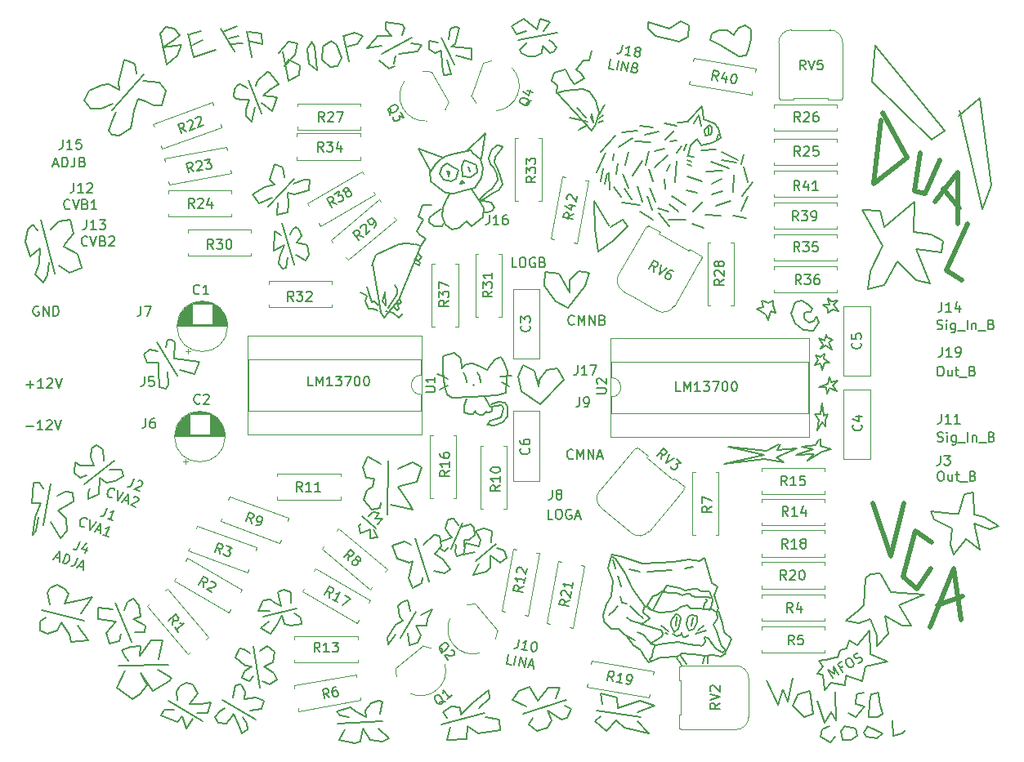
<source format=gbr>
G04 #@! TF.GenerationSoftware,KiCad,Pcbnew,(5.1.2-1)-1*
G04 #@! TF.CreationDate,2021-01-05T14:06:24-05:00*
G04 #@! TF.ProjectId,VCA - MFOS,56434120-2d20-44d4-964f-532e6b696361,rev?*
G04 #@! TF.SameCoordinates,Original*
G04 #@! TF.FileFunction,Legend,Top*
G04 #@! TF.FilePolarity,Positive*
%FSLAX46Y46*%
G04 Gerber Fmt 4.6, Leading zero omitted, Abs format (unit mm)*
G04 Created by KiCad (PCBNEW (5.1.2-1)-1) date 2021-01-05 14:06:24*
%MOMM*%
%LPD*%
G04 APERTURE LIST*
%ADD10C,0.200000*%
%ADD11C,0.150000*%
%ADD12C,0.500000*%
%ADD13C,0.120000*%
G04 APERTURE END LIST*
D10*
X71550000Y-31510000D02*
X73150000Y-33990000D01*
X71660000Y-34480000D02*
X71550000Y-31510000D01*
X72040000Y-36740000D02*
X71660000Y-34480000D01*
X73530000Y-35590000D02*
X72040000Y-36740000D01*
X75080000Y-34100000D02*
X73530000Y-35590000D01*
X74580000Y-33440000D02*
X75080000Y-34100000D01*
X73310000Y-34210000D02*
X74580000Y-33440000D01*
X69010000Y-40930000D02*
X69010000Y-39660000D01*
X67910000Y-39000000D02*
X69010000Y-40930000D01*
X66480000Y-38840000D02*
X67910000Y-39000000D01*
X66420000Y-40270000D02*
X66480000Y-38840000D01*
X67640000Y-41870000D02*
X66420000Y-40270000D01*
X68850000Y-42530000D02*
X67640000Y-41870000D01*
X70670000Y-40270000D02*
X68850000Y-42530000D01*
X71110000Y-38950000D02*
X70670000Y-40270000D01*
X70010000Y-38730000D02*
X71110000Y-38950000D01*
X69070000Y-39720000D02*
X70010000Y-38730000D01*
X65790000Y-50680000D02*
X66010000Y-49750000D01*
X65390000Y-49080000D02*
X65790000Y-50680000D01*
X64230000Y-48460000D02*
X65390000Y-49080000D01*
X63700000Y-49660000D02*
X64230000Y-48460000D01*
X64060000Y-51170000D02*
X63700000Y-49660000D01*
X65960000Y-52590000D02*
X64060000Y-51170000D01*
X68450000Y-50010000D02*
X65960000Y-52590000D01*
X67740000Y-48860000D02*
X68450000Y-50010000D01*
X66670000Y-49040000D02*
X67740000Y-48860000D01*
X65870000Y-50060000D02*
X66670000Y-49040000D01*
X90540000Y-57310000D02*
X90850000Y-56730000D01*
X92580000Y-57120000D02*
X90540000Y-57310000D01*
X90430000Y-58090000D02*
X92580000Y-57120000D01*
X91270000Y-58600000D02*
X90430000Y-58090000D01*
X89190000Y-58210000D02*
X91270000Y-58600000D01*
X85010000Y-58760000D02*
X89190000Y-58210000D01*
X89230000Y-57810000D02*
X85010000Y-58760000D01*
X85480000Y-56920000D02*
X89230000Y-57810000D01*
X89460000Y-57390000D02*
X85480000Y-56920000D01*
X90750000Y-56740000D02*
X89460000Y-57390000D01*
X95040000Y-56900000D02*
X95000000Y-56130000D01*
X96180000Y-57180000D02*
X95040000Y-56900000D01*
X95180000Y-57510000D02*
X96180000Y-57180000D01*
X93680000Y-58420000D02*
X95180000Y-57510000D01*
X94390000Y-57690000D02*
X93680000Y-58420000D01*
X92530000Y-57790000D02*
X94390000Y-57690000D01*
X94290000Y-57240000D02*
X92530000Y-57790000D01*
X93060000Y-56920000D02*
X94290000Y-57240000D01*
X94520000Y-56760000D02*
X93060000Y-56920000D01*
X94860000Y-56170000D02*
X94520000Y-56760000D01*
X95420000Y-53720000D02*
X95250000Y-52500000D01*
X95800000Y-53590000D02*
X95420000Y-53720000D01*
X95560000Y-54190000D02*
X95800000Y-53590000D01*
X95510000Y-54840000D02*
X95560000Y-54190000D01*
X95210000Y-54430000D02*
X95510000Y-54840000D01*
X94660000Y-55300000D02*
X95210000Y-54430000D01*
X94900000Y-54190000D02*
X94660000Y-55300000D01*
X94420000Y-53540000D02*
X94900000Y-54190000D01*
X95010000Y-53570000D02*
X94420000Y-53540000D01*
X95200000Y-52400000D02*
X95010000Y-53570000D01*
X94900000Y-50760000D02*
X95820000Y-50410000D01*
X95650000Y-50800000D02*
X94900000Y-50760000D01*
X95720000Y-51470000D02*
X95650000Y-50800000D01*
X95980000Y-50850000D02*
X95720000Y-51470000D01*
X96720000Y-51240000D02*
X95980000Y-50850000D01*
X96340000Y-50630000D02*
X96720000Y-51240000D01*
X96850000Y-50090000D02*
X96340000Y-50630000D01*
X96170000Y-50310000D02*
X96850000Y-50090000D01*
X96000000Y-49640000D02*
X96170000Y-50310000D01*
X95820000Y-50410000D02*
X96000000Y-49640000D01*
X95030000Y-47620000D02*
X94540000Y-47470000D01*
X95490000Y-47330000D02*
X95030000Y-47620000D01*
X95400000Y-47830000D02*
X95490000Y-47330000D01*
X96000000Y-48270000D02*
X95400000Y-47830000D01*
X95460000Y-48260000D02*
X96000000Y-48270000D01*
X95200000Y-48980000D02*
X95460000Y-48260000D01*
X95080000Y-48330000D02*
X95200000Y-48980000D01*
X94450000Y-48480000D02*
X95080000Y-48330000D01*
X94800000Y-48010000D02*
X94450000Y-48480000D01*
X94490000Y-47490000D02*
X94800000Y-48010000D01*
X95690000Y-45630000D02*
X95630000Y-45280000D01*
X96290000Y-45870000D02*
X95690000Y-45630000D01*
X95870000Y-46130000D02*
X96290000Y-45870000D01*
X96200000Y-46890000D02*
X95870000Y-46130000D01*
X95550000Y-46490000D02*
X96200000Y-46890000D01*
X95080000Y-46770000D02*
X95550000Y-46490000D01*
X95290000Y-46350000D02*
X95080000Y-46770000D01*
X94850000Y-45720000D02*
X95290000Y-46350000D01*
X95490000Y-45920000D02*
X94850000Y-45720000D01*
X95600000Y-45320000D02*
X95490000Y-45920000D01*
X96120000Y-41920000D02*
X95780000Y-41550000D01*
X96820000Y-41810000D02*
X96120000Y-41920000D01*
X96410000Y-42200000D02*
X96820000Y-41810000D01*
X96860000Y-42890000D02*
X96410000Y-42200000D01*
X96270000Y-42740000D02*
X96860000Y-42890000D01*
X95770000Y-43070000D02*
X96270000Y-42740000D01*
X95780000Y-42610000D02*
X95770000Y-43070000D01*
X95270000Y-42200000D02*
X95780000Y-42610000D01*
X95930000Y-42260000D02*
X95270000Y-42200000D01*
X95800000Y-41630000D02*
X95930000Y-42260000D01*
X89620000Y-42090000D02*
X89010000Y-41780000D01*
X90120000Y-41780000D02*
X89620000Y-42090000D01*
X90120000Y-42310000D02*
X90120000Y-41780000D01*
X90360000Y-43040000D02*
X90120000Y-42310000D01*
X89840000Y-42890000D02*
X90360000Y-43040000D01*
X89660000Y-43850000D02*
X89840000Y-42890000D01*
X89340000Y-43240000D02*
X89660000Y-43850000D01*
X88400000Y-42680000D02*
X89340000Y-43240000D01*
X89120000Y-42520000D02*
X88400000Y-42680000D01*
X88950000Y-41810000D02*
X89120000Y-42520000D01*
X94190000Y-42610000D02*
X93670000Y-42130000D01*
X94030000Y-43020000D02*
X94190000Y-42610000D01*
X93530000Y-42960000D02*
X94030000Y-43020000D01*
X93340000Y-43160000D02*
X93530000Y-42960000D01*
X93380000Y-43570000D02*
X93340000Y-43160000D01*
X93470000Y-43780000D02*
X93380000Y-43570000D01*
X93840000Y-44130000D02*
X93470000Y-43780000D01*
X94320000Y-43920000D02*
X93840000Y-44130000D01*
X94580000Y-43390000D02*
X94320000Y-43920000D01*
X94910000Y-44070000D02*
X94580000Y-43390000D01*
X94250000Y-44920000D02*
X94910000Y-44070000D01*
X93270000Y-44830000D02*
X94250000Y-44920000D01*
X92380000Y-44150000D02*
X93270000Y-44830000D01*
X91990000Y-43150000D02*
X92380000Y-44150000D01*
X92380000Y-41940000D02*
X91990000Y-43150000D01*
X93080000Y-41790000D02*
X92380000Y-41940000D01*
X93770000Y-42240000D02*
X93080000Y-41790000D01*
X111580000Y-20780000D02*
X109330000Y-22640000D01*
X112750000Y-29890000D02*
X111580000Y-20780000D01*
X111780000Y-32340000D02*
X112750000Y-29890000D01*
X109420000Y-22050000D02*
X111780000Y-32340000D01*
X107950000Y-24210000D02*
X100710000Y-15390000D01*
X106580000Y-25090000D02*
X107950000Y-24210000D01*
X100410000Y-19120000D02*
X106580000Y-25090000D01*
X100710000Y-15290000D02*
X100410000Y-19120000D01*
X77180000Y-12970000D02*
X79340000Y-13590000D01*
X77180000Y-13640000D02*
X77180000Y-12970000D01*
X77900000Y-14410000D02*
X77180000Y-13640000D01*
X80370000Y-14980000D02*
X77900000Y-14410000D01*
X81350000Y-14460000D02*
X80370000Y-14980000D01*
X81400000Y-13230000D02*
X81350000Y-14460000D01*
X80530000Y-12820000D02*
X81400000Y-13230000D01*
X79340000Y-13640000D02*
X80530000Y-12820000D01*
X85410000Y-13800000D02*
X86030000Y-14310000D01*
X84540000Y-13800000D02*
X85410000Y-13800000D01*
X83770000Y-14160000D02*
X84540000Y-13800000D01*
X83610000Y-14830000D02*
X83770000Y-14160000D01*
X84640000Y-15290000D02*
X83610000Y-14830000D01*
X86600000Y-16470000D02*
X84640000Y-15290000D01*
X87320000Y-16370000D02*
X86600000Y-16470000D01*
X87630000Y-15700000D02*
X87320000Y-16370000D01*
X87880000Y-14670000D02*
X87630000Y-15700000D01*
X87880000Y-13690000D02*
X87880000Y-14670000D01*
X87270000Y-13280000D02*
X87880000Y-13690000D01*
X86600000Y-13540000D02*
X87270000Y-13280000D01*
X86080000Y-14210000D02*
X86600000Y-13540000D01*
X64430000Y-15280000D02*
X64650000Y-15080000D01*
X63920000Y-15770000D02*
X64430000Y-15280000D01*
X64090000Y-16140000D02*
X63920000Y-15770000D01*
X64750000Y-16490000D02*
X64090000Y-16140000D01*
X65490000Y-16530000D02*
X64750000Y-16490000D01*
X66150000Y-16140000D02*
X65490000Y-16530000D01*
X66250000Y-15430000D02*
X66150000Y-16140000D01*
X66990000Y-16190000D02*
X66250000Y-15430000D01*
X67460000Y-16020000D02*
X66990000Y-16190000D01*
X67730000Y-15580000D02*
X67460000Y-16020000D01*
X67310000Y-15030000D02*
X67730000Y-15580000D01*
X66890000Y-14760000D02*
X67310000Y-15030000D01*
X63570000Y-14190000D02*
X64570000Y-13860000D01*
X63010000Y-13380000D02*
X63570000Y-14190000D01*
X64270000Y-12620000D02*
X63010000Y-13380000D01*
X65660000Y-13720000D02*
X64270000Y-12620000D01*
X66030000Y-12620000D02*
X65660000Y-13720000D01*
X66980000Y-12900000D02*
X66030000Y-12620000D01*
X66360000Y-13830000D02*
X66980000Y-12900000D01*
X56800000Y-18390000D02*
X56380000Y-16790000D01*
X56020000Y-18410000D02*
X56800000Y-18390000D01*
X55820000Y-17380000D02*
X56020000Y-18410000D01*
X55740000Y-15900000D02*
X55820000Y-17380000D01*
X55060000Y-16150000D02*
X55740000Y-15900000D01*
X54510000Y-15700000D02*
X55060000Y-16150000D01*
X54450000Y-14890000D02*
X54510000Y-15700000D01*
X55430000Y-15090000D02*
X54450000Y-14890000D01*
X58870000Y-16790000D02*
X57250000Y-16370000D01*
X58900000Y-15620000D02*
X58870000Y-16790000D01*
X58530000Y-15670000D02*
X58900000Y-15620000D01*
X56800000Y-15480000D02*
X58530000Y-15670000D01*
X57190000Y-15230000D02*
X56800000Y-15480000D01*
X57580000Y-13550000D02*
X57190000Y-15230000D01*
X57220000Y-13440000D02*
X57580000Y-13550000D01*
X56710000Y-13630000D02*
X57220000Y-13440000D01*
X56550000Y-14670000D02*
X56710000Y-13630000D01*
X50810000Y-17270000D02*
X50980000Y-16370000D01*
X50310000Y-17800000D02*
X49300000Y-16880000D01*
X50900000Y-17520000D02*
X50310000Y-17800000D01*
X53270000Y-15950000D02*
X51370000Y-16230000D01*
X53690000Y-15310000D02*
X53270000Y-15950000D01*
X52600000Y-15140000D02*
X53690000Y-15310000D01*
X48070000Y-15670000D02*
X49610000Y-15420000D01*
X48860000Y-14690000D02*
X48070000Y-15670000D01*
X49140000Y-14390000D02*
X48860000Y-14690000D01*
X50560000Y-14390000D02*
X49140000Y-14390000D01*
X50000000Y-13720000D02*
X50560000Y-14390000D01*
X49970000Y-12930000D02*
X50000000Y-13720000D01*
X51710000Y-13180000D02*
X49970000Y-12930000D01*
X51960000Y-13520000D02*
X51710000Y-13180000D01*
X51680000Y-14280000D02*
X51960000Y-13520000D01*
X63700000Y-14810000D02*
X67770000Y-14070000D01*
X57140000Y-17310000D02*
X55750000Y-14530000D01*
X49560000Y-16200000D02*
X52700000Y-14530000D01*
X21700000Y-22970000D02*
X22050000Y-22230000D01*
X21300000Y-24200000D02*
X21700000Y-22970000D01*
X21610000Y-24600000D02*
X21300000Y-24200000D01*
X22400000Y-24680000D02*
X21610000Y-24600000D01*
X23540000Y-23980000D02*
X22400000Y-24680000D01*
X23710000Y-23110000D02*
X23540000Y-23980000D01*
X23930000Y-22050000D02*
X23710000Y-23110000D01*
X24330000Y-20910000D02*
X23930000Y-22050000D01*
X25120000Y-21180000D02*
X24330000Y-20910000D01*
X25950000Y-21570000D02*
X25120000Y-21180000D01*
X26780000Y-21530000D02*
X25950000Y-21570000D01*
X27180000Y-20080000D02*
X26780000Y-21530000D01*
X26520000Y-19160000D02*
X27180000Y-20080000D01*
X24850000Y-19070000D02*
X26520000Y-19160000D01*
X20560000Y-21880000D02*
X21700000Y-21440000D01*
X19460000Y-21920000D02*
X20560000Y-21880000D01*
X18760000Y-21090000D02*
X19460000Y-21920000D01*
X19290000Y-20040000D02*
X18760000Y-21090000D01*
X20600000Y-19470000D02*
X19290000Y-20040000D01*
X21260000Y-19380000D02*
X20600000Y-19470000D01*
X22360000Y-19990000D02*
X21260000Y-19380000D01*
X22310000Y-19210000D02*
X22360000Y-19990000D01*
X22920000Y-16790000D02*
X22310000Y-19210000D01*
X23980000Y-17230000D02*
X22920000Y-16790000D01*
X24150000Y-18280000D02*
X23980000Y-17230000D01*
X36120000Y-23280000D02*
X36480000Y-21770000D01*
X35520000Y-22690000D02*
X36120000Y-23280000D01*
X35550000Y-21980000D02*
X35520000Y-22690000D01*
X35830000Y-20950000D02*
X35550000Y-21980000D01*
X35120000Y-20980000D02*
X35830000Y-20950000D01*
X34530000Y-20910000D02*
X35120000Y-20980000D01*
X34260000Y-20610000D02*
X34530000Y-20910000D01*
X34320000Y-19880000D02*
X34260000Y-20610000D01*
X34660000Y-19420000D02*
X34320000Y-19880000D01*
X34920000Y-19410000D02*
X34660000Y-19420000D01*
X35700000Y-19760000D02*
X34920000Y-19410000D01*
X38190000Y-22190000D02*
X37140000Y-21350000D01*
X38480000Y-21460000D02*
X38190000Y-22190000D01*
X38740000Y-20750000D02*
X38480000Y-21460000D01*
X37320000Y-20590000D02*
X38740000Y-20750000D01*
X38010000Y-19940000D02*
X37320000Y-20590000D01*
X38890000Y-19340000D02*
X38010000Y-19940000D01*
X37980000Y-18210000D02*
X38890000Y-19340000D01*
X37720000Y-18080000D02*
X37980000Y-18210000D01*
X36670000Y-19040000D02*
X37720000Y-18080000D01*
X36520000Y-19510000D02*
X36670000Y-19040000D01*
X21630000Y-22080000D02*
X24950000Y-18350000D01*
X35800000Y-18980000D02*
X37130000Y-22430000D01*
X38760000Y-32930000D02*
X38780000Y-31610000D01*
X39860000Y-32650000D02*
X38760000Y-32930000D01*
X39960000Y-31810000D02*
X39860000Y-32650000D01*
X39830000Y-30610000D02*
X39960000Y-31810000D01*
X40520000Y-30820000D02*
X39830000Y-30610000D01*
X42080000Y-30400000D02*
X40520000Y-30820000D01*
X42120000Y-29300000D02*
X42080000Y-30400000D01*
X41550000Y-29250000D02*
X42120000Y-29300000D01*
X40390000Y-29690000D02*
X41550000Y-29250000D01*
X36880000Y-31750000D02*
X38220000Y-31120000D01*
X36220000Y-30800000D02*
X36880000Y-31750000D01*
X37490000Y-30030000D02*
X36220000Y-30800000D01*
X38510000Y-29820000D02*
X37490000Y-30030000D01*
X37940000Y-29240000D02*
X38510000Y-29820000D01*
X38520000Y-27640000D02*
X37940000Y-29240000D01*
X39310000Y-28010000D02*
X38520000Y-27640000D01*
X39540000Y-29030000D02*
X39310000Y-28010000D01*
X39700000Y-38390000D02*
X39800000Y-37300000D01*
X39290000Y-38480000D02*
X39700000Y-38390000D01*
X38880000Y-38020000D02*
X39290000Y-38480000D01*
X39010000Y-37310000D02*
X38880000Y-38020000D01*
X39470000Y-36020000D02*
X39010000Y-37310000D01*
X38400000Y-36620000D02*
X39470000Y-36020000D01*
X38480000Y-34600000D02*
X38400000Y-36620000D01*
X39150000Y-35070000D02*
X38480000Y-34600000D01*
X41710000Y-37640000D02*
X40670000Y-37040000D01*
X42020000Y-37040000D02*
X41710000Y-37640000D01*
X41880000Y-36070000D02*
X42020000Y-37040000D01*
X40810000Y-35810000D02*
X41880000Y-36070000D01*
X41280000Y-35120000D02*
X40810000Y-35810000D01*
X41040000Y-34470000D02*
X41280000Y-35120000D01*
X40660000Y-34150000D02*
X41040000Y-34470000D01*
X40320000Y-34410000D02*
X40660000Y-34150000D01*
X40060000Y-34980000D02*
X40320000Y-34410000D01*
X14970000Y-39150000D02*
X15100000Y-37850000D01*
X14480000Y-39980000D02*
X14970000Y-39150000D01*
X13660000Y-39130000D02*
X14480000Y-39980000D01*
X14100000Y-38020000D02*
X13660000Y-39130000D01*
X14150000Y-36380000D02*
X14100000Y-38020000D01*
X13200000Y-37250000D02*
X14150000Y-36380000D01*
X12660000Y-35690000D02*
X13200000Y-37250000D01*
X12940000Y-34480000D02*
X12660000Y-35690000D01*
X13430000Y-33970000D02*
X12940000Y-34480000D01*
X13940000Y-34530000D02*
X13430000Y-33970000D01*
X17250000Y-38920000D02*
X16120000Y-38150000D01*
X18460000Y-38380000D02*
X17250000Y-38920000D01*
X18100000Y-37000000D02*
X18460000Y-38380000D01*
X16640000Y-36230000D02*
X18100000Y-37000000D01*
X16820000Y-35920000D02*
X16640000Y-36230000D01*
X17660000Y-34870000D02*
X16820000Y-35920000D01*
X17330000Y-33410000D02*
X17660000Y-34870000D01*
X16120000Y-33560000D02*
X17330000Y-33410000D01*
X15250000Y-34460000D02*
X16120000Y-33560000D01*
X27480000Y-50500000D02*
X27410000Y-49210000D01*
X27210000Y-50990000D02*
X27480000Y-50500000D01*
X26510000Y-50790000D02*
X27210000Y-50990000D01*
X26490000Y-49110000D02*
X26510000Y-50790000D01*
X26440000Y-48210000D02*
X26490000Y-49110000D01*
X25300000Y-48220000D02*
X26440000Y-48210000D01*
X24900000Y-47370000D02*
X25300000Y-48220000D01*
X25510000Y-46850000D02*
X24900000Y-47370000D01*
X26360000Y-47020000D02*
X25510000Y-46850000D01*
X30200000Y-49450000D02*
X28700000Y-49000000D01*
X30690000Y-48140000D02*
X30200000Y-49450000D01*
X28070000Y-47780000D02*
X30690000Y-48140000D01*
X28180000Y-46150000D02*
X28070000Y-47780000D01*
X27790000Y-45830000D02*
X28180000Y-46150000D01*
X27430000Y-45890000D02*
X27790000Y-45830000D01*
X27190000Y-46640000D02*
X27430000Y-45890000D01*
X39260000Y-33800000D02*
X40500000Y-38060000D01*
X37840000Y-32090000D02*
X40500000Y-29150000D01*
X14250000Y-33420000D02*
X15670000Y-39010000D01*
X26280000Y-46110000D02*
X28370000Y-49620000D01*
X19150000Y-61670000D02*
X19330000Y-61270000D01*
X19210000Y-62410000D02*
X19150000Y-61670000D01*
X20240000Y-61840000D02*
X19210000Y-62410000D01*
X20350000Y-60190000D02*
X20240000Y-61840000D01*
X21030000Y-60700000D02*
X20350000Y-60190000D01*
X21940000Y-60480000D02*
X21030000Y-60700000D01*
X22850000Y-60020000D02*
X21940000Y-60480000D01*
X22680000Y-59340000D02*
X22850000Y-60020000D01*
X21370000Y-59340000D02*
X22680000Y-59340000D01*
X18360000Y-60140000D02*
X18980000Y-59910000D01*
X17730000Y-59680000D02*
X18360000Y-60140000D01*
X17790000Y-58600000D02*
X17730000Y-59680000D01*
X18360000Y-58880000D02*
X17790000Y-58600000D01*
X19780000Y-58940000D02*
X18360000Y-58880000D01*
X19440000Y-58090000D02*
X19780000Y-58940000D01*
X19550000Y-57120000D02*
X19440000Y-58090000D01*
X20060000Y-56780000D02*
X19550000Y-57120000D01*
X20690000Y-57230000D02*
X20060000Y-56780000D01*
X20800000Y-58430000D02*
X20690000Y-57230000D01*
X13770000Y-65710000D02*
X14000000Y-64220000D01*
X13450000Y-66070000D02*
X13770000Y-65710000D01*
X13710000Y-64200000D02*
X13450000Y-66070000D01*
X14280000Y-62760000D02*
X13710000Y-64200000D01*
X13360000Y-62780000D02*
X14280000Y-62760000D01*
X13480000Y-60700000D02*
X13360000Y-62780000D01*
X14140000Y-60660000D02*
X13480000Y-60700000D01*
X14480000Y-61270000D02*
X14140000Y-60660000D01*
X16270000Y-66420000D02*
X15260000Y-64730000D01*
X16970000Y-65660000D02*
X16270000Y-66420000D01*
X16860000Y-64450000D02*
X16970000Y-65660000D01*
X16010000Y-63540000D02*
X16860000Y-64450000D01*
X17640000Y-62620000D02*
X16010000Y-63540000D01*
X17570000Y-61730000D02*
X17640000Y-62620000D01*
X16810000Y-61590000D02*
X17570000Y-61730000D01*
X15970000Y-62030000D02*
X16810000Y-61590000D01*
X19140000Y-77010000D02*
X18090000Y-75460000D01*
X17410000Y-77220000D02*
X19140000Y-77010000D01*
X17190000Y-76440000D02*
X17410000Y-77220000D01*
X16370000Y-75150000D02*
X17190000Y-76440000D01*
X15990000Y-76000000D02*
X16370000Y-75150000D01*
X14970000Y-76370000D02*
X15990000Y-76000000D01*
X14160000Y-76000000D02*
X14970000Y-76370000D01*
X14180000Y-75110000D02*
X14160000Y-76000000D01*
X14790000Y-74630000D02*
X14180000Y-75110000D01*
X19640000Y-72580000D02*
X18390000Y-74190000D01*
X18630000Y-72770000D02*
X19640000Y-72580000D01*
X16760000Y-73250000D02*
X18630000Y-72770000D01*
X17110000Y-72180000D02*
X16760000Y-73250000D01*
X16710000Y-71680000D02*
X17110000Y-72180000D01*
X15930000Y-71270000D02*
X16710000Y-71680000D01*
X15170000Y-71600000D02*
X15930000Y-71270000D01*
X14970000Y-72140000D02*
X15170000Y-71600000D01*
X15230000Y-73280000D02*
X14970000Y-72140000D01*
X22390000Y-77140000D02*
X22560000Y-76370000D01*
X21400000Y-77360000D02*
X22390000Y-77140000D01*
X21010000Y-76240000D02*
X21400000Y-77360000D01*
X22020000Y-75090000D02*
X21010000Y-76240000D01*
X20180000Y-74800000D02*
X22020000Y-75090000D01*
X20160000Y-73620000D02*
X20180000Y-74800000D01*
X21730000Y-73780000D02*
X20160000Y-73620000D01*
X25030000Y-76220000D02*
X23980000Y-76220000D01*
X25110000Y-75480000D02*
X25030000Y-76220000D01*
X23830000Y-74820000D02*
X25110000Y-75480000D01*
X24610000Y-74580000D02*
X23830000Y-74820000D01*
X24390000Y-73410000D02*
X24610000Y-74580000D01*
X23830000Y-72750000D02*
X24390000Y-73410000D01*
X23240000Y-73040000D02*
X23830000Y-72750000D01*
X22890000Y-73910000D02*
X23240000Y-73040000D01*
X27810000Y-80960000D02*
X26380000Y-80090000D01*
X27580000Y-81260000D02*
X27810000Y-80960000D01*
X25860000Y-82290000D02*
X27580000Y-81260000D01*
X24610000Y-80380000D02*
X25860000Y-82290000D01*
X25250000Y-81670000D02*
X24610000Y-80380000D01*
X24530000Y-82620000D02*
X25250000Y-81670000D01*
X23740000Y-83100000D02*
X24530000Y-82620000D01*
X22130000Y-81920000D02*
X23740000Y-83100000D01*
X23000000Y-80160000D02*
X22130000Y-81920000D01*
X26890000Y-77010000D02*
X26470000Y-78950000D01*
X25710000Y-77010000D02*
X26890000Y-77010000D01*
X24550000Y-78620000D02*
X25710000Y-77010000D01*
X24580000Y-77650000D02*
X24550000Y-78620000D01*
X23580000Y-77670000D02*
X24580000Y-77650000D01*
X22670000Y-78050000D02*
X23580000Y-77670000D01*
X22950000Y-78760000D02*
X22670000Y-78050000D01*
X23320000Y-79120000D02*
X22950000Y-78760000D01*
X29340000Y-86190000D02*
X30000000Y-85150000D01*
X28910000Y-84860000D02*
X29340000Y-86190000D01*
X28370000Y-85500000D02*
X28910000Y-84860000D01*
X26740000Y-84790000D02*
X28370000Y-85500000D01*
X27030000Y-84240000D02*
X26740000Y-84790000D01*
X28040000Y-84190000D02*
X27030000Y-84240000D01*
X31550000Y-84530000D02*
X30450000Y-84560000D01*
X31920000Y-83460000D02*
X31550000Y-84530000D01*
X30900000Y-83590000D02*
X31920000Y-83460000D01*
X29650000Y-83660000D02*
X30900000Y-83590000D01*
X30550000Y-82510000D02*
X29650000Y-83660000D01*
X30050000Y-81610000D02*
X30550000Y-82510000D01*
X29330000Y-81460000D02*
X30050000Y-81610000D01*
X28620000Y-81760000D02*
X29330000Y-81460000D01*
X28300000Y-82320000D02*
X28620000Y-81760000D01*
X28370000Y-83180000D02*
X28300000Y-82320000D01*
X37040000Y-75780000D02*
X37880000Y-75120000D01*
X38070000Y-76330000D02*
X37040000Y-75780000D01*
X38720000Y-75380000D02*
X38070000Y-76330000D01*
X39220000Y-74420000D02*
X38720000Y-75380000D01*
X39500000Y-75330000D02*
X39220000Y-74420000D01*
X40200000Y-75490000D02*
X39500000Y-75330000D01*
X41290000Y-75310000D02*
X40200000Y-75490000D01*
X41200000Y-74690000D02*
X41290000Y-75310000D01*
X40520000Y-74190000D02*
X41200000Y-74690000D01*
X36800000Y-74010000D02*
X37950000Y-73950000D01*
X37270000Y-72860000D02*
X36800000Y-74010000D01*
X38020000Y-72810000D02*
X37270000Y-72860000D01*
X38500000Y-73130000D02*
X38020000Y-72810000D01*
X39150000Y-73450000D02*
X38500000Y-73130000D01*
X38970000Y-72810000D02*
X39150000Y-73450000D01*
X38810000Y-72040000D02*
X38970000Y-72810000D01*
X39430000Y-71770000D02*
X38810000Y-72040000D01*
X40200000Y-72040000D02*
X39430000Y-71770000D01*
X40160000Y-73130000D02*
X40200000Y-72040000D01*
X35870000Y-81290000D02*
X36260000Y-80730000D01*
X35130000Y-80950000D02*
X35870000Y-81290000D01*
X35320000Y-80260000D02*
X35130000Y-80950000D01*
X36070000Y-79710000D02*
X35320000Y-80260000D01*
X35430000Y-79660000D02*
X36070000Y-79710000D01*
X34440000Y-78770000D02*
X35430000Y-79660000D01*
X34800000Y-77860000D02*
X34440000Y-78770000D01*
X35350000Y-77970000D02*
X34800000Y-77860000D01*
X35930000Y-78360000D02*
X35350000Y-77970000D01*
X37950000Y-81560000D02*
X37230000Y-81230000D01*
X38720000Y-81090000D02*
X37950000Y-81560000D01*
X38360000Y-80430000D02*
X38720000Y-81090000D01*
X37390000Y-79710000D02*
X38360000Y-80430000D01*
X38300000Y-79320000D02*
X37390000Y-79710000D01*
X38470000Y-78170000D02*
X38300000Y-79320000D01*
X37720000Y-77640000D02*
X38470000Y-78170000D01*
X36950000Y-78110000D02*
X37720000Y-77640000D01*
X35570000Y-85650000D02*
X35210000Y-84960000D01*
X35710000Y-86280000D02*
X35570000Y-85650000D01*
X35070000Y-86670000D02*
X35710000Y-86280000D01*
X34800000Y-86010000D02*
X35070000Y-86670000D01*
X34270000Y-84630000D02*
X34800000Y-86010000D01*
X34110000Y-84930000D02*
X34270000Y-84630000D01*
X33500000Y-85650000D02*
X34110000Y-84930000D01*
X32620000Y-85540000D02*
X33500000Y-85650000D01*
X32310000Y-84960000D02*
X32620000Y-85540000D01*
X32780000Y-84430000D02*
X32310000Y-84960000D01*
X33330000Y-84050000D02*
X32780000Y-84430000D01*
X37120000Y-84180000D02*
X35900000Y-84290000D01*
X37390000Y-83300000D02*
X37120000Y-84180000D01*
X36560000Y-82940000D02*
X37390000Y-83300000D01*
X35350000Y-83160000D02*
X36560000Y-82940000D01*
X35430000Y-82360000D02*
X35350000Y-83160000D01*
X35050000Y-81620000D02*
X35430000Y-82360000D01*
X34410000Y-81670000D02*
X35050000Y-81620000D01*
X34190000Y-82970000D02*
X34410000Y-81670000D01*
X45260000Y-84850000D02*
X46150000Y-84960000D01*
X44930000Y-84430000D02*
X45260000Y-84850000D01*
X46340000Y-83940000D02*
X44930000Y-84430000D01*
X46840000Y-84430000D02*
X46340000Y-83940000D01*
X48000000Y-85010000D02*
X46840000Y-84430000D01*
X47910000Y-84290000D02*
X48000000Y-85010000D01*
X48440000Y-83550000D02*
X47910000Y-84290000D01*
X49210000Y-83270000D02*
X48440000Y-83550000D01*
X49650000Y-83410000D02*
X49210000Y-83270000D01*
X49380000Y-84680000D02*
X49650000Y-83410000D01*
X50310000Y-87220000D02*
X49270000Y-86170000D01*
X49650000Y-87550000D02*
X50310000Y-87220000D01*
X48350000Y-87330000D02*
X49650000Y-87550000D01*
X47640000Y-86170000D02*
X48350000Y-87330000D01*
X47360000Y-87500000D02*
X47640000Y-86170000D01*
X46750000Y-87660000D02*
X47360000Y-87500000D01*
X45180000Y-87390000D02*
X46750000Y-87660000D01*
X45790000Y-86230000D02*
X45180000Y-87390000D01*
X49150000Y-66350000D02*
X48760000Y-65540000D01*
X48390000Y-66460000D02*
X49150000Y-66350000D01*
X48390000Y-65510000D02*
X48390000Y-66460000D01*
X48200000Y-65570000D02*
X48390000Y-65510000D01*
X47390000Y-65930000D02*
X48200000Y-65570000D01*
X47200000Y-65180000D02*
X47390000Y-65930000D01*
X47480000Y-64930000D02*
X47200000Y-65180000D01*
X49620000Y-64400000D02*
X49170000Y-65010000D01*
X48920000Y-64370000D02*
X49620000Y-64400000D01*
X49340000Y-63840000D02*
X48920000Y-64370000D01*
X48670000Y-63700000D02*
X49340000Y-63840000D01*
X48200000Y-64150000D02*
X48670000Y-63700000D01*
X49370000Y-63290000D02*
X49530000Y-62730000D01*
X48530000Y-63450000D02*
X49370000Y-63290000D01*
X47730000Y-62450000D02*
X48530000Y-63450000D01*
X48030000Y-61420000D02*
X47730000Y-62450000D01*
X48670000Y-61090000D02*
X48030000Y-61420000D01*
X48840000Y-60280000D02*
X48670000Y-61090000D01*
X47980000Y-60200000D02*
X48840000Y-60280000D01*
X47640000Y-59110000D02*
X47980000Y-60200000D01*
X48120000Y-57970000D02*
X47640000Y-59110000D01*
X49450000Y-58720000D02*
X48120000Y-57970000D01*
X52790000Y-63450000D02*
X50540000Y-62980000D01*
X52370000Y-62700000D02*
X52790000Y-63450000D01*
X51260000Y-61140000D02*
X52370000Y-62700000D01*
X51900000Y-60980000D02*
X51260000Y-61140000D01*
X53180000Y-60620000D02*
X51900000Y-60980000D01*
X53710000Y-59090000D02*
X53180000Y-60620000D01*
X52790000Y-58580000D02*
X53710000Y-59090000D01*
X51290000Y-59220000D02*
X52790000Y-58580000D01*
X57290000Y-67200000D02*
X57170000Y-67030000D01*
X57230000Y-67890000D02*
X57290000Y-67200000D01*
X57370000Y-68320000D02*
X57230000Y-67890000D01*
X57940000Y-68150000D02*
X57370000Y-68320000D01*
X58090000Y-66600000D02*
X58140000Y-67260000D01*
X58600000Y-66600000D02*
X58090000Y-66600000D01*
X59230000Y-66120000D02*
X58600000Y-66600000D01*
X59120000Y-65340000D02*
X59230000Y-66120000D01*
X58800000Y-65030000D02*
X59120000Y-65340000D01*
X57860000Y-65290000D02*
X58800000Y-65030000D01*
X56090000Y-67770000D02*
X56490000Y-67350000D01*
X55660000Y-67550000D02*
X56090000Y-67770000D01*
X55970000Y-66660000D02*
X55690000Y-66770000D01*
X56830000Y-66400000D02*
X55970000Y-66660000D01*
X56630000Y-66090000D02*
X56830000Y-66400000D01*
X56140000Y-65400000D02*
X56630000Y-66090000D01*
X56460000Y-64490000D02*
X56140000Y-65400000D01*
X57000000Y-64370000D02*
X56460000Y-64490000D01*
X57490000Y-65090000D02*
X57000000Y-64370000D01*
X59060000Y-70260000D02*
X59630000Y-69090000D01*
X60370000Y-69890000D02*
X59060000Y-70260000D01*
X60830000Y-69460000D02*
X60370000Y-69890000D01*
X60860000Y-68260000D02*
X60830000Y-69460000D01*
X61890000Y-69000000D02*
X60860000Y-68260000D01*
X62550000Y-68490000D02*
X61890000Y-69000000D01*
X62260000Y-67690000D02*
X62550000Y-68490000D01*
X61490000Y-67490000D02*
X62260000Y-67690000D01*
X58000000Y-68150000D02*
X59230000Y-67920000D01*
X58290000Y-66920000D02*
X58000000Y-68150000D01*
X59660000Y-67260000D02*
X58290000Y-66920000D01*
X59800000Y-66630000D02*
X59660000Y-67260000D01*
X59320000Y-65690000D02*
X59800000Y-66630000D01*
X60170000Y-65460000D02*
X59320000Y-65690000D01*
X61000000Y-65720000D02*
X60170000Y-65460000D01*
X60920000Y-66890000D02*
X61000000Y-65720000D01*
X52480000Y-77550000D02*
X52310000Y-76240000D01*
X53310000Y-77320000D02*
X52480000Y-77550000D01*
X53630000Y-76520000D02*
X53310000Y-77320000D01*
X53140000Y-75490000D02*
X53630000Y-76520000D01*
X54200000Y-75520000D02*
X53140000Y-75490000D01*
X54340000Y-74840000D02*
X54200000Y-75520000D01*
X54800000Y-73830000D02*
X54340000Y-74840000D01*
X53600000Y-74410000D02*
X54800000Y-73830000D01*
X50280000Y-77440000D02*
X51030000Y-76440000D01*
X50140000Y-76780000D02*
X50280000Y-77440000D01*
X51050000Y-75380000D02*
X50140000Y-76780000D01*
X51770000Y-74980000D02*
X51050000Y-75380000D01*
X51400000Y-74610000D02*
X51770000Y-74980000D01*
X51280000Y-73430000D02*
X51400000Y-74610000D01*
X51680000Y-73030000D02*
X51280000Y-73430000D01*
X52280000Y-72890000D02*
X51680000Y-73030000D01*
X52540000Y-73980000D02*
X52280000Y-72890000D01*
X53680000Y-71120000D02*
X53830000Y-70490000D01*
X52770000Y-71580000D02*
X53680000Y-71120000D01*
X52400000Y-70630000D02*
X52770000Y-71580000D01*
X52770000Y-68830000D02*
X52400000Y-70630000D01*
X52430000Y-69000000D02*
X52770000Y-68830000D01*
X51200000Y-68550000D02*
X52430000Y-69000000D01*
X50680000Y-67170000D02*
X51200000Y-68550000D01*
X51910000Y-66800000D02*
X50680000Y-67170000D01*
X52660000Y-67120000D02*
X51910000Y-66800000D01*
X55060000Y-69860000D02*
X55090000Y-69860000D01*
X56090000Y-70120000D02*
X55030000Y-69860000D01*
X56710000Y-69690000D02*
X56090000Y-70120000D01*
X55940000Y-68660000D02*
X56710000Y-69690000D01*
X55090000Y-68030000D02*
X55940000Y-68660000D01*
X55740000Y-67290000D02*
X55090000Y-68030000D01*
X55600000Y-66200000D02*
X55740000Y-67290000D01*
X55000000Y-66120000D02*
X55600000Y-66200000D01*
X53910000Y-67120000D02*
X55000000Y-66120000D01*
X61790000Y-85220000D02*
X60360000Y-85010000D01*
X61810000Y-86380000D02*
X61790000Y-85220000D01*
X59530000Y-86650000D02*
X61810000Y-86380000D01*
X58430000Y-85900000D02*
X59530000Y-86650000D01*
X58340000Y-87270000D02*
X58430000Y-85900000D01*
X56380000Y-87390000D02*
X58340000Y-87270000D01*
X56710000Y-85990000D02*
X56380000Y-87390000D01*
X60720000Y-83030000D02*
X59650000Y-84030000D01*
X60630000Y-82190000D02*
X60720000Y-83030000D01*
X59050000Y-83440000D02*
X60630000Y-82190000D01*
X57810000Y-84690000D02*
X59050000Y-83440000D01*
X57660000Y-84000000D02*
X57810000Y-84690000D01*
X56740000Y-83920000D02*
X57660000Y-84000000D01*
X55910000Y-84450000D02*
X56740000Y-83920000D01*
X56380000Y-85070000D02*
X55910000Y-84450000D01*
X69180000Y-84150000D02*
X68520000Y-83800000D01*
X68760000Y-85100000D02*
X69180000Y-84150000D01*
X68170000Y-85280000D02*
X68760000Y-85100000D01*
X66770000Y-84330000D02*
X68170000Y-85280000D01*
X67220000Y-85310000D02*
X66770000Y-84330000D01*
X66740000Y-86110000D02*
X67220000Y-85310000D01*
X65700000Y-86410000D02*
X66740000Y-86110000D01*
X64780000Y-85730000D02*
X65700000Y-86410000D01*
X65230000Y-85040000D02*
X64780000Y-85730000D01*
X68020000Y-81900000D02*
X67630000Y-83060000D01*
X66830000Y-81900000D02*
X68020000Y-81900000D01*
X65760000Y-83260000D02*
X66830000Y-81900000D01*
X64900000Y-81870000D02*
X65760000Y-83260000D01*
X63830000Y-82280000D02*
X64900000Y-81870000D01*
X63150000Y-83230000D02*
X63830000Y-82280000D01*
X64580000Y-83860000D02*
X63150000Y-83230000D01*
X76040000Y-85430000D02*
X76110000Y-85450000D01*
X77230000Y-86660000D02*
X76040000Y-85430000D01*
X74740000Y-86050000D02*
X77230000Y-86660000D01*
X73900000Y-85290000D02*
X74740000Y-86050000D01*
X72820000Y-86390000D02*
X73900000Y-85290000D01*
X71640000Y-85450000D02*
X72820000Y-86390000D01*
X72250000Y-84910000D02*
X71640000Y-85450000D01*
X77820000Y-83840000D02*
X76040000Y-84500000D01*
X76370000Y-83320000D02*
X77820000Y-83840000D01*
X74080000Y-84020000D02*
X76370000Y-83320000D01*
X73940000Y-82970000D02*
X74080000Y-84020000D01*
X72260000Y-82570000D02*
X73940000Y-82970000D01*
X72460000Y-83670000D02*
X72260000Y-82570000D01*
X18790000Y-60890000D02*
X21860000Y-58370000D01*
X14500000Y-65120000D02*
X15310000Y-60760000D01*
X18790000Y-75000000D02*
X14360000Y-73910000D01*
X23630000Y-77190000D02*
X21990000Y-73100000D01*
X27450000Y-79570000D02*
X22330000Y-79640000D01*
X30990000Y-85370000D02*
X27450000Y-83250000D01*
X36510000Y-85230000D02*
X33040000Y-83180000D01*
X37260000Y-74600000D02*
X40740000Y-73710000D01*
X36920000Y-81960000D02*
X36240000Y-77590000D01*
X49670000Y-85430000D02*
X44960000Y-85640000D01*
X60230000Y-84550000D02*
X55730000Y-85710000D01*
X68750000Y-83180000D02*
X64260000Y-84680000D01*
X76390000Y-85020000D02*
X71820000Y-84270000D01*
X50280000Y-58440000D02*
X50150000Y-63960000D01*
X48990000Y-65390000D02*
X47560000Y-64170000D01*
X59280000Y-68800000D02*
X61460000Y-67030000D01*
X56760000Y-67510000D02*
X57980000Y-64850000D01*
X54510000Y-70910000D02*
X53010000Y-66480000D01*
X51510000Y-76780000D02*
X53140000Y-74050000D01*
X48020000Y-41260000D02*
X47400000Y-40980000D01*
X47850000Y-41920000D02*
X48020000Y-41260000D01*
X48190000Y-42680000D02*
X47850000Y-41920000D01*
X48640000Y-42650000D02*
X48190000Y-42680000D01*
X49130000Y-42780000D02*
X48640000Y-42650000D01*
X48230000Y-40980000D02*
X48090000Y-40390000D01*
X48570000Y-41950000D02*
X48230000Y-40980000D01*
X48780000Y-41920000D02*
X48570000Y-41950000D01*
X49200000Y-42300000D02*
X48780000Y-41920000D01*
X51170000Y-40640000D02*
X50900000Y-40190000D01*
X51140000Y-41120000D02*
X51170000Y-40640000D01*
X50240000Y-42580000D02*
X51140000Y-41120000D01*
X49480000Y-42990000D02*
X48610000Y-38000000D01*
X51310000Y-43580000D02*
X51800000Y-43130000D01*
X50720000Y-43060000D02*
X51310000Y-43580000D01*
X49990000Y-42890000D02*
X50720000Y-43060000D01*
X51620000Y-41950000D02*
X51450000Y-41680000D01*
X51450000Y-42160000D02*
X51620000Y-41950000D01*
X51170000Y-42020000D02*
X51450000Y-42160000D01*
X51350000Y-42610000D02*
X51170000Y-42020000D01*
X51170000Y-42780000D02*
X51350000Y-42610000D01*
X50860000Y-42440000D02*
X51170000Y-42780000D01*
X53700000Y-37340000D02*
X53360000Y-36960000D01*
X53390000Y-37620000D02*
X53700000Y-37340000D01*
X52940000Y-37520000D02*
X53390000Y-37620000D01*
X53560000Y-37830000D02*
X52940000Y-37520000D01*
X53430000Y-38140000D02*
X53560000Y-37830000D01*
X52940000Y-37900000D02*
X53430000Y-38140000D01*
X49990000Y-42330000D02*
X49930000Y-40840000D01*
X49680000Y-41850000D02*
X49990000Y-42330000D01*
X49890000Y-40980000D02*
X49680000Y-41850000D01*
X53840000Y-31940000D02*
X54740000Y-31870000D01*
X53360000Y-33050000D02*
X53840000Y-31940000D01*
X53880000Y-33390000D02*
X53360000Y-33050000D01*
X53560000Y-34020000D02*
X53880000Y-33390000D01*
X53250000Y-34570000D02*
X53560000Y-34020000D01*
X53530000Y-35020000D02*
X53250000Y-34570000D01*
X54120000Y-35370000D02*
X53530000Y-35020000D01*
X53630000Y-36170000D02*
X54120000Y-35370000D01*
X53010000Y-35960000D02*
X53630000Y-36100000D01*
X53630000Y-36100000D02*
X53010000Y-35960000D01*
X51310000Y-41680000D02*
X53630000Y-36100000D01*
X49790000Y-43550000D02*
X51310000Y-41680000D01*
X49440000Y-42920000D02*
X49790000Y-43550000D01*
X49020000Y-37070000D02*
X48570000Y-38180000D01*
X51310000Y-35990000D02*
X49020000Y-37070000D01*
X52110000Y-35850000D02*
X51310000Y-35990000D01*
X52970000Y-35960000D02*
X52110000Y-35850000D01*
X60430000Y-31140000D02*
X59860000Y-31450000D01*
X60970000Y-30740000D02*
X60430000Y-31140000D01*
X61640000Y-30340000D02*
X60970000Y-30740000D01*
X62070000Y-29800000D02*
X61640000Y-30340000D01*
X61870000Y-28830000D02*
X62070000Y-29800000D01*
X61600000Y-28200000D02*
X61870000Y-28830000D01*
X61270000Y-27460000D02*
X61600000Y-28200000D01*
X61300000Y-26890000D02*
X61270000Y-27460000D01*
X61640000Y-26450000D02*
X61300000Y-26890000D01*
X62040000Y-26090000D02*
X61640000Y-26450000D01*
X62070000Y-25820000D02*
X62040000Y-26090000D01*
X61470000Y-25750000D02*
X62070000Y-25820000D01*
X60930000Y-26190000D02*
X61470000Y-25750000D01*
X60670000Y-27090000D02*
X60930000Y-26190000D01*
X60830000Y-27630000D02*
X60670000Y-27090000D01*
X61140000Y-28000000D02*
X60830000Y-27630000D01*
X61500000Y-28670000D02*
X61140000Y-28000000D01*
X61570000Y-29400000D02*
X61500000Y-28670000D01*
X61000000Y-30240000D02*
X61570000Y-29400000D01*
X60370000Y-30640000D02*
X61000000Y-30240000D01*
X59700000Y-31280000D02*
X60370000Y-30640000D01*
X60570000Y-32620000D02*
X60160000Y-32620000D01*
X61040000Y-32450000D02*
X60570000Y-32620000D01*
X61240000Y-32150000D02*
X61040000Y-32450000D01*
X60930000Y-31650000D02*
X61240000Y-32150000D01*
X59760000Y-31410000D02*
X60930000Y-31650000D01*
X55840000Y-34090000D02*
X56040000Y-33790000D01*
X54970000Y-34090000D02*
X55840000Y-34090000D01*
X54470000Y-33660000D02*
X54970000Y-34090000D01*
X54500000Y-33220000D02*
X54470000Y-33660000D01*
X55100000Y-32720000D02*
X54500000Y-33220000D01*
X55770000Y-32350000D02*
X55100000Y-32720000D01*
X59630000Y-31410000D02*
X58860000Y-30310000D01*
X60130000Y-32250000D02*
X59630000Y-31410000D01*
X60030000Y-33190000D02*
X60130000Y-32250000D01*
X58890000Y-34090000D02*
X60030000Y-33190000D01*
X58350000Y-33620000D02*
X58890000Y-34090000D01*
X58020000Y-33830000D02*
X58350000Y-33620000D01*
X57580000Y-34290000D02*
X58020000Y-33830000D01*
X56880000Y-34460000D02*
X57580000Y-34290000D01*
X56140000Y-33890000D02*
X56880000Y-34460000D01*
X55840000Y-33120000D02*
X56140000Y-33890000D01*
X55910000Y-32150000D02*
X55840000Y-33120000D01*
X56240000Y-31410000D02*
X55910000Y-32150000D01*
X56680000Y-30610000D02*
X56240000Y-31410000D01*
X60300000Y-24480000D02*
X59900000Y-27090000D01*
X58350000Y-26290000D02*
X60300000Y-24480000D01*
X53400000Y-26090000D02*
X55940000Y-27020000D01*
X54570000Y-28230000D02*
X53400000Y-26090000D01*
X58560000Y-27930000D02*
X58690000Y-28430000D01*
X56580000Y-28560000D02*
X56510000Y-28330000D01*
X56480000Y-28900000D02*
X56580000Y-28560000D01*
X56380000Y-28330000D02*
X56480000Y-28900000D01*
X58090000Y-29640000D02*
X57850000Y-29400000D01*
X57720000Y-29700000D02*
X58090000Y-29640000D01*
X57890000Y-29400000D02*
X57720000Y-29700000D01*
X59430000Y-27730000D02*
X58150000Y-27260000D01*
X59490000Y-28500000D02*
X59430000Y-27730000D01*
X58820000Y-29030000D02*
X59490000Y-28500000D01*
X57950000Y-28900000D02*
X58820000Y-29030000D01*
X57890000Y-27930000D02*
X57950000Y-28900000D01*
X58120000Y-27220000D02*
X57890000Y-27930000D01*
X57050000Y-28000000D02*
X56310000Y-27590000D01*
X57520000Y-28300000D02*
X57050000Y-28000000D01*
X57280000Y-29230000D02*
X57520000Y-28300000D01*
X56810000Y-29470000D02*
X57280000Y-29230000D01*
X55980000Y-29270000D02*
X56810000Y-29470000D01*
X55610000Y-28670000D02*
X55980000Y-29270000D01*
X55810000Y-27930000D02*
X55610000Y-28670000D01*
X56310000Y-27590000D02*
X55810000Y-27930000D01*
X54670000Y-29470000D02*
X54570000Y-28330000D01*
X55510000Y-30140000D02*
X54670000Y-29470000D01*
X56140000Y-30610000D02*
X55510000Y-30140000D01*
X57010000Y-30680000D02*
X56140000Y-30610000D01*
X58250000Y-30410000D02*
X57010000Y-30680000D01*
X59230000Y-30140000D02*
X58250000Y-30410000D01*
X59900000Y-29070000D02*
X59230000Y-30140000D01*
X60100000Y-28100000D02*
X59900000Y-29070000D01*
X59830000Y-27160000D02*
X60100000Y-28100000D01*
X59060000Y-26590000D02*
X59830000Y-27160000D01*
X58820000Y-26190000D02*
X59060000Y-26590000D01*
X57180000Y-26590000D02*
X58820000Y-26190000D01*
X56240000Y-26820000D02*
X57180000Y-26590000D01*
X55640000Y-27190000D02*
X56240000Y-26820000D01*
X55170000Y-27690000D02*
X55640000Y-27190000D01*
X54640000Y-28460000D02*
X55170000Y-27690000D01*
X60960000Y-52780000D02*
X60930000Y-52780000D01*
X61430000Y-52730000D02*
X60960000Y-52780000D01*
X62020000Y-52670000D02*
X61430000Y-52730000D01*
X62190000Y-52980000D02*
X62020000Y-52670000D01*
X61990000Y-53620000D02*
X62190000Y-52980000D01*
X61960000Y-53900000D02*
X61990000Y-53620000D01*
X61410000Y-54100000D02*
X61960000Y-53900000D01*
X60850000Y-54210000D02*
X61410000Y-54100000D01*
X60540000Y-54630000D02*
X60850000Y-54210000D01*
X61270000Y-54760000D02*
X60480000Y-54680000D01*
X62080000Y-54460000D02*
X61270000Y-54760000D01*
X62580000Y-53840000D02*
X62080000Y-54460000D01*
X62630000Y-52810000D02*
X62580000Y-53840000D01*
X62350000Y-52420000D02*
X62630000Y-52810000D01*
X61680000Y-52340000D02*
X62350000Y-52420000D01*
X60960000Y-52590000D02*
X61680000Y-52340000D01*
X60570000Y-52360000D02*
X60230000Y-51830000D01*
X60790000Y-52700000D02*
X60570000Y-52360000D01*
X60990000Y-52920000D02*
X60790000Y-52700000D01*
X60990000Y-53230000D02*
X60990000Y-52920000D01*
X60790000Y-53400000D02*
X60990000Y-53230000D01*
X60570000Y-53430000D02*
X60790000Y-53400000D01*
X60320000Y-53290000D02*
X60570000Y-53430000D01*
X60290000Y-53430000D02*
X60320000Y-53290000D01*
X60040000Y-53680000D02*
X60290000Y-53430000D01*
X59760000Y-53700000D02*
X60040000Y-53680000D01*
X59420000Y-53510000D02*
X59760000Y-53700000D01*
X59260000Y-53260000D02*
X59420000Y-53510000D01*
X59060000Y-53590000D02*
X59260000Y-53260000D01*
X58640000Y-53590000D02*
X59060000Y-53590000D01*
X58110000Y-53370000D02*
X58640000Y-53590000D01*
X58140000Y-52730000D02*
X58110000Y-53370000D01*
X58390000Y-51950000D02*
X58140000Y-52730000D01*
X62020000Y-50240000D02*
X62800000Y-50660000D01*
X61880000Y-49680000D02*
X63050000Y-49570000D01*
X56410000Y-50580000D02*
X55570000Y-51020000D01*
X55600000Y-49520000D02*
X55350000Y-49460000D01*
X56440000Y-49960000D02*
X55600000Y-49520000D01*
X59090000Y-50490000D02*
X59120000Y-50630000D01*
X59730000Y-49660000D02*
X59790000Y-50240000D01*
X59510000Y-49270000D02*
X59730000Y-49660000D01*
X58310000Y-49740000D02*
X58360000Y-50270000D01*
X58030000Y-49240000D02*
X58310000Y-49740000D01*
X57750000Y-47810000D02*
X57860000Y-48790000D01*
X57130000Y-47200000D02*
X57750000Y-47810000D01*
X55910000Y-47540000D02*
X57130000Y-47200000D01*
X55960000Y-49130000D02*
X55910000Y-47540000D01*
X56070000Y-50690000D02*
X55960000Y-49130000D01*
X56320000Y-51550000D02*
X56070000Y-50690000D01*
X56880000Y-51890000D02*
X56320000Y-51550000D01*
X58920000Y-51830000D02*
X56880000Y-51890000D01*
X61490000Y-51610000D02*
X58920000Y-51830000D01*
X62410000Y-51390000D02*
X61490000Y-51610000D01*
X62490000Y-50130000D02*
X62410000Y-51390000D01*
X62610000Y-49150000D02*
X62490000Y-50130000D01*
X62300000Y-48230000D02*
X62610000Y-49150000D01*
X61940000Y-47620000D02*
X62300000Y-48230000D01*
X61320000Y-47930000D02*
X61940000Y-47620000D01*
X60930000Y-48430000D02*
X61320000Y-47930000D01*
X60460000Y-49040000D02*
X60930000Y-48430000D01*
X59650000Y-48620000D02*
X60460000Y-49040000D01*
X58950000Y-48320000D02*
X59650000Y-48620000D01*
X58280000Y-48370000D02*
X58950000Y-48320000D01*
X57830000Y-48820000D02*
X58280000Y-48370000D01*
X47050000Y-15230000D02*
X45990000Y-15500000D01*
X47660000Y-14400000D02*
X47050000Y-15230000D01*
X46740000Y-14020000D02*
X47660000Y-14400000D01*
X45640000Y-14400000D02*
X46740000Y-14020000D01*
X45610000Y-14320000D02*
X46180000Y-16980000D01*
X44880000Y-15270000D02*
X44350000Y-14890000D01*
X45420000Y-16640000D02*
X44880000Y-15270000D01*
X45000000Y-17510000D02*
X45420000Y-16640000D01*
X44200000Y-17620000D02*
X45000000Y-17510000D01*
X43370000Y-16790000D02*
X44200000Y-17620000D01*
X43480000Y-15460000D02*
X43370000Y-16790000D01*
X44200000Y-14930000D02*
X43480000Y-15460000D01*
X42610000Y-15500000D02*
X42270000Y-15000000D01*
X42910000Y-17960000D02*
X42610000Y-15500000D01*
X42040000Y-17210000D02*
X42910000Y-17960000D01*
X41850000Y-15720000D02*
X42040000Y-17210000D01*
X42270000Y-15040000D02*
X41850000Y-15720000D01*
X39920000Y-14970000D02*
X38880000Y-16150000D01*
X40820000Y-15110000D02*
X39920000Y-14970000D01*
X40610000Y-16360000D02*
X40820000Y-15110000D01*
X39510000Y-17530000D02*
X40610000Y-16360000D01*
X39920000Y-16840000D02*
X39510000Y-17530000D01*
X41100000Y-17390000D02*
X39920000Y-16840000D01*
X41030000Y-18430000D02*
X41100000Y-17390000D01*
X39920000Y-19060000D02*
X41030000Y-18430000D01*
X39300000Y-15940000D02*
X39920000Y-19060000D01*
X37240000Y-15240000D02*
X35810000Y-14900000D01*
X37110000Y-14120000D02*
X37240000Y-15240000D01*
X35770000Y-13950000D02*
X37110000Y-14120000D01*
X35640000Y-13900000D02*
X36120000Y-16590000D01*
X32910000Y-13640000D02*
X34300000Y-16020000D01*
X33820000Y-15200000D02*
X35160000Y-15160000D01*
X33730000Y-14590000D02*
X34730000Y-14380000D01*
X33130000Y-13990000D02*
X34560000Y-13380000D01*
X29670000Y-14200000D02*
X30880000Y-13900000D01*
X30010000Y-15330000D02*
X31050000Y-14810000D01*
X30100000Y-16590000D02*
X32390000Y-15850000D01*
X29540000Y-14120000D02*
X30100000Y-16590000D01*
X27240000Y-13430000D02*
X26640000Y-14120000D01*
X28110000Y-13640000D02*
X27240000Y-13430000D01*
X28630000Y-14290000D02*
X28110000Y-13640000D01*
X28070000Y-14810000D02*
X28630000Y-14290000D01*
X26900000Y-15590000D02*
X28070000Y-14810000D01*
X28800000Y-15330000D02*
X26900000Y-15590000D01*
X28370000Y-16410000D02*
X28800000Y-15330000D01*
X27330000Y-17360000D02*
X28370000Y-16410000D01*
X26590000Y-14120000D02*
X27330000Y-17360000D01*
X103480000Y-86710000D02*
X103810000Y-86310000D01*
X102540000Y-86890000D02*
X103480000Y-86710000D01*
X102470000Y-85300000D02*
X102540000Y-86890000D01*
X101440000Y-86650000D02*
X99850000Y-85950000D01*
X100850000Y-87160000D02*
X101440000Y-86650000D01*
X99820000Y-87050000D02*
X100850000Y-87160000D01*
X99530000Y-86620000D02*
X99820000Y-87050000D01*
X99960000Y-85950000D02*
X99530000Y-86620000D01*
X98660000Y-86180000D02*
X97520000Y-85950000D01*
X98820000Y-86890000D02*
X98660000Y-86180000D01*
X98190000Y-87390000D02*
X98820000Y-86890000D01*
X97310000Y-87360000D02*
X98190000Y-87390000D01*
X97160000Y-86400000D02*
X97310000Y-87360000D01*
X97540000Y-85890000D02*
X97160000Y-86400000D01*
X96040000Y-87570000D02*
X96570000Y-87010000D01*
X95030000Y-87030000D02*
X96040000Y-87570000D01*
X95230000Y-86220000D02*
X95030000Y-87030000D01*
X95930000Y-85930000D02*
X95230000Y-86220000D01*
X101080000Y-82460000D02*
X100410000Y-82590000D01*
X101170000Y-83380000D02*
X101080000Y-82460000D01*
X101460000Y-84630000D02*
X101170000Y-83380000D01*
X100970000Y-84990000D02*
X101460000Y-84630000D01*
X100070000Y-84990000D02*
X100970000Y-84990000D01*
X100090000Y-83490000D02*
X100070000Y-84990000D01*
X100290000Y-82520000D02*
X100090000Y-83490000D01*
X98640000Y-85010000D02*
X97900000Y-84520000D01*
X99600000Y-83870000D02*
X98640000Y-85010000D01*
X98660000Y-83600000D02*
X99600000Y-83870000D01*
X98730000Y-82610000D02*
X98660000Y-83600000D01*
X99530000Y-82430000D02*
X98730000Y-82610000D01*
X96620000Y-85300000D02*
X96590000Y-82390000D01*
X96100000Y-84490000D02*
X96620000Y-85300000D01*
X95470000Y-85560000D02*
X96100000Y-84490000D01*
X94680000Y-83320000D02*
X95470000Y-85560000D01*
X93940000Y-82270000D02*
X92720000Y-82600000D01*
X94290000Y-84630000D02*
X93940000Y-82270000D01*
X93310000Y-85000000D02*
X94290000Y-84630000D01*
X92190000Y-83810000D02*
X93310000Y-85000000D01*
X92790000Y-82510000D02*
X92190000Y-83810000D01*
X91680000Y-83390000D02*
X92140000Y-80950000D01*
X91120000Y-82140000D02*
X91680000Y-83390000D01*
X90600000Y-83700000D02*
X91120000Y-82140000D01*
X89460000Y-81200000D02*
X90600000Y-83700000D01*
X96800000Y-78810000D02*
X96090000Y-78910000D01*
X97030000Y-78080000D02*
X96800000Y-78810000D01*
X97730000Y-77850000D02*
X97030000Y-78080000D01*
X97990000Y-77020000D02*
X97730000Y-77850000D01*
X98820000Y-77550000D02*
X97990000Y-77020000D01*
X100110000Y-76010000D02*
X98820000Y-77550000D01*
X100180000Y-78430000D02*
X100110000Y-76010000D01*
X101970000Y-79220000D02*
X100180000Y-78430000D01*
X99680000Y-79700000D02*
X101970000Y-79220000D01*
X99320000Y-81260000D02*
X99680000Y-79700000D01*
X97680000Y-80660000D02*
X99320000Y-81260000D01*
X97560000Y-81690000D02*
X97680000Y-80660000D01*
X96120000Y-81410000D02*
X97560000Y-81690000D01*
X95460000Y-82170000D02*
X96120000Y-81410000D01*
X95290000Y-80610000D02*
X95460000Y-82170000D01*
X94700000Y-80530000D02*
X95290000Y-80610000D01*
X95260000Y-79750000D02*
X94700000Y-80530000D01*
X94860000Y-79140000D02*
X95260000Y-79750000D01*
X96040000Y-78940000D02*
X94860000Y-79140000D01*
X110850000Y-61660000D02*
X109940000Y-61900000D01*
X110990000Y-63990000D02*
X110850000Y-61660000D01*
X111980000Y-64200000D02*
X110990000Y-63990000D01*
X113480000Y-65190000D02*
X111980000Y-64200000D01*
X112570000Y-65540000D02*
X113480000Y-65190000D01*
X110930000Y-64950000D02*
X112570000Y-65540000D01*
X111550000Y-67600000D02*
X110930000Y-64950000D01*
X110130000Y-66560000D02*
X111550000Y-67600000D01*
X108820000Y-68130000D02*
X110130000Y-66560000D01*
X108500000Y-67140000D02*
X108820000Y-68130000D01*
X108660000Y-65430000D02*
X108500000Y-67140000D01*
X106810000Y-64470000D02*
X108660000Y-65430000D01*
X106490000Y-63660000D02*
X106810000Y-64470000D01*
X108630000Y-63910000D02*
X106490000Y-63660000D01*
X109360000Y-63930000D02*
X108630000Y-63910000D01*
X109970000Y-61840000D02*
X109360000Y-63930000D01*
X100170000Y-70130000D02*
X99730000Y-70620000D01*
X101200000Y-70100000D02*
X100170000Y-70130000D01*
X102360000Y-72060000D02*
X101200000Y-70100000D01*
X105770000Y-72290000D02*
X102360000Y-72060000D01*
X103160000Y-73370000D02*
X105770000Y-72290000D01*
X104470000Y-75530000D02*
X103160000Y-73370000D01*
X103520000Y-75530000D02*
X104470000Y-75530000D01*
X101750000Y-74450000D02*
X103520000Y-75530000D01*
X102060000Y-76380000D02*
X101750000Y-74450000D01*
X100920000Y-77600000D02*
X102060000Y-76380000D01*
X100870000Y-76520000D02*
X100920000Y-77600000D01*
X100170000Y-74810000D02*
X100870000Y-76520000D01*
X98980000Y-75220000D02*
X100170000Y-74810000D01*
X97630000Y-74970000D02*
X98980000Y-75220000D01*
X98980000Y-73860000D02*
X97630000Y-74970000D01*
X99540000Y-73370000D02*
X98980000Y-73860000D01*
X99730000Y-70570000D02*
X99540000Y-73370000D01*
X101250000Y-32510000D02*
X101660000Y-34190000D01*
X99320000Y-32410000D02*
X101250000Y-32510000D01*
X101500000Y-36170000D02*
X99320000Y-32410000D01*
X100230000Y-38720000D02*
X101500000Y-36170000D01*
X99980000Y-40650000D02*
X100230000Y-38720000D01*
X101660000Y-40190000D02*
X99980000Y-40650000D01*
X103030000Y-37750000D02*
X101660000Y-40190000D01*
X104910000Y-39680000D02*
X103030000Y-37750000D01*
X106390000Y-40040000D02*
X104910000Y-39680000D01*
X104960000Y-36480000D02*
X106390000Y-40040000D01*
X107610000Y-36780000D02*
X104960000Y-36480000D01*
X107710000Y-35610000D02*
X107610000Y-36780000D01*
X106490000Y-34950000D02*
X107710000Y-35610000D01*
X104660000Y-34700000D02*
X106490000Y-34950000D01*
X104810000Y-31550000D02*
X104660000Y-34700000D01*
X101660000Y-34190000D02*
X104810000Y-31550000D01*
X79210000Y-76370000D02*
X78990000Y-76270000D01*
X79270000Y-76090000D02*
X78560000Y-75470000D01*
X82350000Y-76010000D02*
X82930000Y-75500000D01*
X82060000Y-76370000D02*
X83210000Y-76030000D01*
X81360000Y-76560000D02*
X81450000Y-76430000D01*
X81040000Y-76720000D02*
X81360000Y-76560000D01*
X80780000Y-76670000D02*
X81040000Y-76720000D01*
X80640000Y-76390000D02*
X80780000Y-76670000D01*
X80120000Y-76630000D02*
X79680000Y-76390000D01*
X80650000Y-76440000D02*
X80120000Y-76630000D01*
X80680000Y-76160000D02*
X80650000Y-76440000D01*
X81800000Y-74650000D02*
X81620000Y-75510000D01*
X80130000Y-74530000D02*
X80030000Y-75530000D01*
X82250000Y-74470000D02*
X81580000Y-74360000D01*
X82230000Y-75140000D02*
X82250000Y-74470000D01*
X81940000Y-75810000D02*
X82230000Y-75140000D01*
X81500000Y-76010000D02*
X81940000Y-75810000D01*
X81210000Y-75630000D02*
X81450000Y-76020000D01*
X81130000Y-75370000D02*
X81210000Y-75630000D01*
X81250000Y-74930000D02*
X81130000Y-75370000D01*
X81360000Y-74550000D02*
X81250000Y-74930000D01*
X81630000Y-74370000D02*
X81360000Y-74550000D01*
X80030000Y-74310000D02*
X79810000Y-74620000D01*
X80380000Y-74390000D02*
X80030000Y-74310000D01*
X80520000Y-74750000D02*
X80380000Y-74390000D01*
X80500000Y-75170000D02*
X80520000Y-74750000D01*
X80310000Y-75810000D02*
X80500000Y-75170000D01*
X79860000Y-76200000D02*
X80310000Y-75810000D01*
X79750000Y-75870000D02*
X79860000Y-76200000D01*
X79520000Y-75530000D02*
X79750000Y-75870000D01*
X79530000Y-75090000D02*
X79520000Y-75530000D01*
X79690000Y-74770000D02*
X79530000Y-75090000D01*
X79820000Y-74580000D02*
X79690000Y-74770000D01*
X81026000Y-69545200D02*
X81838800Y-69392800D01*
X77114400Y-69900800D02*
X79654400Y-69748400D01*
X75234800Y-69646800D02*
X76301600Y-69900800D01*
X83362800Y-78638400D02*
X83362800Y-79400400D01*
X83007200Y-78689200D02*
X82854800Y-79400400D01*
X80467200Y-78536800D02*
X81178400Y-79502000D01*
X80467200Y-79298800D02*
X80670400Y-79654400D01*
X80162400Y-78892400D02*
X80467200Y-79298800D01*
X85547200Y-77571600D02*
X85140800Y-78384400D01*
X85801200Y-76860400D02*
X85547200Y-77571600D01*
X85090000Y-76149200D02*
X85801200Y-76860400D01*
X84886800Y-75234800D02*
X85090000Y-76149200D01*
X84429600Y-73964800D02*
X84886800Y-75234800D01*
X73660000Y-73964800D02*
X73152000Y-74371200D01*
X74066400Y-73507600D02*
X73660000Y-73964800D01*
X75438000Y-74980800D02*
X74980800Y-74625200D01*
X76606400Y-75336400D02*
X75438000Y-74980800D01*
X76708000Y-76454000D02*
X76047600Y-76200000D01*
X77419200Y-77317600D02*
X76708000Y-76454000D01*
X77317600Y-78994000D02*
X77419200Y-79197200D01*
X77622400Y-78689200D02*
X77317600Y-78994000D01*
X77724000Y-78079600D02*
X77622400Y-78689200D01*
X77978000Y-77571600D02*
X77724000Y-78079600D01*
X84683600Y-78740000D02*
X85191600Y-78384400D01*
X83972400Y-78587600D02*
X84683600Y-78740000D01*
X83058000Y-78638400D02*
X83972400Y-78587600D01*
X81889600Y-78486000D02*
X83058000Y-78638400D01*
X81737200Y-78435200D02*
X81889600Y-78486000D01*
X80670400Y-78384400D02*
X81737200Y-78435200D01*
X80213200Y-78740000D02*
X80670400Y-78384400D01*
X78486000Y-78841600D02*
X80213200Y-78740000D01*
X77266800Y-79298800D02*
X78486000Y-78841600D01*
X76860400Y-78841600D02*
X77266800Y-79298800D01*
X76454000Y-78028800D02*
X76860400Y-78841600D01*
X75692000Y-77520800D02*
X76454000Y-78028800D01*
X74879200Y-76555600D02*
X75692000Y-77520800D01*
X76047600Y-74218800D02*
X76708000Y-74777600D01*
X75285600Y-73456800D02*
X76047600Y-74218800D01*
X74472800Y-73152000D02*
X74980800Y-73253600D01*
X74320400Y-72491600D02*
X74472800Y-73152000D01*
X74066400Y-70358000D02*
X74371200Y-71475600D01*
X73507600Y-68630800D02*
X73812400Y-69545200D01*
X78486000Y-72034400D02*
X78841600Y-71831200D01*
X78181200Y-72288400D02*
X78486000Y-72034400D01*
X77724000Y-72491600D02*
X78181200Y-72288400D01*
X77368400Y-72999600D02*
X77724000Y-72491600D01*
X77012800Y-73558400D02*
X77368400Y-72999600D01*
X83058000Y-73253600D02*
X82956400Y-73660000D01*
X83261200Y-72999600D02*
X83058000Y-73253600D01*
X83159600Y-72694800D02*
X83261200Y-72999600D01*
X83312000Y-72542400D02*
X83667600Y-72593200D01*
X82905600Y-72542400D02*
X83312000Y-72542400D01*
X82194400Y-72542400D02*
X82905600Y-72542400D01*
X81788000Y-72491600D02*
X82194400Y-72542400D01*
X81534000Y-72237600D02*
X81788000Y-72491600D01*
X81229200Y-72237600D02*
X81534000Y-72237600D01*
X81127600Y-72237600D02*
X81229200Y-72237600D01*
X80772000Y-72390000D02*
X81127600Y-72237600D01*
X80162400Y-72136000D02*
X80772000Y-72390000D01*
X79552800Y-72085200D02*
X80162400Y-72136000D01*
X78740000Y-72034400D02*
X79552800Y-72085200D01*
X83769200Y-73406000D02*
X83566000Y-73914000D01*
X83870800Y-72796400D02*
X83769200Y-73406000D01*
X83515200Y-71983600D02*
X83870800Y-72796400D01*
X83159600Y-71983600D02*
X83515200Y-71983600D01*
X82651600Y-71983600D02*
X83159600Y-71983600D01*
X82296000Y-71729600D02*
X82651600Y-71983600D01*
X81889600Y-71729600D02*
X82296000Y-71729600D01*
X80975200Y-71831200D02*
X81889600Y-71729600D01*
X80518000Y-71577200D02*
X80975200Y-71831200D01*
X79146400Y-71323200D02*
X80518000Y-71577200D01*
X78994000Y-71577200D02*
X79146400Y-71323200D01*
X78587600Y-72136000D02*
X78994000Y-71577200D01*
X77673200Y-73863200D02*
X78587600Y-72136000D01*
X84480400Y-73710800D02*
X84328000Y-74168000D01*
X84074000Y-72390000D02*
X84480400Y-73710800D01*
X84378800Y-71475600D02*
X84074000Y-72390000D01*
X83820000Y-71069200D02*
X84378800Y-71475600D01*
X83362800Y-69596000D02*
X83820000Y-71069200D01*
X83058000Y-68478400D02*
X83362800Y-69596000D01*
X82499200Y-68783200D02*
X83058000Y-68478400D01*
X81381600Y-68681600D02*
X82499200Y-68783200D01*
X79806800Y-68935600D02*
X81381600Y-68681600D01*
X76606400Y-69037200D02*
X79806800Y-68935600D01*
X74320400Y-68326000D02*
X76606400Y-69037200D01*
X73406000Y-68122800D02*
X74320400Y-68326000D01*
X74726800Y-76454000D02*
X75793600Y-77012800D01*
X74117200Y-75844400D02*
X74726800Y-76454000D01*
X73355200Y-75844400D02*
X74117200Y-75844400D01*
X72593200Y-75082400D02*
X73355200Y-75844400D01*
X72491600Y-74371200D02*
X72593200Y-75082400D01*
X72898000Y-73304400D02*
X72491600Y-74371200D01*
X73406000Y-72491600D02*
X72898000Y-73304400D01*
X73507600Y-70866000D02*
X73406000Y-72491600D01*
X73050400Y-69596000D02*
X73507600Y-70866000D01*
X73355200Y-68275200D02*
X73050400Y-69596000D01*
X73812400Y-68580000D02*
X73355200Y-68275200D01*
X74828400Y-70104000D02*
X73812400Y-68580000D01*
X75590400Y-71729600D02*
X74828400Y-70104000D01*
X76809600Y-73456800D02*
X75590400Y-71729600D01*
X77165200Y-73558400D02*
X77368400Y-73710800D01*
X76758800Y-73558400D02*
X77165200Y-73558400D01*
X76708000Y-74117200D02*
X76758800Y-73558400D01*
X77266800Y-74625200D02*
X76708000Y-74117200D01*
X77317600Y-74777600D02*
X77266800Y-74625200D01*
X76809600Y-75184000D02*
X77317600Y-74777600D01*
X76454000Y-75336400D02*
X76809600Y-75184000D01*
X78587600Y-76047600D02*
X76454000Y-75336400D01*
X78740000Y-76403200D02*
X78587600Y-76047600D01*
X78536800Y-76657200D02*
X78740000Y-76403200D01*
X77470000Y-77368400D02*
X78536800Y-76657200D01*
X77978000Y-77571600D02*
X77470000Y-77368400D01*
X78841600Y-77368400D02*
X77978000Y-77571600D01*
X80314800Y-77165200D02*
X78841600Y-77368400D01*
X81381600Y-77470000D02*
X80314800Y-77165200D01*
X82143600Y-77520800D02*
X81381600Y-77470000D01*
X82550000Y-77571600D02*
X82143600Y-77520800D01*
X82702400Y-77622400D02*
X82550000Y-77571600D01*
X82854800Y-77520800D02*
X82702400Y-77622400D01*
X83108800Y-77216000D02*
X82854800Y-77520800D01*
X83058000Y-76657200D02*
X83108800Y-77216000D01*
X83362800Y-76758800D02*
X83058000Y-76657200D01*
X83769200Y-77317600D02*
X83362800Y-76758800D01*
X84328000Y-77927200D02*
X83718400Y-77266800D01*
X84886800Y-78333600D02*
X84328000Y-77927200D01*
X85191600Y-78079600D02*
X84886800Y-78333600D01*
X84785200Y-77622400D02*
X85191600Y-78079600D01*
X84632800Y-77216000D02*
X84785200Y-77622400D01*
X84328000Y-76098400D02*
X84632800Y-77216000D01*
X83972400Y-75438000D02*
X84328000Y-76098400D01*
X84378800Y-74726800D02*
X83972400Y-75438000D01*
X84328000Y-74117200D02*
X84378800Y-74726800D01*
X83718400Y-73761600D02*
X84328000Y-74117200D01*
X83667600Y-73812400D02*
X83718400Y-73761600D01*
X81889600Y-73710800D02*
X83667600Y-73812400D01*
X81584800Y-73710800D02*
X81889600Y-73710800D01*
X81280000Y-73406000D02*
X81584800Y-73710800D01*
X80568800Y-73558400D02*
X81280000Y-73406000D01*
X80162400Y-73863200D02*
X80568800Y-73558400D01*
X79552800Y-74066400D02*
X80162400Y-73863200D01*
X78384400Y-74117200D02*
X79552800Y-74066400D01*
X77774800Y-73964800D02*
X78384400Y-74117200D01*
X77216000Y-73710800D02*
X77774800Y-73964800D01*
X81280000Y-28905200D02*
X82753200Y-29464000D01*
X83820000Y-29667200D02*
X84836000Y-29159200D01*
X83820000Y-30835600D02*
X84886800Y-30429200D01*
X81127600Y-30378400D02*
X82296000Y-30632400D01*
X80162400Y-27330400D02*
X80010000Y-29565600D01*
X81127600Y-25552400D02*
X80873600Y-26263600D01*
X80162400Y-25196800D02*
X79502000Y-25298400D01*
X80619600Y-25806400D02*
X80162400Y-26466800D01*
X84836000Y-27279600D02*
X86360000Y-27533600D01*
X83159600Y-28397200D02*
X84886800Y-28346400D01*
X85598000Y-28092400D02*
X83718400Y-27381200D01*
X85953600Y-30581600D02*
X86055200Y-28803600D01*
X84226400Y-31953200D02*
X85699600Y-31496000D01*
X81838800Y-32562800D02*
X82854800Y-31597600D01*
X79603600Y-30937200D02*
X81076800Y-31902400D01*
X79502000Y-27686000D02*
X79146400Y-28346400D01*
X78841600Y-29210000D02*
X78943200Y-30226000D01*
X79400400Y-31800800D02*
X80314800Y-32562800D01*
X77368400Y-30124400D02*
X77978000Y-31546800D01*
X77266800Y-28194000D02*
X77673200Y-29413200D01*
X79197200Y-26720800D02*
X77825600Y-28041600D01*
X78181200Y-32207200D02*
X79298800Y-32562800D01*
X77063600Y-30937200D02*
X77571600Y-32410400D01*
X76098400Y-29972000D02*
X76606400Y-31597600D01*
X76555600Y-27330400D02*
X75590400Y-28854400D01*
X77266800Y-26314400D02*
X76911200Y-27736800D01*
X78892400Y-26060400D02*
X77876400Y-26314400D01*
X74726800Y-30226000D02*
X75488800Y-31292800D01*
X74574400Y-28651200D02*
X75184000Y-30124400D01*
X75184000Y-26416000D02*
X74828400Y-27736800D01*
X74015600Y-27584400D02*
X73914000Y-28651200D01*
X73660000Y-26568400D02*
X73558400Y-27228800D01*
X75539600Y-24942800D02*
X74168000Y-25908000D01*
X77470000Y-25400000D02*
X75844400Y-25298400D01*
X81280000Y-27635200D02*
X81635600Y-27838400D01*
X81280000Y-27228800D02*
X81686400Y-27381200D01*
X81229200Y-26822400D02*
X81940400Y-26924000D01*
X79857600Y-24231600D02*
X78943200Y-25095200D01*
X86868000Y-27635200D02*
X87122000Y-26619200D01*
X86918800Y-30988000D02*
X87985600Y-29514800D01*
X86004400Y-32969200D02*
X87325200Y-33274000D01*
X81737200Y-33883600D02*
X82905600Y-34239200D01*
X78282800Y-32715200D02*
X79349600Y-34137600D01*
X84226400Y-26162000D02*
X82702400Y-26263600D01*
X86512400Y-27279600D02*
X84836000Y-26416000D01*
X87528400Y-29514800D02*
X87122000Y-27940000D01*
X86868000Y-32512000D02*
X87528400Y-30937200D01*
X83108800Y-32918400D02*
X84683600Y-32969200D01*
X79298800Y-33426400D02*
X81076800Y-33426400D01*
X76301600Y-32613600D02*
X77673200Y-33426400D01*
X74472800Y-31648400D02*
X76352400Y-31902400D01*
X73609200Y-30022800D02*
X74371200Y-31038800D01*
X72542400Y-28092400D02*
X72237600Y-29464000D01*
X72948800Y-28600400D02*
X72694800Y-29718000D01*
X73101200Y-28498800D02*
X73202800Y-30327600D01*
X72796400Y-26517600D02*
X71882000Y-28549600D01*
X73761600Y-24739600D02*
X72288400Y-26365200D01*
X76047600Y-24180800D02*
X74472800Y-24333200D01*
X77673200Y-23876000D02*
X76301600Y-23672800D01*
X78282800Y-24282400D02*
X76860400Y-24638000D01*
X80111600Y-23672800D02*
X78892400Y-23469600D01*
X81330800Y-23266400D02*
X80213200Y-23317200D01*
X83413600Y-23876000D02*
X83413600Y-24485600D01*
X83566000Y-23622000D02*
X83058000Y-24130000D01*
X83769200Y-23825200D02*
X83566000Y-23622000D01*
X83769200Y-24333200D02*
X83769200Y-23825200D01*
X83616800Y-24638000D02*
X83769200Y-24333200D01*
X83108800Y-24739600D02*
X83616800Y-24638000D01*
X83058000Y-24180800D02*
X83108800Y-24739600D01*
X84429600Y-24536400D02*
X84328000Y-25146000D01*
X82448400Y-22555200D02*
X82651600Y-23672800D01*
X81889600Y-23469600D02*
X82448400Y-22555200D01*
X81584800Y-25755600D02*
X81330800Y-26771600D01*
X82245200Y-25044400D02*
X81584800Y-25755600D01*
X82702400Y-25704800D02*
X82245200Y-25044400D01*
X83769200Y-25501600D02*
X82702400Y-25704800D01*
X84328000Y-25247600D02*
X83769200Y-25501600D01*
X84734400Y-24942800D02*
X84328000Y-25247600D01*
X84429600Y-23977600D02*
X84734400Y-24942800D01*
X84074000Y-23469600D02*
X84429600Y-23977600D01*
X82905600Y-23012400D02*
X84074000Y-23469600D01*
X82753200Y-21691600D02*
X82905600Y-23012400D01*
X81330800Y-23164800D02*
X82753200Y-21691600D01*
X72034400Y-23317200D02*
X72491600Y-23215600D01*
X72085200Y-22961600D02*
X72542400Y-22555200D01*
X72034400Y-22656800D02*
X72694800Y-21488400D01*
X70916800Y-23571200D02*
X70002400Y-24079200D01*
X70764400Y-22809200D02*
X69799200Y-21844000D01*
X70916800Y-23266400D02*
X69088000Y-22809200D01*
X71272400Y-22860000D02*
X71374000Y-22555200D01*
X71526400Y-23317200D02*
X71272400Y-22860000D01*
X71323200Y-22453600D02*
X71526400Y-23317200D01*
X71069200Y-16916400D02*
X71374000Y-15900400D01*
X70510400Y-16916400D02*
X71069200Y-16916400D01*
X69697600Y-17881600D02*
X70510400Y-16916400D01*
X70205600Y-18288000D02*
X69697600Y-17881600D01*
X70612000Y-18796000D02*
X70205600Y-18288000D01*
X69596000Y-19354800D02*
X70612000Y-18796000D01*
X69138800Y-18846800D02*
X69596000Y-19354800D01*
X68630800Y-17830800D02*
X69138800Y-18846800D01*
X67462400Y-18186400D02*
X68630800Y-17830800D01*
X67157600Y-19050000D02*
X67462400Y-18186400D01*
X67564000Y-19253200D02*
X67157600Y-19050000D01*
X67818000Y-19558000D02*
X67564000Y-19253200D01*
X67665600Y-20218400D02*
X67818000Y-19558000D01*
X71374000Y-24231600D02*
X67665600Y-20218400D01*
X71780400Y-23520400D02*
X71374000Y-24231600D01*
X72136000Y-22352000D02*
X71780400Y-23520400D01*
X71729600Y-21031200D02*
X72136000Y-22352000D01*
X71120000Y-20116800D02*
X71729600Y-21031200D01*
X70408800Y-19913600D02*
X71120000Y-20116800D01*
X68630800Y-20015200D02*
X70408800Y-19913600D01*
X67665600Y-20269200D02*
X68630800Y-20015200D01*
D11*
X96337936Y-80927125D02*
X95837936Y-80061100D01*
X96483754Y-80513023D01*
X96415286Y-79727767D01*
X96915286Y-80593792D01*
X97354449Y-79735398D02*
X97065774Y-79902064D01*
X97327679Y-80355697D02*
X96827679Y-79489671D01*
X97240072Y-79251576D01*
X97734944Y-78965862D02*
X97899901Y-78870624D01*
X98006189Y-78864244D01*
X98136287Y-78899104D01*
X98272764Y-79040251D01*
X98439431Y-79328926D01*
X98493430Y-79517693D01*
X98458570Y-79647791D01*
X98399901Y-79736649D01*
X98234944Y-79831887D01*
X98128656Y-79838267D01*
X97998558Y-79803407D01*
X97862081Y-79662260D01*
X97695414Y-79373585D01*
X97641415Y-79184818D01*
X97676275Y-79054720D01*
X97734944Y-78965862D01*
X98912202Y-79385886D02*
X99059730Y-79355697D01*
X99265926Y-79236649D01*
X99324595Y-79147791D01*
X99342025Y-79082742D01*
X99335645Y-78976454D01*
X99288026Y-78893975D01*
X99199168Y-78835306D01*
X99134119Y-78817876D01*
X99027831Y-78824256D01*
X98839064Y-78878255D01*
X98732776Y-78884635D01*
X98667727Y-78867205D01*
X98578869Y-78808536D01*
X98531250Y-78726057D01*
X98524870Y-78619769D01*
X98542300Y-78554720D01*
X98600969Y-78465862D01*
X98807166Y-78346814D01*
X98954693Y-78316625D01*
D12*
X107137200Y-73406000D02*
X109778800Y-72440800D01*
X108813600Y-69545200D02*
X109575600Y-74879200D01*
X106375200Y-75641200D02*
X108813600Y-69545200D01*
X105003600Y-71678800D02*
X106476800Y-69545200D01*
X103581200Y-70408800D02*
X105003600Y-71678800D01*
X104851200Y-65684400D02*
X103581200Y-70408800D01*
X106578400Y-66852800D02*
X104851200Y-65684400D01*
X102311200Y-68275200D02*
X103682800Y-62788800D01*
X100482400Y-62839600D02*
X102311200Y-68275200D01*
X108051600Y-38658800D02*
X109728000Y-39725600D01*
X110286800Y-33883600D02*
X108051600Y-38658800D01*
X107746800Y-30226000D02*
X109423200Y-32207200D01*
X109270800Y-28549600D02*
X109270800Y-33832800D01*
X106934000Y-31546800D02*
X109270800Y-28549600D01*
X105867200Y-30683200D02*
X107391200Y-27228800D01*
X104749600Y-30480000D02*
X105867200Y-30683200D01*
X105410000Y-26517600D02*
X104749600Y-30480000D01*
X104038400Y-27025600D02*
X101447600Y-22352000D01*
X100533200Y-29718000D02*
X104038400Y-27025600D01*
X101346000Y-23063200D02*
X100533200Y-29718000D01*
D11*
X42467542Y-50642780D02*
X41991352Y-50642780D01*
X41991352Y-49642780D01*
X42800876Y-50642780D02*
X42800876Y-49642780D01*
X43134209Y-50357066D01*
X43467542Y-49642780D01*
X43467542Y-50642780D01*
X44467542Y-50642780D02*
X43896114Y-50642780D01*
X44181828Y-50642780D02*
X44181828Y-49642780D01*
X44086590Y-49785638D01*
X43991352Y-49880876D01*
X43896114Y-49928495D01*
X44800876Y-49642780D02*
X45419923Y-49642780D01*
X45086590Y-50023733D01*
X45229447Y-50023733D01*
X45324685Y-50071352D01*
X45372304Y-50118971D01*
X45419923Y-50214209D01*
X45419923Y-50452304D01*
X45372304Y-50547542D01*
X45324685Y-50595161D01*
X45229447Y-50642780D01*
X44943733Y-50642780D01*
X44848495Y-50595161D01*
X44800876Y-50547542D01*
X45753257Y-49642780D02*
X46419923Y-49642780D01*
X45991352Y-50642780D01*
X46991352Y-49642780D02*
X47086590Y-49642780D01*
X47181828Y-49690400D01*
X47229447Y-49738019D01*
X47277066Y-49833257D01*
X47324685Y-50023733D01*
X47324685Y-50261828D01*
X47277066Y-50452304D01*
X47229447Y-50547542D01*
X47181828Y-50595161D01*
X47086590Y-50642780D01*
X46991352Y-50642780D01*
X46896114Y-50595161D01*
X46848495Y-50547542D01*
X46800876Y-50452304D01*
X46753257Y-50261828D01*
X46753257Y-50023733D01*
X46800876Y-49833257D01*
X46848495Y-49738019D01*
X46896114Y-49690400D01*
X46991352Y-49642780D01*
X47943733Y-49642780D02*
X48038971Y-49642780D01*
X48134209Y-49690400D01*
X48181828Y-49738019D01*
X48229447Y-49833257D01*
X48277066Y-50023733D01*
X48277066Y-50261828D01*
X48229447Y-50452304D01*
X48181828Y-50547542D01*
X48134209Y-50595161D01*
X48038971Y-50642780D01*
X47943733Y-50642780D01*
X47848495Y-50595161D01*
X47800876Y-50547542D01*
X47753257Y-50452304D01*
X47705638Y-50261828D01*
X47705638Y-50023733D01*
X47753257Y-49833257D01*
X47800876Y-49738019D01*
X47848495Y-49690400D01*
X47943733Y-49642780D01*
X80567542Y-51201580D02*
X80091352Y-51201580D01*
X80091352Y-50201580D01*
X80900876Y-51201580D02*
X80900876Y-50201580D01*
X81234209Y-50915866D01*
X81567542Y-50201580D01*
X81567542Y-51201580D01*
X82567542Y-51201580D02*
X81996114Y-51201580D01*
X82281828Y-51201580D02*
X82281828Y-50201580D01*
X82186590Y-50344438D01*
X82091352Y-50439676D01*
X81996114Y-50487295D01*
X82900876Y-50201580D02*
X83519923Y-50201580D01*
X83186590Y-50582533D01*
X83329447Y-50582533D01*
X83424685Y-50630152D01*
X83472304Y-50677771D01*
X83519923Y-50773009D01*
X83519923Y-51011104D01*
X83472304Y-51106342D01*
X83424685Y-51153961D01*
X83329447Y-51201580D01*
X83043733Y-51201580D01*
X82948495Y-51153961D01*
X82900876Y-51106342D01*
X83853257Y-50201580D02*
X84519923Y-50201580D01*
X84091352Y-51201580D01*
X85091352Y-50201580D02*
X85186590Y-50201580D01*
X85281828Y-50249200D01*
X85329447Y-50296819D01*
X85377066Y-50392057D01*
X85424685Y-50582533D01*
X85424685Y-50820628D01*
X85377066Y-51011104D01*
X85329447Y-51106342D01*
X85281828Y-51153961D01*
X85186590Y-51201580D01*
X85091352Y-51201580D01*
X84996114Y-51153961D01*
X84948495Y-51106342D01*
X84900876Y-51011104D01*
X84853257Y-50820628D01*
X84853257Y-50582533D01*
X84900876Y-50392057D01*
X84948495Y-50296819D01*
X84996114Y-50249200D01*
X85091352Y-50201580D01*
X86043733Y-50201580D02*
X86138971Y-50201580D01*
X86234209Y-50249200D01*
X86281828Y-50296819D01*
X86329447Y-50392057D01*
X86377066Y-50582533D01*
X86377066Y-50820628D01*
X86329447Y-51011104D01*
X86281828Y-51106342D01*
X86234209Y-51153961D01*
X86138971Y-51201580D01*
X86043733Y-51201580D01*
X85948495Y-51153961D01*
X85900876Y-51106342D01*
X85853257Y-51011104D01*
X85805638Y-50820628D01*
X85805638Y-50582533D01*
X85853257Y-50392057D01*
X85900876Y-50296819D01*
X85948495Y-50249200D01*
X86043733Y-50201580D01*
X107404114Y-59497980D02*
X107594590Y-59497980D01*
X107689828Y-59545600D01*
X107785066Y-59640838D01*
X107832685Y-59831314D01*
X107832685Y-60164647D01*
X107785066Y-60355123D01*
X107689828Y-60450361D01*
X107594590Y-60497980D01*
X107404114Y-60497980D01*
X107308876Y-60450361D01*
X107213638Y-60355123D01*
X107166019Y-60164647D01*
X107166019Y-59831314D01*
X107213638Y-59640838D01*
X107308876Y-59545600D01*
X107404114Y-59497980D01*
X108689828Y-59831314D02*
X108689828Y-60497980D01*
X108261257Y-59831314D02*
X108261257Y-60355123D01*
X108308876Y-60450361D01*
X108404114Y-60497980D01*
X108546971Y-60497980D01*
X108642209Y-60450361D01*
X108689828Y-60402742D01*
X109023161Y-59831314D02*
X109404114Y-59831314D01*
X109166019Y-59497980D02*
X109166019Y-60355123D01*
X109213638Y-60450361D01*
X109308876Y-60497980D01*
X109404114Y-60497980D01*
X109499352Y-60593219D02*
X110261257Y-60593219D01*
X110832685Y-59974171D02*
X110975542Y-60021790D01*
X111023161Y-60069409D01*
X111070780Y-60164647D01*
X111070780Y-60307504D01*
X111023161Y-60402742D01*
X110975542Y-60450361D01*
X110880304Y-60497980D01*
X110499352Y-60497980D01*
X110499352Y-59497980D01*
X110832685Y-59497980D01*
X110927923Y-59545600D01*
X110975542Y-59593219D01*
X111023161Y-59688457D01*
X111023161Y-59783695D01*
X110975542Y-59878933D01*
X110927923Y-59926552D01*
X110832685Y-59974171D01*
X110499352Y-59974171D01*
X107155028Y-56386361D02*
X107297885Y-56433980D01*
X107535980Y-56433980D01*
X107631219Y-56386361D01*
X107678838Y-56338742D01*
X107726457Y-56243504D01*
X107726457Y-56148266D01*
X107678838Y-56053028D01*
X107631219Y-56005409D01*
X107535980Y-55957790D01*
X107345504Y-55910171D01*
X107250266Y-55862552D01*
X107202647Y-55814933D01*
X107155028Y-55719695D01*
X107155028Y-55624457D01*
X107202647Y-55529219D01*
X107250266Y-55481600D01*
X107345504Y-55433980D01*
X107583600Y-55433980D01*
X107726457Y-55481600D01*
X108155028Y-56433980D02*
X108155028Y-55767314D01*
X108155028Y-55433980D02*
X108107409Y-55481600D01*
X108155028Y-55529219D01*
X108202647Y-55481600D01*
X108155028Y-55433980D01*
X108155028Y-55529219D01*
X109059790Y-55767314D02*
X109059790Y-56576838D01*
X109012171Y-56672076D01*
X108964552Y-56719695D01*
X108869314Y-56767314D01*
X108726457Y-56767314D01*
X108631219Y-56719695D01*
X109059790Y-56386361D02*
X108964552Y-56433980D01*
X108774076Y-56433980D01*
X108678838Y-56386361D01*
X108631219Y-56338742D01*
X108583600Y-56243504D01*
X108583600Y-55957790D01*
X108631219Y-55862552D01*
X108678838Y-55814933D01*
X108774076Y-55767314D01*
X108964552Y-55767314D01*
X109059790Y-55814933D01*
X109297885Y-56529219D02*
X110059790Y-56529219D01*
X110297885Y-56433980D02*
X110297885Y-55433980D01*
X110774076Y-55767314D02*
X110774076Y-56433980D01*
X110774076Y-55862552D02*
X110821695Y-55814933D01*
X110916933Y-55767314D01*
X111059790Y-55767314D01*
X111155028Y-55814933D01*
X111202647Y-55910171D01*
X111202647Y-56433980D01*
X111440742Y-56529219D02*
X112202647Y-56529219D01*
X112774076Y-55910171D02*
X112916933Y-55957790D01*
X112964552Y-56005409D01*
X113012171Y-56100647D01*
X113012171Y-56243504D01*
X112964552Y-56338742D01*
X112916933Y-56386361D01*
X112821695Y-56433980D01*
X112440742Y-56433980D01*
X112440742Y-55433980D01*
X112774076Y-55433980D01*
X112869314Y-55481600D01*
X112916933Y-55529219D01*
X112964552Y-55624457D01*
X112964552Y-55719695D01*
X112916933Y-55814933D01*
X112869314Y-55862552D01*
X112774076Y-55910171D01*
X112440742Y-55910171D01*
X107353314Y-48626780D02*
X107543790Y-48626780D01*
X107639028Y-48674400D01*
X107734266Y-48769638D01*
X107781885Y-48960114D01*
X107781885Y-49293447D01*
X107734266Y-49483923D01*
X107639028Y-49579161D01*
X107543790Y-49626780D01*
X107353314Y-49626780D01*
X107258076Y-49579161D01*
X107162838Y-49483923D01*
X107115219Y-49293447D01*
X107115219Y-48960114D01*
X107162838Y-48769638D01*
X107258076Y-48674400D01*
X107353314Y-48626780D01*
X108639028Y-48960114D02*
X108639028Y-49626780D01*
X108210457Y-48960114D02*
X108210457Y-49483923D01*
X108258076Y-49579161D01*
X108353314Y-49626780D01*
X108496171Y-49626780D01*
X108591409Y-49579161D01*
X108639028Y-49531542D01*
X108972361Y-48960114D02*
X109353314Y-48960114D01*
X109115219Y-48626780D02*
X109115219Y-49483923D01*
X109162838Y-49579161D01*
X109258076Y-49626780D01*
X109353314Y-49626780D01*
X109448552Y-49722019D02*
X110210457Y-49722019D01*
X110781885Y-49102971D02*
X110924742Y-49150590D01*
X110972361Y-49198209D01*
X111019980Y-49293447D01*
X111019980Y-49436304D01*
X110972361Y-49531542D01*
X110924742Y-49579161D01*
X110829504Y-49626780D01*
X110448552Y-49626780D01*
X110448552Y-48626780D01*
X110781885Y-48626780D01*
X110877123Y-48674400D01*
X110924742Y-48722019D01*
X110972361Y-48817257D01*
X110972361Y-48912495D01*
X110924742Y-49007733D01*
X110877123Y-49055352D01*
X110781885Y-49102971D01*
X110448552Y-49102971D01*
X107104228Y-44753161D02*
X107247085Y-44800780D01*
X107485180Y-44800780D01*
X107580419Y-44753161D01*
X107628038Y-44705542D01*
X107675657Y-44610304D01*
X107675657Y-44515066D01*
X107628038Y-44419828D01*
X107580419Y-44372209D01*
X107485180Y-44324590D01*
X107294704Y-44276971D01*
X107199466Y-44229352D01*
X107151847Y-44181733D01*
X107104228Y-44086495D01*
X107104228Y-43991257D01*
X107151847Y-43896019D01*
X107199466Y-43848400D01*
X107294704Y-43800780D01*
X107532800Y-43800780D01*
X107675657Y-43848400D01*
X108104228Y-44800780D02*
X108104228Y-44134114D01*
X108104228Y-43800780D02*
X108056609Y-43848400D01*
X108104228Y-43896019D01*
X108151847Y-43848400D01*
X108104228Y-43800780D01*
X108104228Y-43896019D01*
X109008990Y-44134114D02*
X109008990Y-44943638D01*
X108961371Y-45038876D01*
X108913752Y-45086495D01*
X108818514Y-45134114D01*
X108675657Y-45134114D01*
X108580419Y-45086495D01*
X109008990Y-44753161D02*
X108913752Y-44800780D01*
X108723276Y-44800780D01*
X108628038Y-44753161D01*
X108580419Y-44705542D01*
X108532800Y-44610304D01*
X108532800Y-44324590D01*
X108580419Y-44229352D01*
X108628038Y-44181733D01*
X108723276Y-44134114D01*
X108913752Y-44134114D01*
X109008990Y-44181733D01*
X109247085Y-44896019D02*
X110008990Y-44896019D01*
X110247085Y-44800780D02*
X110247085Y-43800780D01*
X110723276Y-44134114D02*
X110723276Y-44800780D01*
X110723276Y-44229352D02*
X110770895Y-44181733D01*
X110866133Y-44134114D01*
X111008990Y-44134114D01*
X111104228Y-44181733D01*
X111151847Y-44276971D01*
X111151847Y-44800780D01*
X111389942Y-44896019D02*
X112151847Y-44896019D01*
X112723276Y-44276971D02*
X112866133Y-44324590D01*
X112913752Y-44372209D01*
X112961371Y-44467447D01*
X112961371Y-44610304D01*
X112913752Y-44705542D01*
X112866133Y-44753161D01*
X112770895Y-44800780D01*
X112389942Y-44800780D01*
X112389942Y-43800780D01*
X112723276Y-43800780D01*
X112818514Y-43848400D01*
X112866133Y-43896019D01*
X112913752Y-43991257D01*
X112913752Y-44086495D01*
X112866133Y-44181733D01*
X112818514Y-44229352D01*
X112723276Y-44276971D01*
X112389942Y-44276971D01*
X63555714Y-38349180D02*
X63079523Y-38349180D01*
X63079523Y-37349180D01*
X64079523Y-37349180D02*
X64270000Y-37349180D01*
X64365238Y-37396800D01*
X64460476Y-37492038D01*
X64508095Y-37682514D01*
X64508095Y-38015847D01*
X64460476Y-38206323D01*
X64365238Y-38301561D01*
X64270000Y-38349180D01*
X64079523Y-38349180D01*
X63984285Y-38301561D01*
X63889047Y-38206323D01*
X63841428Y-38015847D01*
X63841428Y-37682514D01*
X63889047Y-37492038D01*
X63984285Y-37396800D01*
X64079523Y-37349180D01*
X65460476Y-37396800D02*
X65365238Y-37349180D01*
X65222380Y-37349180D01*
X65079523Y-37396800D01*
X64984285Y-37492038D01*
X64936666Y-37587276D01*
X64889047Y-37777752D01*
X64889047Y-37920609D01*
X64936666Y-38111085D01*
X64984285Y-38206323D01*
X65079523Y-38301561D01*
X65222380Y-38349180D01*
X65317619Y-38349180D01*
X65460476Y-38301561D01*
X65508095Y-38253942D01*
X65508095Y-37920609D01*
X65317619Y-37920609D01*
X66270000Y-37825371D02*
X66412857Y-37872990D01*
X66460476Y-37920609D01*
X66508095Y-38015847D01*
X66508095Y-38158704D01*
X66460476Y-38253942D01*
X66412857Y-38301561D01*
X66317619Y-38349180D01*
X65936666Y-38349180D01*
X65936666Y-37349180D01*
X66270000Y-37349180D01*
X66365238Y-37396800D01*
X66412857Y-37444419D01*
X66460476Y-37539657D01*
X66460476Y-37634895D01*
X66412857Y-37730133D01*
X66365238Y-37777752D01*
X66270000Y-37825371D01*
X65936666Y-37825371D01*
X73608732Y-17806129D02*
X73139776Y-17723439D01*
X73313424Y-16738631D01*
X73937001Y-17864011D02*
X74110650Y-16879204D01*
X74405958Y-17946701D02*
X74579606Y-16961893D01*
X74968705Y-18045928D01*
X75142353Y-17061121D01*
X75856889Y-17670649D02*
X75989307Y-17742352D01*
X76027933Y-17797516D01*
X76058291Y-17899576D01*
X76033484Y-18040263D01*
X75970051Y-18125785D01*
X75914886Y-18164412D01*
X75812826Y-18194770D01*
X75437661Y-18128618D01*
X75611309Y-17143810D01*
X75939578Y-17201693D01*
X76025101Y-17265127D01*
X76063727Y-17320291D01*
X76094085Y-17422351D01*
X76077547Y-17516142D01*
X76014113Y-17601665D01*
X75958949Y-17640291D01*
X75856889Y-17670649D01*
X75528619Y-17612766D01*
X69516785Y-44235642D02*
X69469166Y-44283261D01*
X69326309Y-44330880D01*
X69231071Y-44330880D01*
X69088214Y-44283261D01*
X68992976Y-44188023D01*
X68945357Y-44092785D01*
X68897738Y-43902309D01*
X68897738Y-43759452D01*
X68945357Y-43568976D01*
X68992976Y-43473738D01*
X69088214Y-43378500D01*
X69231071Y-43330880D01*
X69326309Y-43330880D01*
X69469166Y-43378500D01*
X69516785Y-43426119D01*
X69945357Y-44330880D02*
X69945357Y-43330880D01*
X70278690Y-44045166D01*
X70612023Y-43330880D01*
X70612023Y-44330880D01*
X71088214Y-44330880D02*
X71088214Y-43330880D01*
X71659642Y-44330880D01*
X71659642Y-43330880D01*
X72469166Y-43807071D02*
X72612023Y-43854690D01*
X72659642Y-43902309D01*
X72707261Y-43997547D01*
X72707261Y-44140404D01*
X72659642Y-44235642D01*
X72612023Y-44283261D01*
X72516785Y-44330880D01*
X72135833Y-44330880D01*
X72135833Y-43330880D01*
X72469166Y-43330880D01*
X72564404Y-43378500D01*
X72612023Y-43426119D01*
X72659642Y-43521357D01*
X72659642Y-43616595D01*
X72612023Y-43711833D01*
X72564404Y-43759452D01*
X72469166Y-43807071D01*
X72135833Y-43807071D01*
X69397714Y-58142142D02*
X69350095Y-58189761D01*
X69207238Y-58237380D01*
X69112000Y-58237380D01*
X68969142Y-58189761D01*
X68873904Y-58094523D01*
X68826285Y-57999285D01*
X68778666Y-57808809D01*
X68778666Y-57665952D01*
X68826285Y-57475476D01*
X68873904Y-57380238D01*
X68969142Y-57285000D01*
X69112000Y-57237380D01*
X69207238Y-57237380D01*
X69350095Y-57285000D01*
X69397714Y-57332619D01*
X69826285Y-58237380D02*
X69826285Y-57237380D01*
X70159619Y-57951666D01*
X70492952Y-57237380D01*
X70492952Y-58237380D01*
X70969142Y-58237380D02*
X70969142Y-57237380D01*
X71540571Y-58237380D01*
X71540571Y-57237380D01*
X71969142Y-57951666D02*
X72445333Y-57951666D01*
X71873904Y-58237380D02*
X72207238Y-57237380D01*
X72540571Y-58237380D01*
X62998376Y-79540532D02*
X62529420Y-79457842D01*
X62703068Y-78473035D01*
X63326645Y-79598415D02*
X63500293Y-78613607D01*
X63795601Y-79681104D02*
X63969249Y-78696297D01*
X64358348Y-79780332D01*
X64531996Y-78795524D01*
X64830022Y-79573379D02*
X65298979Y-79656068D01*
X64686617Y-79838215D02*
X65188535Y-78911290D01*
X65343156Y-79953980D01*
X67310142Y-64460380D02*
X66833952Y-64460380D01*
X66833952Y-63460380D01*
X67833952Y-63460380D02*
X68024428Y-63460380D01*
X68119666Y-63508000D01*
X68214904Y-63603238D01*
X68262523Y-63793714D01*
X68262523Y-64127047D01*
X68214904Y-64317523D01*
X68119666Y-64412761D01*
X68024428Y-64460380D01*
X67833952Y-64460380D01*
X67738714Y-64412761D01*
X67643476Y-64317523D01*
X67595857Y-64127047D01*
X67595857Y-63793714D01*
X67643476Y-63603238D01*
X67738714Y-63508000D01*
X67833952Y-63460380D01*
X69214904Y-63508000D02*
X69119666Y-63460380D01*
X68976809Y-63460380D01*
X68833952Y-63508000D01*
X68738714Y-63603238D01*
X68691095Y-63698476D01*
X68643476Y-63888952D01*
X68643476Y-64031809D01*
X68691095Y-64222285D01*
X68738714Y-64317523D01*
X68833952Y-64412761D01*
X68976809Y-64460380D01*
X69072047Y-64460380D01*
X69214904Y-64412761D01*
X69262523Y-64365142D01*
X69262523Y-64031809D01*
X69072047Y-64031809D01*
X69643476Y-64174666D02*
X70119666Y-64174666D01*
X69548238Y-64460380D02*
X69881571Y-63460380D01*
X70214904Y-64460380D01*
X21648783Y-62215441D02*
X21587749Y-62243901D01*
X21437221Y-62239788D01*
X21347726Y-62207215D01*
X21229771Y-62113608D01*
X21172850Y-61991540D01*
X21160676Y-61885759D01*
X21181075Y-61690483D01*
X21229935Y-61556241D01*
X21339829Y-61393539D01*
X21417150Y-61320331D01*
X21539218Y-61263410D01*
X21689746Y-61267522D01*
X21779241Y-61300096D01*
X21897196Y-61393703D01*
X21925657Y-61454737D01*
X22226714Y-61462962D02*
X22197924Y-62516662D01*
X22853175Y-61690976D01*
X22877359Y-62459905D02*
X23324832Y-62622772D01*
X22690144Y-62695815D02*
X23345395Y-61870129D01*
X23316606Y-62923829D01*
X23894536Y-62171351D02*
X23955570Y-62142890D01*
X24061352Y-62130716D01*
X24285088Y-62212149D01*
X24358296Y-62289470D01*
X24386756Y-62350504D01*
X24398930Y-62456285D01*
X24366357Y-62545780D01*
X24272750Y-62663735D01*
X23540342Y-63005262D01*
X24122057Y-63216989D01*
X18791283Y-65263441D02*
X18730249Y-65291901D01*
X18579721Y-65287788D01*
X18490226Y-65255215D01*
X18372271Y-65161608D01*
X18315350Y-65039540D01*
X18303176Y-64933759D01*
X18323575Y-64738483D01*
X18372435Y-64604241D01*
X18482329Y-64441539D01*
X18559650Y-64368331D01*
X18681718Y-64311410D01*
X18832246Y-64315522D01*
X18921741Y-64348096D01*
X19039696Y-64441703D01*
X19068157Y-64502737D01*
X19369214Y-64510962D02*
X19340424Y-65564662D01*
X19995675Y-64738976D01*
X20019859Y-65507905D02*
X20467332Y-65670772D01*
X19832644Y-65743815D02*
X20487895Y-64918129D01*
X20459106Y-65971829D01*
X21264557Y-66264989D02*
X20727590Y-66069549D01*
X20996073Y-66167269D02*
X21338093Y-65227576D01*
X21199739Y-65329245D01*
X21077671Y-65386166D01*
X20971890Y-65398340D01*
X15760710Y-68397798D02*
X16208183Y-68560665D01*
X15573495Y-68633708D02*
X16228746Y-67808022D01*
X16199957Y-68861722D01*
X16513188Y-68975728D02*
X16855208Y-68036036D01*
X17078944Y-68117469D01*
X17196900Y-68211076D01*
X17253821Y-68333144D01*
X17265995Y-68438926D01*
X17245595Y-68634201D01*
X17196735Y-68768443D01*
X17086841Y-68931146D01*
X17009521Y-69004353D01*
X16887453Y-69061275D01*
X16736924Y-69057162D01*
X16513188Y-68975728D01*
X18063384Y-68475776D02*
X17819084Y-69146985D01*
X17725477Y-69264940D01*
X17603409Y-69321861D01*
X17452881Y-69317749D01*
X17363386Y-69285175D01*
X18221810Y-69293565D02*
X18669282Y-69456432D01*
X18034595Y-69529475D02*
X18689846Y-68703789D01*
X18661057Y-69757489D01*
X12716095Y-54808428D02*
X13478000Y-54808428D01*
X14478000Y-55189380D02*
X13906571Y-55189380D01*
X14192285Y-55189380D02*
X14192285Y-54189380D01*
X14097047Y-54332238D01*
X14001809Y-54427476D01*
X13906571Y-54475095D01*
X14858952Y-54284619D02*
X14906571Y-54237000D01*
X15001809Y-54189380D01*
X15239904Y-54189380D01*
X15335142Y-54237000D01*
X15382761Y-54284619D01*
X15430380Y-54379857D01*
X15430380Y-54475095D01*
X15382761Y-54617952D01*
X14811333Y-55189380D01*
X15430380Y-55189380D01*
X15716095Y-54189380D02*
X16049428Y-55189380D01*
X16382761Y-54189380D01*
X12779595Y-50490428D02*
X13541500Y-50490428D01*
X13160547Y-50871380D02*
X13160547Y-50109476D01*
X14541500Y-50871380D02*
X13970071Y-50871380D01*
X14255785Y-50871380D02*
X14255785Y-49871380D01*
X14160547Y-50014238D01*
X14065309Y-50109476D01*
X13970071Y-50157095D01*
X14922452Y-49966619D02*
X14970071Y-49919000D01*
X15065309Y-49871380D01*
X15303404Y-49871380D01*
X15398642Y-49919000D01*
X15446261Y-49966619D01*
X15493880Y-50061857D01*
X15493880Y-50157095D01*
X15446261Y-50299952D01*
X14874833Y-50871380D01*
X15493880Y-50871380D01*
X15779595Y-49871380D02*
X16112928Y-50871380D01*
X16446261Y-49871380D01*
X14033595Y-42426000D02*
X13938357Y-42378380D01*
X13795500Y-42378380D01*
X13652642Y-42426000D01*
X13557404Y-42521238D01*
X13509785Y-42616476D01*
X13462166Y-42806952D01*
X13462166Y-42949809D01*
X13509785Y-43140285D01*
X13557404Y-43235523D01*
X13652642Y-43330761D01*
X13795500Y-43378380D01*
X13890738Y-43378380D01*
X14033595Y-43330761D01*
X14081214Y-43283142D01*
X14081214Y-42949809D01*
X13890738Y-42949809D01*
X14509785Y-43378380D02*
X14509785Y-42378380D01*
X15081214Y-43378380D01*
X15081214Y-42378380D01*
X15557404Y-43378380D02*
X15557404Y-42378380D01*
X15795500Y-42378380D01*
X15938357Y-42426000D01*
X16033595Y-42521238D01*
X16081214Y-42616476D01*
X16128833Y-42806952D01*
X16128833Y-42949809D01*
X16081214Y-43140285D01*
X16033595Y-43235523D01*
X15938357Y-43330761D01*
X15795500Y-43378380D01*
X15557404Y-43378380D01*
X19097761Y-36044142D02*
X19050142Y-36091761D01*
X18907285Y-36139380D01*
X18812047Y-36139380D01*
X18669190Y-36091761D01*
X18573952Y-35996523D01*
X18526333Y-35901285D01*
X18478714Y-35710809D01*
X18478714Y-35567952D01*
X18526333Y-35377476D01*
X18573952Y-35282238D01*
X18669190Y-35187000D01*
X18812047Y-35139380D01*
X18907285Y-35139380D01*
X19050142Y-35187000D01*
X19097761Y-35234619D01*
X19383476Y-35139380D02*
X19716809Y-36139380D01*
X20050142Y-35139380D01*
X20716809Y-35615571D02*
X20859666Y-35663190D01*
X20907285Y-35710809D01*
X20954904Y-35806047D01*
X20954904Y-35948904D01*
X20907285Y-36044142D01*
X20859666Y-36091761D01*
X20764428Y-36139380D01*
X20383476Y-36139380D01*
X20383476Y-35139380D01*
X20716809Y-35139380D01*
X20812047Y-35187000D01*
X20859666Y-35234619D01*
X20907285Y-35329857D01*
X20907285Y-35425095D01*
X20859666Y-35520333D01*
X20812047Y-35567952D01*
X20716809Y-35615571D01*
X20383476Y-35615571D01*
X21335857Y-35234619D02*
X21383476Y-35187000D01*
X21478714Y-35139380D01*
X21716809Y-35139380D01*
X21812047Y-35187000D01*
X21859666Y-35234619D01*
X21907285Y-35329857D01*
X21907285Y-35425095D01*
X21859666Y-35567952D01*
X21288238Y-36139380D01*
X21907285Y-36139380D01*
X17256261Y-32234142D02*
X17208642Y-32281761D01*
X17065785Y-32329380D01*
X16970547Y-32329380D01*
X16827690Y-32281761D01*
X16732452Y-32186523D01*
X16684833Y-32091285D01*
X16637214Y-31900809D01*
X16637214Y-31757952D01*
X16684833Y-31567476D01*
X16732452Y-31472238D01*
X16827690Y-31377000D01*
X16970547Y-31329380D01*
X17065785Y-31329380D01*
X17208642Y-31377000D01*
X17256261Y-31424619D01*
X17541976Y-31329380D02*
X17875309Y-32329380D01*
X18208642Y-31329380D01*
X18875309Y-31805571D02*
X19018166Y-31853190D01*
X19065785Y-31900809D01*
X19113404Y-31996047D01*
X19113404Y-32138904D01*
X19065785Y-32234142D01*
X19018166Y-32281761D01*
X18922928Y-32329380D01*
X18541976Y-32329380D01*
X18541976Y-31329380D01*
X18875309Y-31329380D01*
X18970547Y-31377000D01*
X19018166Y-31424619D01*
X19065785Y-31519857D01*
X19065785Y-31615095D01*
X19018166Y-31710333D01*
X18970547Y-31757952D01*
X18875309Y-31805571D01*
X18541976Y-31805571D01*
X20065785Y-32329380D02*
X19494357Y-32329380D01*
X19780071Y-32329380D02*
X19780071Y-31329380D01*
X19684833Y-31472238D01*
X19589595Y-31567476D01*
X19494357Y-31615095D01*
X15589452Y-27662166D02*
X16065642Y-27662166D01*
X15494214Y-27947880D02*
X15827547Y-26947880D01*
X16160880Y-27947880D01*
X16494214Y-27947880D02*
X16494214Y-26947880D01*
X16732309Y-26947880D01*
X16875166Y-26995500D01*
X16970404Y-27090738D01*
X17018023Y-27185976D01*
X17065642Y-27376452D01*
X17065642Y-27519309D01*
X17018023Y-27709785D01*
X16970404Y-27805023D01*
X16875166Y-27900261D01*
X16732309Y-27947880D01*
X16494214Y-27947880D01*
X17779928Y-26947880D02*
X17779928Y-27662166D01*
X17732309Y-27805023D01*
X17637071Y-27900261D01*
X17494214Y-27947880D01*
X17398976Y-27947880D01*
X18589452Y-27424071D02*
X18732309Y-27471690D01*
X18779928Y-27519309D01*
X18827547Y-27614547D01*
X18827547Y-27757404D01*
X18779928Y-27852642D01*
X18732309Y-27900261D01*
X18637071Y-27947880D01*
X18256119Y-27947880D01*
X18256119Y-26947880D01*
X18589452Y-26947880D01*
X18684690Y-26995500D01*
X18732309Y-27043119D01*
X18779928Y-27138357D01*
X18779928Y-27233595D01*
X18732309Y-27328833D01*
X18684690Y-27376452D01*
X18589452Y-27424071D01*
X18256119Y-27424071D01*
D13*
X63209500Y-40616000D02*
X65949500Y-40616000D01*
X63209500Y-47856000D02*
X65949500Y-47856000D01*
X65949500Y-47856000D02*
X65949500Y-40616000D01*
X63209500Y-47856000D02*
X63209500Y-40616000D01*
X29263000Y-47024775D02*
X29763000Y-47024775D01*
X29513000Y-47274775D02*
X29513000Y-46774775D01*
X30704000Y-41869000D02*
X31272000Y-41869000D01*
X30470000Y-41909000D02*
X31506000Y-41909000D01*
X30311000Y-41949000D02*
X31665000Y-41949000D01*
X30183000Y-41989000D02*
X31793000Y-41989000D01*
X30073000Y-42029000D02*
X31903000Y-42029000D01*
X29977000Y-42069000D02*
X31999000Y-42069000D01*
X29890000Y-42109000D02*
X32086000Y-42109000D01*
X29810000Y-42149000D02*
X32166000Y-42149000D01*
X32028000Y-42189000D02*
X32239000Y-42189000D01*
X29737000Y-42189000D02*
X29948000Y-42189000D01*
X32028000Y-42229000D02*
X32307000Y-42229000D01*
X29669000Y-42229000D02*
X29948000Y-42229000D01*
X32028000Y-42269000D02*
X32371000Y-42269000D01*
X29605000Y-42269000D02*
X29948000Y-42269000D01*
X32028000Y-42309000D02*
X32431000Y-42309000D01*
X29545000Y-42309000D02*
X29948000Y-42309000D01*
X32028000Y-42349000D02*
X32488000Y-42349000D01*
X29488000Y-42349000D02*
X29948000Y-42349000D01*
X32028000Y-42389000D02*
X32542000Y-42389000D01*
X29434000Y-42389000D02*
X29948000Y-42389000D01*
X32028000Y-42429000D02*
X32593000Y-42429000D01*
X29383000Y-42429000D02*
X29948000Y-42429000D01*
X32028000Y-42469000D02*
X32641000Y-42469000D01*
X29335000Y-42469000D02*
X29948000Y-42469000D01*
X32028000Y-42509000D02*
X32687000Y-42509000D01*
X29289000Y-42509000D02*
X29948000Y-42509000D01*
X32028000Y-42549000D02*
X32731000Y-42549000D01*
X29245000Y-42549000D02*
X29948000Y-42549000D01*
X32028000Y-42589000D02*
X32773000Y-42589000D01*
X29203000Y-42589000D02*
X29948000Y-42589000D01*
X32028000Y-42629000D02*
X32814000Y-42629000D01*
X29162000Y-42629000D02*
X29948000Y-42629000D01*
X32028000Y-42669000D02*
X32852000Y-42669000D01*
X29124000Y-42669000D02*
X29948000Y-42669000D01*
X32028000Y-42709000D02*
X32889000Y-42709000D01*
X29087000Y-42709000D02*
X29948000Y-42709000D01*
X32028000Y-42749000D02*
X32925000Y-42749000D01*
X29051000Y-42749000D02*
X29948000Y-42749000D01*
X32028000Y-42789000D02*
X32959000Y-42789000D01*
X29017000Y-42789000D02*
X29948000Y-42789000D01*
X32028000Y-42829000D02*
X32992000Y-42829000D01*
X28984000Y-42829000D02*
X29948000Y-42829000D01*
X32028000Y-42869000D02*
X33023000Y-42869000D01*
X28953000Y-42869000D02*
X29948000Y-42869000D01*
X32028000Y-42909000D02*
X33053000Y-42909000D01*
X28923000Y-42909000D02*
X29948000Y-42909000D01*
X32028000Y-42949000D02*
X33083000Y-42949000D01*
X28893000Y-42949000D02*
X29948000Y-42949000D01*
X32028000Y-42989000D02*
X33110000Y-42989000D01*
X28866000Y-42989000D02*
X29948000Y-42989000D01*
X32028000Y-43029000D02*
X33137000Y-43029000D01*
X28839000Y-43029000D02*
X29948000Y-43029000D01*
X32028000Y-43069000D02*
X33163000Y-43069000D01*
X28813000Y-43069000D02*
X29948000Y-43069000D01*
X32028000Y-43109000D02*
X33188000Y-43109000D01*
X28788000Y-43109000D02*
X29948000Y-43109000D01*
X32028000Y-43149000D02*
X33212000Y-43149000D01*
X28764000Y-43149000D02*
X29948000Y-43149000D01*
X32028000Y-43189000D02*
X33235000Y-43189000D01*
X28741000Y-43189000D02*
X29948000Y-43189000D01*
X32028000Y-43229000D02*
X33256000Y-43229000D01*
X28720000Y-43229000D02*
X29948000Y-43229000D01*
X32028000Y-43269000D02*
X33278000Y-43269000D01*
X28698000Y-43269000D02*
X29948000Y-43269000D01*
X32028000Y-43309000D02*
X33298000Y-43309000D01*
X28678000Y-43309000D02*
X29948000Y-43309000D01*
X32028000Y-43349000D02*
X33317000Y-43349000D01*
X28659000Y-43349000D02*
X29948000Y-43349000D01*
X32028000Y-43389000D02*
X33336000Y-43389000D01*
X28640000Y-43389000D02*
X29948000Y-43389000D01*
X32028000Y-43429000D02*
X33353000Y-43429000D01*
X28623000Y-43429000D02*
X29948000Y-43429000D01*
X32028000Y-43469000D02*
X33370000Y-43469000D01*
X28606000Y-43469000D02*
X29948000Y-43469000D01*
X32028000Y-43509000D02*
X33386000Y-43509000D01*
X28590000Y-43509000D02*
X29948000Y-43509000D01*
X32028000Y-43549000D02*
X33402000Y-43549000D01*
X28574000Y-43549000D02*
X29948000Y-43549000D01*
X32028000Y-43589000D02*
X33416000Y-43589000D01*
X28560000Y-43589000D02*
X29948000Y-43589000D01*
X32028000Y-43629000D02*
X33430000Y-43629000D01*
X28546000Y-43629000D02*
X29948000Y-43629000D01*
X32028000Y-43669000D02*
X33443000Y-43669000D01*
X28533000Y-43669000D02*
X29948000Y-43669000D01*
X32028000Y-43709000D02*
X33456000Y-43709000D01*
X28520000Y-43709000D02*
X29948000Y-43709000D01*
X32028000Y-43749000D02*
X33468000Y-43749000D01*
X28508000Y-43749000D02*
X29948000Y-43749000D01*
X32028000Y-43790000D02*
X33479000Y-43790000D01*
X28497000Y-43790000D02*
X29948000Y-43790000D01*
X32028000Y-43830000D02*
X33489000Y-43830000D01*
X28487000Y-43830000D02*
X29948000Y-43830000D01*
X32028000Y-43870000D02*
X33499000Y-43870000D01*
X28477000Y-43870000D02*
X29948000Y-43870000D01*
X32028000Y-43910000D02*
X33508000Y-43910000D01*
X28468000Y-43910000D02*
X29948000Y-43910000D01*
X32028000Y-43950000D02*
X33516000Y-43950000D01*
X28460000Y-43950000D02*
X29948000Y-43950000D01*
X32028000Y-43990000D02*
X33524000Y-43990000D01*
X28452000Y-43990000D02*
X29948000Y-43990000D01*
X32028000Y-44030000D02*
X33531000Y-44030000D01*
X28445000Y-44030000D02*
X29948000Y-44030000D01*
X32028000Y-44070000D02*
X33538000Y-44070000D01*
X28438000Y-44070000D02*
X29948000Y-44070000D01*
X32028000Y-44110000D02*
X33544000Y-44110000D01*
X28432000Y-44110000D02*
X29948000Y-44110000D01*
X32028000Y-44150000D02*
X33549000Y-44150000D01*
X28427000Y-44150000D02*
X29948000Y-44150000D01*
X32028000Y-44190000D02*
X33553000Y-44190000D01*
X28423000Y-44190000D02*
X29948000Y-44190000D01*
X32028000Y-44230000D02*
X33557000Y-44230000D01*
X28419000Y-44230000D02*
X29948000Y-44230000D01*
X28415000Y-44270000D02*
X33561000Y-44270000D01*
X28412000Y-44310000D02*
X33564000Y-44310000D01*
X28410000Y-44350000D02*
X33566000Y-44350000D01*
X28409000Y-44390000D02*
X33567000Y-44390000D01*
X28408000Y-44430000D02*
X33568000Y-44430000D01*
X28408000Y-44470000D02*
X33568000Y-44470000D01*
X33608000Y-44470000D02*
G75*
G03X33608000Y-44470000I-2620000J0D01*
G01*
X33354000Y-55900000D02*
G75*
G03X33354000Y-55900000I-2620000J0D01*
G01*
X28154000Y-55900000D02*
X33314000Y-55900000D01*
X28154000Y-55860000D02*
X33314000Y-55860000D01*
X28155000Y-55820000D02*
X33313000Y-55820000D01*
X28156000Y-55780000D02*
X33312000Y-55780000D01*
X28158000Y-55740000D02*
X33310000Y-55740000D01*
X28161000Y-55700000D02*
X33307000Y-55700000D01*
X28165000Y-55660000D02*
X29694000Y-55660000D01*
X31774000Y-55660000D02*
X33303000Y-55660000D01*
X28169000Y-55620000D02*
X29694000Y-55620000D01*
X31774000Y-55620000D02*
X33299000Y-55620000D01*
X28173000Y-55580000D02*
X29694000Y-55580000D01*
X31774000Y-55580000D02*
X33295000Y-55580000D01*
X28178000Y-55540000D02*
X29694000Y-55540000D01*
X31774000Y-55540000D02*
X33290000Y-55540000D01*
X28184000Y-55500000D02*
X29694000Y-55500000D01*
X31774000Y-55500000D02*
X33284000Y-55500000D01*
X28191000Y-55460000D02*
X29694000Y-55460000D01*
X31774000Y-55460000D02*
X33277000Y-55460000D01*
X28198000Y-55420000D02*
X29694000Y-55420000D01*
X31774000Y-55420000D02*
X33270000Y-55420000D01*
X28206000Y-55380000D02*
X29694000Y-55380000D01*
X31774000Y-55380000D02*
X33262000Y-55380000D01*
X28214000Y-55340000D02*
X29694000Y-55340000D01*
X31774000Y-55340000D02*
X33254000Y-55340000D01*
X28223000Y-55300000D02*
X29694000Y-55300000D01*
X31774000Y-55300000D02*
X33245000Y-55300000D01*
X28233000Y-55260000D02*
X29694000Y-55260000D01*
X31774000Y-55260000D02*
X33235000Y-55260000D01*
X28243000Y-55220000D02*
X29694000Y-55220000D01*
X31774000Y-55220000D02*
X33225000Y-55220000D01*
X28254000Y-55179000D02*
X29694000Y-55179000D01*
X31774000Y-55179000D02*
X33214000Y-55179000D01*
X28266000Y-55139000D02*
X29694000Y-55139000D01*
X31774000Y-55139000D02*
X33202000Y-55139000D01*
X28279000Y-55099000D02*
X29694000Y-55099000D01*
X31774000Y-55099000D02*
X33189000Y-55099000D01*
X28292000Y-55059000D02*
X29694000Y-55059000D01*
X31774000Y-55059000D02*
X33176000Y-55059000D01*
X28306000Y-55019000D02*
X29694000Y-55019000D01*
X31774000Y-55019000D02*
X33162000Y-55019000D01*
X28320000Y-54979000D02*
X29694000Y-54979000D01*
X31774000Y-54979000D02*
X33148000Y-54979000D01*
X28336000Y-54939000D02*
X29694000Y-54939000D01*
X31774000Y-54939000D02*
X33132000Y-54939000D01*
X28352000Y-54899000D02*
X29694000Y-54899000D01*
X31774000Y-54899000D02*
X33116000Y-54899000D01*
X28369000Y-54859000D02*
X29694000Y-54859000D01*
X31774000Y-54859000D02*
X33099000Y-54859000D01*
X28386000Y-54819000D02*
X29694000Y-54819000D01*
X31774000Y-54819000D02*
X33082000Y-54819000D01*
X28405000Y-54779000D02*
X29694000Y-54779000D01*
X31774000Y-54779000D02*
X33063000Y-54779000D01*
X28424000Y-54739000D02*
X29694000Y-54739000D01*
X31774000Y-54739000D02*
X33044000Y-54739000D01*
X28444000Y-54699000D02*
X29694000Y-54699000D01*
X31774000Y-54699000D02*
X33024000Y-54699000D01*
X28466000Y-54659000D02*
X29694000Y-54659000D01*
X31774000Y-54659000D02*
X33002000Y-54659000D01*
X28487000Y-54619000D02*
X29694000Y-54619000D01*
X31774000Y-54619000D02*
X32981000Y-54619000D01*
X28510000Y-54579000D02*
X29694000Y-54579000D01*
X31774000Y-54579000D02*
X32958000Y-54579000D01*
X28534000Y-54539000D02*
X29694000Y-54539000D01*
X31774000Y-54539000D02*
X32934000Y-54539000D01*
X28559000Y-54499000D02*
X29694000Y-54499000D01*
X31774000Y-54499000D02*
X32909000Y-54499000D01*
X28585000Y-54459000D02*
X29694000Y-54459000D01*
X31774000Y-54459000D02*
X32883000Y-54459000D01*
X28612000Y-54419000D02*
X29694000Y-54419000D01*
X31774000Y-54419000D02*
X32856000Y-54419000D01*
X28639000Y-54379000D02*
X29694000Y-54379000D01*
X31774000Y-54379000D02*
X32829000Y-54379000D01*
X28669000Y-54339000D02*
X29694000Y-54339000D01*
X31774000Y-54339000D02*
X32799000Y-54339000D01*
X28699000Y-54299000D02*
X29694000Y-54299000D01*
X31774000Y-54299000D02*
X32769000Y-54299000D01*
X28730000Y-54259000D02*
X29694000Y-54259000D01*
X31774000Y-54259000D02*
X32738000Y-54259000D01*
X28763000Y-54219000D02*
X29694000Y-54219000D01*
X31774000Y-54219000D02*
X32705000Y-54219000D01*
X28797000Y-54179000D02*
X29694000Y-54179000D01*
X31774000Y-54179000D02*
X32671000Y-54179000D01*
X28833000Y-54139000D02*
X29694000Y-54139000D01*
X31774000Y-54139000D02*
X32635000Y-54139000D01*
X28870000Y-54099000D02*
X29694000Y-54099000D01*
X31774000Y-54099000D02*
X32598000Y-54099000D01*
X28908000Y-54059000D02*
X29694000Y-54059000D01*
X31774000Y-54059000D02*
X32560000Y-54059000D01*
X28949000Y-54019000D02*
X29694000Y-54019000D01*
X31774000Y-54019000D02*
X32519000Y-54019000D01*
X28991000Y-53979000D02*
X29694000Y-53979000D01*
X31774000Y-53979000D02*
X32477000Y-53979000D01*
X29035000Y-53939000D02*
X29694000Y-53939000D01*
X31774000Y-53939000D02*
X32433000Y-53939000D01*
X29081000Y-53899000D02*
X29694000Y-53899000D01*
X31774000Y-53899000D02*
X32387000Y-53899000D01*
X29129000Y-53859000D02*
X29694000Y-53859000D01*
X31774000Y-53859000D02*
X32339000Y-53859000D01*
X29180000Y-53819000D02*
X29694000Y-53819000D01*
X31774000Y-53819000D02*
X32288000Y-53819000D01*
X29234000Y-53779000D02*
X29694000Y-53779000D01*
X31774000Y-53779000D02*
X32234000Y-53779000D01*
X29291000Y-53739000D02*
X29694000Y-53739000D01*
X31774000Y-53739000D02*
X32177000Y-53739000D01*
X29351000Y-53699000D02*
X29694000Y-53699000D01*
X31774000Y-53699000D02*
X32117000Y-53699000D01*
X29415000Y-53659000D02*
X29694000Y-53659000D01*
X31774000Y-53659000D02*
X32053000Y-53659000D01*
X29483000Y-53619000D02*
X29694000Y-53619000D01*
X31774000Y-53619000D02*
X31985000Y-53619000D01*
X29556000Y-53579000D02*
X31912000Y-53579000D01*
X29636000Y-53539000D02*
X31832000Y-53539000D01*
X29723000Y-53499000D02*
X31745000Y-53499000D01*
X29819000Y-53459000D02*
X31649000Y-53459000D01*
X29929000Y-53419000D02*
X31539000Y-53419000D01*
X30057000Y-53379000D02*
X31411000Y-53379000D01*
X30216000Y-53339000D02*
X31252000Y-53339000D01*
X30450000Y-53299000D02*
X31018000Y-53299000D01*
X29259000Y-58704775D02*
X29259000Y-58204775D01*
X29009000Y-58454775D02*
X29509000Y-58454775D01*
X51114600Y-80816026D02*
G75*
G02X51048710Y-79922016I2502147J633845D01*
G01*
X52517940Y-82538581D02*
G75*
G03X55287995Y-82173896I1098807J2356400D01*
G01*
X56128154Y-79509251D02*
G75*
G02X55287995Y-82173896I-2511407J-672930D01*
G01*
X54675457Y-77828113D02*
G75*
G03X53806470Y-77607981I-1058710J-2354068D01*
G01*
X53806470Y-77607981D02*
X51048710Y-79922016D01*
X61584019Y-76031470D02*
X59269984Y-73273710D01*
X61363887Y-76900457D02*
G75*
G03X61584019Y-76031470I-2354068J1058710D01*
G01*
X59682749Y-78353154D02*
G75*
G02X57018104Y-77512995I-672930J2511407D01*
G01*
X56653419Y-74742940D02*
G75*
G03X57018104Y-77512995I2356400J-1098807D01*
G01*
X58375974Y-73339600D02*
G75*
G02X59269984Y-73273710I633845J-2502147D01*
G01*
X56540647Y-21230641D02*
X54740647Y-18112950D01*
X56172961Y-22048200D02*
G75*
G03X56540647Y-21230641I-2134461J1451405D01*
G01*
X54265105Y-23186901D02*
G75*
G02X51786834Y-21896795I-226605J2590106D01*
G01*
X51908705Y-19105496D02*
G75*
G03X51786834Y-21896795I2129795J-1491299D01*
G01*
X53848777Y-18022596D02*
G75*
G02X54740647Y-18112950I189723J-2574199D01*
G01*
X59384269Y-21331819D02*
G75*
G02X58880201Y-20590529I1850000J1800000D01*
G01*
X61460873Y-22121925D02*
G75*
G03X63677470Y-20421072I-226604J2590106D01*
G01*
X63072747Y-17693342D02*
G75*
G02X63677470Y-20421072I-1838478J-1838477D01*
G01*
X60974105Y-16963782D02*
G75*
G03X60111474Y-17207635I260164J-2568037D01*
G01*
X60111474Y-17207635D02*
X58880201Y-20590529D01*
X29749439Y-78244058D02*
X29496645Y-78456178D01*
X29496645Y-78456178D02*
X25292814Y-73446247D01*
X25292814Y-73446247D02*
X25545609Y-73234127D01*
X31342812Y-76907060D02*
X31595607Y-76694940D01*
X31595607Y-76694940D02*
X27391776Y-71685009D01*
X27391776Y-71685009D02*
X27138981Y-71897129D01*
X33872785Y-73846909D02*
X33707785Y-74132698D01*
X33707785Y-74132698D02*
X28043979Y-70862698D01*
X28043979Y-70862698D02*
X28208979Y-70576909D01*
X34912785Y-72045577D02*
X35077785Y-71759788D01*
X35077785Y-71759788D02*
X29413979Y-68489788D01*
X29413979Y-68489788D02*
X29248979Y-68775577D01*
X30462147Y-65156901D02*
X30349280Y-65467000D01*
X36607737Y-67393713D02*
X30462147Y-65156901D01*
X36494870Y-67703812D02*
X36607737Y-67393713D01*
X29525012Y-67731659D02*
X29637878Y-67421561D01*
X35670601Y-69968471D02*
X29525012Y-67731659D01*
X35783468Y-69658372D02*
X35670601Y-69968471D01*
X88932000Y-72620000D02*
X88932000Y-72290000D01*
X88932000Y-72290000D02*
X95472000Y-72290000D01*
X95472000Y-72290000D02*
X95472000Y-72620000D01*
X88932000Y-74700000D02*
X88932000Y-75030000D01*
X88932000Y-75030000D02*
X95472000Y-75030000D01*
X95472000Y-75030000D02*
X95472000Y-74700000D01*
X88932000Y-75922000D02*
X88932000Y-75592000D01*
X88932000Y-75592000D02*
X95472000Y-75592000D01*
X95472000Y-75592000D02*
X95472000Y-75922000D01*
X88932000Y-78002000D02*
X88932000Y-78332000D01*
X88932000Y-78332000D02*
X95472000Y-78332000D01*
X95472000Y-78332000D02*
X95472000Y-78002000D01*
X40546702Y-82003530D02*
X40489398Y-81678543D01*
X40489398Y-81678543D02*
X46930041Y-80542884D01*
X46930041Y-80542884D02*
X46987345Y-80867871D01*
X40907890Y-84051930D02*
X40965194Y-84376917D01*
X40965194Y-84376917D02*
X47405837Y-83241258D01*
X47405837Y-83241258D02*
X47348533Y-82916271D01*
X84161500Y-59595000D02*
X84491500Y-59595000D01*
X84491500Y-59595000D02*
X84491500Y-66135000D01*
X84491500Y-66135000D02*
X84161500Y-66135000D01*
X82081500Y-59595000D02*
X81751500Y-59595000D01*
X81751500Y-59595000D02*
X81751500Y-66135000D01*
X81751500Y-66135000D02*
X82081500Y-66135000D01*
X45114024Y-65456083D02*
X44901904Y-65708878D01*
X50123955Y-69659914D02*
X45114024Y-65456083D01*
X49911835Y-69912708D02*
X50123955Y-69659914D01*
X43352786Y-67555045D02*
X43564906Y-67302250D01*
X48362717Y-71758876D02*
X43352786Y-67555045D01*
X48574837Y-71506081D02*
X48362717Y-71758876D01*
X39007979Y-66925934D02*
X39120846Y-66615835D01*
X32862389Y-64689122D02*
X39007979Y-66925934D01*
X32975256Y-64379023D02*
X32862389Y-64689122D01*
X39945114Y-64351176D02*
X39832248Y-64661274D01*
X33799525Y-62114364D02*
X39945114Y-64351176D01*
X33686658Y-62424463D02*
X33799525Y-62114364D01*
X60110500Y-63404500D02*
X59780500Y-63404500D01*
X59780500Y-63404500D02*
X59780500Y-56864500D01*
X59780500Y-56864500D02*
X60110500Y-56864500D01*
X62190500Y-63404500D02*
X62520500Y-63404500D01*
X62520500Y-63404500D02*
X62520500Y-56864500D01*
X62520500Y-56864500D02*
X62190500Y-56864500D01*
X38767000Y-59717000D02*
X38767000Y-60047000D01*
X45307000Y-59717000D02*
X38767000Y-59717000D01*
X45307000Y-60047000D02*
X45307000Y-59717000D01*
X38767000Y-62457000D02*
X38767000Y-62127000D01*
X45307000Y-62457000D02*
X38767000Y-62457000D01*
X45307000Y-62127000D02*
X45307000Y-62457000D01*
X65888116Y-68004959D02*
X65563129Y-67947655D01*
X64752457Y-74445602D02*
X65888116Y-68004959D01*
X64427470Y-74388298D02*
X64752457Y-74445602D01*
X63189742Y-67529163D02*
X63514729Y-67586467D01*
X62054083Y-73969806D02*
X63189742Y-67529163D01*
X62379070Y-74027110D02*
X62054083Y-73969806D01*
X40545000Y-76938000D02*
X40545000Y-76608000D01*
X40545000Y-76608000D02*
X47085000Y-76608000D01*
X47085000Y-76608000D02*
X47085000Y-76938000D01*
X40545000Y-79018000D02*
X40545000Y-79348000D01*
X40545000Y-79348000D02*
X47085000Y-79348000D01*
X47085000Y-79348000D02*
X47085000Y-79018000D01*
X88932000Y-62714000D02*
X88932000Y-62384000D01*
X88932000Y-62384000D02*
X95472000Y-62384000D01*
X95472000Y-62384000D02*
X95472000Y-62714000D01*
X88932000Y-64794000D02*
X88932000Y-65124000D01*
X88932000Y-65124000D02*
X95472000Y-65124000D01*
X95472000Y-65124000D02*
X95472000Y-64794000D01*
X88932000Y-59145500D02*
X88932000Y-59475500D01*
X95472000Y-59145500D02*
X88932000Y-59145500D01*
X95472000Y-59475500D02*
X95472000Y-59145500D01*
X88932000Y-61885500D02*
X88932000Y-61555500D01*
X95472000Y-61885500D02*
X88932000Y-61885500D01*
X95472000Y-61555500D02*
X95472000Y-61885500D01*
X56983500Y-55785000D02*
X57313500Y-55785000D01*
X57313500Y-55785000D02*
X57313500Y-62325000D01*
X57313500Y-62325000D02*
X56983500Y-62325000D01*
X54903500Y-55785000D02*
X54573500Y-55785000D01*
X54573500Y-55785000D02*
X54573500Y-62325000D01*
X54573500Y-62325000D02*
X54903500Y-62325000D01*
X42750040Y-69568545D02*
X42585040Y-69854334D01*
X48413846Y-72838545D02*
X42750040Y-69568545D01*
X48248846Y-73124334D02*
X48413846Y-72838545D01*
X41380040Y-71941455D02*
X41545040Y-71655666D01*
X47043846Y-75211455D02*
X41380040Y-71941455D01*
X47208846Y-74925666D02*
X47043846Y-75211455D01*
X95472000Y-68032500D02*
X95472000Y-68362500D01*
X95472000Y-68362500D02*
X88932000Y-68362500D01*
X88932000Y-68362500D02*
X88932000Y-68032500D01*
X95472000Y-65952500D02*
X95472000Y-65622500D01*
X95472000Y-65622500D02*
X88932000Y-65622500D01*
X88932000Y-65622500D02*
X88932000Y-65952500D01*
X71260890Y-79460570D02*
X71318194Y-79135583D01*
X71318194Y-79135583D02*
X77758837Y-80271242D01*
X77758837Y-80271242D02*
X77701533Y-80596229D01*
X70899702Y-81508970D02*
X70842398Y-81833957D01*
X70842398Y-81833957D02*
X77283041Y-82969616D01*
X77283041Y-82969616D02*
X77340345Y-82644629D01*
X88932000Y-68924500D02*
X88932000Y-69254500D01*
X95472000Y-68924500D02*
X88932000Y-68924500D01*
X95472000Y-69254500D02*
X95472000Y-68924500D01*
X88932000Y-71664500D02*
X88932000Y-71334500D01*
X95472000Y-71664500D02*
X88932000Y-71664500D01*
X95472000Y-71334500D02*
X95472000Y-71664500D01*
X66699884Y-75251041D02*
X67024871Y-75308345D01*
X67835543Y-68810398D02*
X66699884Y-75251041D01*
X68160530Y-68867702D02*
X67835543Y-68810398D01*
X69398258Y-75726837D02*
X69073271Y-75669533D01*
X70533917Y-69286194D02*
X69398258Y-75726837D01*
X70208930Y-69228890D02*
X70533917Y-69286194D01*
X25898409Y-23486124D02*
X26011275Y-23796222D01*
X32043998Y-21249312D02*
X25898409Y-23486124D01*
X32156865Y-21559411D02*
X32043998Y-21249312D01*
X26835544Y-26060882D02*
X26722677Y-25750783D01*
X32981134Y-23824070D02*
X26835544Y-26060882D01*
X32868267Y-23513971D02*
X32981134Y-23824070D01*
X27079663Y-27058242D02*
X27136967Y-27383229D01*
X33520306Y-25922583D02*
X27079663Y-27058242D01*
X33577610Y-26247570D02*
X33520306Y-25922583D01*
X27555459Y-29756616D02*
X27498155Y-29431629D01*
X33996102Y-28620957D02*
X27555459Y-29756616D01*
X33938798Y-28295970D02*
X33996102Y-28620957D01*
X27464000Y-30380000D02*
X27464000Y-30710000D01*
X34004000Y-30380000D02*
X27464000Y-30380000D01*
X34004000Y-30710000D02*
X34004000Y-30380000D01*
X27464000Y-33120000D02*
X27464000Y-32790000D01*
X34004000Y-33120000D02*
X27464000Y-33120000D01*
X34004000Y-32790000D02*
X34004000Y-33120000D01*
X90202000Y-25376000D02*
X90202000Y-25046000D01*
X90202000Y-25046000D02*
X96742000Y-25046000D01*
X96742000Y-25046000D02*
X96742000Y-25376000D01*
X90202000Y-27456000D02*
X90202000Y-27786000D01*
X90202000Y-27786000D02*
X96742000Y-27786000D01*
X96742000Y-27786000D02*
X96742000Y-27456000D01*
X96742000Y-24230000D02*
X96742000Y-23900000D01*
X90202000Y-24230000D02*
X96742000Y-24230000D01*
X90202000Y-23900000D02*
X90202000Y-24230000D01*
X96742000Y-21490000D02*
X96742000Y-21820000D01*
X90202000Y-21490000D02*
X96742000Y-21490000D01*
X90202000Y-21820000D02*
X90202000Y-21490000D01*
X40862500Y-21693000D02*
X40862500Y-21363000D01*
X40862500Y-21363000D02*
X47402500Y-21363000D01*
X47402500Y-21363000D02*
X47402500Y-21693000D01*
X40862500Y-23773000D02*
X40862500Y-24103000D01*
X40862500Y-24103000D02*
X47402500Y-24103000D01*
X47402500Y-24103000D02*
X47402500Y-23773000D01*
X86053601Y-35759153D02*
X85723601Y-35759153D01*
X86053601Y-42299153D02*
X86053601Y-35759153D01*
X85723601Y-42299153D02*
X86053601Y-42299153D01*
X83313601Y-35759153D02*
X83643601Y-35759153D01*
X83313601Y-42299153D02*
X83313601Y-35759153D01*
X83643601Y-42299153D02*
X83313601Y-42299153D01*
X50864335Y-33147792D02*
X51076455Y-33400586D01*
X51076455Y-33400586D02*
X46066524Y-37604417D01*
X46066524Y-37604417D02*
X45854404Y-37351622D01*
X49527337Y-31554419D02*
X49315217Y-31301624D01*
X49315217Y-31301624D02*
X44305286Y-35505455D01*
X44305286Y-35505455D02*
X44517406Y-35758250D01*
X36036000Y-37184000D02*
X36036000Y-36854000D01*
X29496000Y-37184000D02*
X36036000Y-37184000D01*
X29496000Y-36854000D02*
X29496000Y-37184000D01*
X36036000Y-34444000D02*
X36036000Y-34774000D01*
X29496000Y-34444000D02*
X36036000Y-34444000D01*
X29496000Y-34774000D02*
X29496000Y-34444000D01*
X61682500Y-36989000D02*
X62012500Y-36989000D01*
X62012500Y-36989000D02*
X62012500Y-43529000D01*
X62012500Y-43529000D02*
X61682500Y-43529000D01*
X59602500Y-36989000D02*
X59272500Y-36989000D01*
X59272500Y-36989000D02*
X59272500Y-43529000D01*
X59272500Y-43529000D02*
X59602500Y-43529000D01*
X37878000Y-39778000D02*
X37878000Y-40108000D01*
X44418000Y-39778000D02*
X37878000Y-39778000D01*
X44418000Y-40108000D02*
X44418000Y-39778000D01*
X37878000Y-42518000D02*
X37878000Y-42188000D01*
X44418000Y-42518000D02*
X37878000Y-42518000D01*
X44418000Y-42188000D02*
X44418000Y-42518000D01*
X65810000Y-24924000D02*
X66140000Y-24924000D01*
X66140000Y-24924000D02*
X66140000Y-31464000D01*
X66140000Y-31464000D02*
X65810000Y-31464000D01*
X63730000Y-24924000D02*
X63400000Y-24924000D01*
X63400000Y-24924000D02*
X63400000Y-31464000D01*
X63400000Y-31464000D02*
X63730000Y-31464000D01*
X40799000Y-24804500D02*
X40799000Y-24474500D01*
X40799000Y-24474500D02*
X47339000Y-24474500D01*
X47339000Y-24474500D02*
X47339000Y-24804500D01*
X40799000Y-26884500D02*
X40799000Y-27214500D01*
X40799000Y-27214500D02*
X47339000Y-27214500D01*
X47339000Y-27214500D02*
X47339000Y-26884500D01*
X90202000Y-35282000D02*
X90202000Y-34952000D01*
X90202000Y-34952000D02*
X96742000Y-34952000D01*
X96742000Y-34952000D02*
X96742000Y-35282000D01*
X90202000Y-37362000D02*
X90202000Y-37692000D01*
X90202000Y-37692000D02*
X96742000Y-37692000D01*
X96742000Y-37692000D02*
X96742000Y-37362000D01*
X90202000Y-38254000D02*
X90202000Y-38584000D01*
X96742000Y-38254000D02*
X90202000Y-38254000D01*
X96742000Y-38584000D02*
X96742000Y-38254000D01*
X90202000Y-40994000D02*
X90202000Y-40664000D01*
X96742000Y-40994000D02*
X90202000Y-40994000D01*
X96742000Y-40664000D02*
X96742000Y-40994000D01*
X57504000Y-38005000D02*
X57174000Y-38005000D01*
X57504000Y-44545000D02*
X57504000Y-38005000D01*
X57174000Y-44545000D02*
X57504000Y-44545000D01*
X54764000Y-38005000D02*
X55094000Y-38005000D01*
X54764000Y-44545000D02*
X54764000Y-38005000D01*
X55094000Y-44545000D02*
X54764000Y-44545000D01*
X41888040Y-31690545D02*
X42053040Y-31976334D01*
X47551846Y-28420545D02*
X41888040Y-31690545D01*
X47716846Y-28706334D02*
X47551846Y-28420545D01*
X43258040Y-34063455D02*
X43093040Y-33777666D01*
X48921846Y-30793455D02*
X43258040Y-34063455D01*
X48756846Y-30507666D02*
X48921846Y-30793455D01*
X96742000Y-34060000D02*
X96742000Y-34390000D01*
X96742000Y-34390000D02*
X90202000Y-34390000D01*
X90202000Y-34390000D02*
X90202000Y-34060000D01*
X96742000Y-31980000D02*
X96742000Y-31650000D01*
X96742000Y-31650000D02*
X90202000Y-31650000D01*
X90202000Y-31650000D02*
X90202000Y-31980000D01*
X81865390Y-16976570D02*
X81922694Y-16651583D01*
X81922694Y-16651583D02*
X88363337Y-17787242D01*
X88363337Y-17787242D02*
X88306033Y-18112229D01*
X81504202Y-19024970D02*
X81446898Y-19349957D01*
X81446898Y-19349957D02*
X87887541Y-20485616D01*
X87887541Y-20485616D02*
X87944845Y-20160629D01*
X90202000Y-28348000D02*
X90202000Y-28678000D01*
X96742000Y-28348000D02*
X90202000Y-28348000D01*
X96742000Y-28678000D02*
X96742000Y-28348000D01*
X90202000Y-31088000D02*
X90202000Y-30758000D01*
X96742000Y-31088000D02*
X90202000Y-31088000D01*
X96742000Y-30758000D02*
X96742000Y-31088000D01*
X70968116Y-29396959D02*
X70643129Y-29339655D01*
X69832457Y-35837602D02*
X70968116Y-29396959D01*
X69507470Y-35780298D02*
X69832457Y-35837602D01*
X68269742Y-28921163D02*
X68594729Y-28978467D01*
X67134083Y-35361806D02*
X68269742Y-28921163D01*
X67459070Y-35419110D02*
X67134083Y-35361806D01*
X80578000Y-79661000D02*
X81268000Y-79661000D01*
X80578000Y-79761000D02*
X80578000Y-79661000D01*
X80578000Y-86281000D02*
X80828000Y-86281000D01*
X80578000Y-86181000D02*
X80578000Y-86281000D01*
X80378000Y-86181000D02*
X80578000Y-86181000D01*
X80578000Y-84761000D02*
X80378000Y-84761000D01*
X86288000Y-79661000D02*
G75*
G02X87598000Y-80971000I0J-1310000D01*
G01*
X87598000Y-84971000D02*
G75*
G02X86288000Y-86281000I-1310000J0D01*
G01*
X87598000Y-80971000D02*
X87598000Y-82461000D01*
X82308000Y-79661000D02*
X86288000Y-79661000D01*
X86288000Y-86281000D02*
X82748000Y-86281000D01*
X87598000Y-83481000D02*
X87598000Y-84971000D01*
X80378000Y-79761000D02*
X80578000Y-79761000D01*
X80378000Y-81181000D02*
X80378000Y-79761000D01*
X80578000Y-81181000D02*
X80378000Y-81181000D01*
X80578000Y-84761000D02*
X80578000Y-81181000D01*
X80378000Y-86181000D02*
X80378000Y-84761000D01*
X81268000Y-79661000D02*
X82308000Y-79661000D01*
X80828000Y-86281000D02*
X82748000Y-86281000D01*
X87598000Y-82461000D02*
X87598000Y-83481000D01*
X74263198Y-64932509D02*
X73481832Y-64276866D01*
X75688580Y-57290939D02*
X74454428Y-58761745D01*
X80476968Y-61883253D02*
X79808469Y-62679939D01*
X76054439Y-57010498D02*
X77142222Y-57923257D01*
X77013665Y-58076465D02*
X79756104Y-60377645D01*
X79756104Y-60377645D02*
X79884661Y-60224436D01*
X79884661Y-60224436D02*
X80972444Y-61137195D01*
X80972444Y-61137195D02*
X80843887Y-61290403D01*
X73481832Y-64276866D02*
X72340426Y-63319112D01*
X72178960Y-61473542D02*
X74454428Y-58761745D01*
X79808469Y-62679939D02*
X77250174Y-65728796D01*
X75404604Y-65890262D02*
X74263198Y-64932509D01*
X72340426Y-63319112D02*
G75*
G02X72178960Y-61473542I842052J1003518D01*
G01*
X77250174Y-65728796D02*
G75*
G02X75404604Y-65890262I-1003518J842052D01*
G01*
X77013665Y-58076465D02*
X77142222Y-57923257D01*
X76054439Y-57010498D02*
X75925881Y-57163707D01*
X75925881Y-57163707D02*
X75849277Y-57099428D01*
X75849277Y-57099428D02*
X75688580Y-57290939D01*
X80843887Y-61290403D02*
X80920491Y-61354682D01*
X80920491Y-61354682D02*
X80476968Y-61883253D01*
X90710000Y-20768000D02*
X90710000Y-20078000D01*
X90810000Y-20768000D02*
X90710000Y-20768000D01*
X97330000Y-20768000D02*
X97330000Y-20518000D01*
X97230000Y-20768000D02*
X97330000Y-20768000D01*
X97230000Y-20968000D02*
X97230000Y-20768000D01*
X95810000Y-20768000D02*
X95810000Y-20968000D01*
X90710000Y-15058000D02*
G75*
G02X92020000Y-13748000I1310000J0D01*
G01*
X96020000Y-13748000D02*
G75*
G02X97330000Y-15058000I0J-1310000D01*
G01*
X92020000Y-13748000D02*
X93510000Y-13748000D01*
X90710000Y-19038000D02*
X90710000Y-15058000D01*
X97330000Y-15058000D02*
X97330000Y-18598000D01*
X94530000Y-13748000D02*
X96020000Y-13748000D01*
X90810000Y-20968000D02*
X90810000Y-20768000D01*
X92230000Y-20968000D02*
X90810000Y-20968000D01*
X92230000Y-20768000D02*
X92230000Y-20968000D01*
X95810000Y-20768000D02*
X92230000Y-20768000D01*
X97230000Y-20968000D02*
X95810000Y-20968000D01*
X90710000Y-20078000D02*
X90710000Y-19038000D01*
X97330000Y-20518000D02*
X97330000Y-18598000D01*
X93510000Y-13748000D02*
X94530000Y-13748000D01*
X76790736Y-42096608D02*
X75907391Y-41586608D01*
X76867519Y-34323616D02*
X75907519Y-35986384D01*
X82380608Y-38014667D02*
X81860608Y-38915333D01*
X77179122Y-33983904D02*
X78408878Y-34693904D01*
X78308878Y-34867109D02*
X81409249Y-36657109D01*
X81409249Y-36657109D02*
X81509249Y-36483904D01*
X81509249Y-36483904D02*
X82739005Y-37193904D01*
X82739005Y-37193904D02*
X82639005Y-37367109D01*
X75907391Y-41586608D02*
X74617013Y-40841608D01*
X74137519Y-39052114D02*
X75907519Y-35986384D01*
X81860608Y-38915333D02*
X79870608Y-42362114D01*
X78081114Y-42841608D02*
X76790736Y-42096608D01*
X74617013Y-40841608D02*
G75*
G02X74137519Y-39052114I655000J1134494D01*
G01*
X79870608Y-42362114D02*
G75*
G02X78081114Y-42841608I-1134494J655000D01*
G01*
X78308878Y-34867109D02*
X78408878Y-34693904D01*
X77179122Y-33983904D02*
X77079122Y-34157109D01*
X77079122Y-34157109D02*
X76992519Y-34107109D01*
X76992519Y-34107109D02*
X76867519Y-34323616D01*
X82639005Y-37367109D02*
X82725608Y-37417109D01*
X82725608Y-37417109D02*
X82380608Y-38014667D01*
X53654000Y-51546000D02*
G75*
G02X53654000Y-49546000I0J1000000D01*
G01*
X53654000Y-49546000D02*
X53654000Y-47896000D01*
X53654000Y-47896000D02*
X35754000Y-47896000D01*
X35754000Y-47896000D02*
X35754000Y-53196000D01*
X35754000Y-53196000D02*
X53654000Y-53196000D01*
X53654000Y-53196000D02*
X53654000Y-51546000D01*
X53714000Y-45406000D02*
X35694000Y-45406000D01*
X35694000Y-45406000D02*
X35694000Y-55686000D01*
X35694000Y-55686000D02*
X53714000Y-55686000D01*
X53714000Y-55686000D02*
X53714000Y-45406000D01*
X73346000Y-49800000D02*
G75*
G02X73346000Y-51800000I0J-1000000D01*
G01*
X73346000Y-51800000D02*
X73346000Y-53450000D01*
X73346000Y-53450000D02*
X93786000Y-53450000D01*
X93786000Y-53450000D02*
X93786000Y-48150000D01*
X93786000Y-48150000D02*
X73346000Y-48150000D01*
X73346000Y-48150000D02*
X73346000Y-49800000D01*
X73286000Y-55940000D02*
X93846000Y-55940000D01*
X93846000Y-55940000D02*
X93846000Y-45660000D01*
X93846000Y-45660000D02*
X73286000Y-45660000D01*
X73286000Y-45660000D02*
X73286000Y-55940000D01*
X97436000Y-51030000D02*
X100176000Y-51030000D01*
X97436000Y-58270000D02*
X100176000Y-58270000D01*
X100176000Y-58270000D02*
X100176000Y-51030000D01*
X97436000Y-58270000D02*
X97436000Y-51030000D01*
X97436000Y-49634000D02*
X97436000Y-42394000D01*
X100176000Y-49634000D02*
X100176000Y-42394000D01*
X97436000Y-49634000D02*
X100176000Y-49634000D01*
X97436000Y-42394000D02*
X100176000Y-42394000D01*
X63209500Y-53252500D02*
X65949500Y-53252500D01*
X63209500Y-60492500D02*
X65949500Y-60492500D01*
X65949500Y-60492500D02*
X65949500Y-53252500D01*
X63209500Y-60492500D02*
X63209500Y-53252500D01*
D11*
X107597676Y-41971980D02*
X107597676Y-42686266D01*
X107550057Y-42829123D01*
X107454819Y-42924361D01*
X107311961Y-42971980D01*
X107216723Y-42971980D01*
X108597676Y-42971980D02*
X108026247Y-42971980D01*
X108311961Y-42971980D02*
X108311961Y-41971980D01*
X108216723Y-42114838D01*
X108121485Y-42210076D01*
X108026247Y-42257695D01*
X109454819Y-42305314D02*
X109454819Y-42971980D01*
X109216723Y-41924361D02*
X108978628Y-42638647D01*
X109597676Y-42638647D01*
X107648476Y-46645580D02*
X107648476Y-47359866D01*
X107600857Y-47502723D01*
X107505619Y-47597961D01*
X107362761Y-47645580D01*
X107267523Y-47645580D01*
X108648476Y-47645580D02*
X108077047Y-47645580D01*
X108362761Y-47645580D02*
X108362761Y-46645580D01*
X108267523Y-46788438D01*
X108172285Y-46883676D01*
X108077047Y-46931295D01*
X109124666Y-47645580D02*
X109315142Y-47645580D01*
X109410380Y-47597961D01*
X109458000Y-47550342D01*
X109553238Y-47407485D01*
X109600857Y-47217009D01*
X109600857Y-46836057D01*
X109553238Y-46740819D01*
X109505619Y-46693200D01*
X109410380Y-46645580D01*
X109219904Y-46645580D01*
X109124666Y-46693200D01*
X109077047Y-46740819D01*
X109029428Y-46836057D01*
X109029428Y-47074152D01*
X109077047Y-47169390D01*
X109124666Y-47217009D01*
X109219904Y-47264628D01*
X109410380Y-47264628D01*
X109505619Y-47217009D01*
X109553238Y-47169390D01*
X109600857Y-47074152D01*
X64873142Y-44402666D02*
X64920761Y-44450285D01*
X64968380Y-44593142D01*
X64968380Y-44688380D01*
X64920761Y-44831238D01*
X64825523Y-44926476D01*
X64730285Y-44974095D01*
X64539809Y-45021714D01*
X64396952Y-45021714D01*
X64206476Y-44974095D01*
X64111238Y-44926476D01*
X64016000Y-44831238D01*
X63968380Y-44688380D01*
X63968380Y-44593142D01*
X64016000Y-44450285D01*
X64063619Y-44402666D01*
X63968380Y-44069333D02*
X63968380Y-43450285D01*
X64349333Y-43783619D01*
X64349333Y-43640761D01*
X64396952Y-43545523D01*
X64444571Y-43497904D01*
X64539809Y-43450285D01*
X64777904Y-43450285D01*
X64873142Y-43497904D01*
X64920761Y-43545523D01*
X64968380Y-43640761D01*
X64968380Y-43926476D01*
X64920761Y-44021714D01*
X64873142Y-44069333D01*
X30694333Y-41060642D02*
X30646714Y-41108261D01*
X30503857Y-41155880D01*
X30408619Y-41155880D01*
X30265761Y-41108261D01*
X30170523Y-41013023D01*
X30122904Y-40917785D01*
X30075285Y-40727309D01*
X30075285Y-40584452D01*
X30122904Y-40393976D01*
X30170523Y-40298738D01*
X30265761Y-40203500D01*
X30408619Y-40155880D01*
X30503857Y-40155880D01*
X30646714Y-40203500D01*
X30694333Y-40251119D01*
X31646714Y-41155880D02*
X31075285Y-41155880D01*
X31361000Y-41155880D02*
X31361000Y-40155880D01*
X31265761Y-40298738D01*
X31170523Y-40393976D01*
X31075285Y-40441595D01*
X30757833Y-52427142D02*
X30710214Y-52474761D01*
X30567357Y-52522380D01*
X30472119Y-52522380D01*
X30329261Y-52474761D01*
X30234023Y-52379523D01*
X30186404Y-52284285D01*
X30138785Y-52093809D01*
X30138785Y-51950952D01*
X30186404Y-51760476D01*
X30234023Y-51665238D01*
X30329261Y-51570000D01*
X30472119Y-51522380D01*
X30567357Y-51522380D01*
X30710214Y-51570000D01*
X30757833Y-51617619D01*
X31138785Y-51617619D02*
X31186404Y-51570000D01*
X31281642Y-51522380D01*
X31519738Y-51522380D01*
X31614976Y-51570000D01*
X31662595Y-51617619D01*
X31710214Y-51712857D01*
X31710214Y-51808095D01*
X31662595Y-51950952D01*
X31091166Y-52522380D01*
X31710214Y-52522380D01*
X21146565Y-63315898D02*
X20902265Y-63987107D01*
X20808658Y-64105062D01*
X20686590Y-64161984D01*
X20536062Y-64157871D01*
X20446567Y-64125297D01*
X21744238Y-64597611D02*
X21207271Y-64402171D01*
X21475754Y-64499891D02*
X21817774Y-63560198D01*
X21679420Y-63661867D01*
X21557352Y-63718788D01*
X21451571Y-63730962D01*
X23940565Y-60267899D02*
X23696265Y-60939108D01*
X23602658Y-61057063D01*
X23480590Y-61113985D01*
X23330062Y-61109872D01*
X23240567Y-61077298D01*
X24310717Y-60503974D02*
X24371751Y-60475513D01*
X24477533Y-60463339D01*
X24701269Y-60544773D01*
X24774477Y-60622093D01*
X24802937Y-60683127D01*
X24815111Y-60788908D01*
X24782538Y-60878403D01*
X24688931Y-60996358D01*
X23956523Y-61337885D01*
X24538238Y-61549612D01*
X107464266Y-57872380D02*
X107464266Y-58586666D01*
X107416647Y-58729523D01*
X107321409Y-58824761D01*
X107178552Y-58872380D01*
X107083314Y-58872380D01*
X107845219Y-57872380D02*
X108464266Y-57872380D01*
X108130933Y-58253333D01*
X108273790Y-58253333D01*
X108369028Y-58300952D01*
X108416647Y-58348571D01*
X108464266Y-58443809D01*
X108464266Y-58681904D01*
X108416647Y-58777142D01*
X108369028Y-58824761D01*
X108273790Y-58872380D01*
X107988076Y-58872380D01*
X107892838Y-58824761D01*
X107845219Y-58777142D01*
X18352565Y-66744899D02*
X18108265Y-67416108D01*
X18014658Y-67534063D01*
X17892590Y-67590985D01*
X17742062Y-67586872D01*
X17652567Y-67554298D01*
X19088757Y-67367577D02*
X18860743Y-67994039D01*
X18995314Y-66928165D02*
X18527277Y-67517941D01*
X19108992Y-67729668D01*
X67230666Y-61428380D02*
X67230666Y-62142666D01*
X67183047Y-62285523D01*
X67087809Y-62380761D01*
X66944952Y-62428380D01*
X66849714Y-62428380D01*
X67849714Y-61856952D02*
X67754476Y-61809333D01*
X67706857Y-61761714D01*
X67659238Y-61666476D01*
X67659238Y-61618857D01*
X67706857Y-61523619D01*
X67754476Y-61476000D01*
X67849714Y-61428380D01*
X68040190Y-61428380D01*
X68135428Y-61476000D01*
X68183047Y-61523619D01*
X68230666Y-61618857D01*
X68230666Y-61666476D01*
X68183047Y-61761714D01*
X68135428Y-61809333D01*
X68040190Y-61856952D01*
X67849714Y-61856952D01*
X67754476Y-61904571D01*
X67706857Y-61952190D01*
X67659238Y-62047428D01*
X67659238Y-62237904D01*
X67706857Y-62333142D01*
X67754476Y-62380761D01*
X67849714Y-62428380D01*
X68040190Y-62428380D01*
X68135428Y-62380761D01*
X68183047Y-62333142D01*
X68230666Y-62237904D01*
X68230666Y-62047428D01*
X68183047Y-61952190D01*
X68135428Y-61904571D01*
X68040190Y-61856952D01*
X70075466Y-51827180D02*
X70075466Y-52541466D01*
X70027847Y-52684323D01*
X69932609Y-52779561D01*
X69789752Y-52827180D01*
X69694514Y-52827180D01*
X70599276Y-52827180D02*
X70789752Y-52827180D01*
X70884990Y-52779561D01*
X70932609Y-52731942D01*
X71027847Y-52589085D01*
X71075466Y-52398609D01*
X71075466Y-52017657D01*
X71027847Y-51922419D01*
X70980228Y-51874800D01*
X70884990Y-51827180D01*
X70694514Y-51827180D01*
X70599276Y-51874800D01*
X70551657Y-51922419D01*
X70504038Y-52017657D01*
X70504038Y-52255752D01*
X70551657Y-52350990D01*
X70599276Y-52398609D01*
X70694514Y-52446228D01*
X70884990Y-52446228D01*
X70980228Y-52398609D01*
X71027847Y-52350990D01*
X71075466Y-52255752D01*
X63813867Y-76917127D02*
X63689833Y-77620561D01*
X63618130Y-77752979D01*
X63507801Y-77830232D01*
X63358845Y-77852321D01*
X63265054Y-77835783D01*
X64625027Y-78075583D02*
X64062280Y-77976355D01*
X64343653Y-78025969D02*
X64517301Y-77041161D01*
X64398703Y-77165310D01*
X64288374Y-77242563D01*
X64186314Y-77272921D01*
X65408318Y-77198271D02*
X65502109Y-77214809D01*
X65587631Y-77278243D01*
X65626258Y-77333407D01*
X65656616Y-77435468D01*
X65670435Y-77631319D01*
X65629091Y-77865797D01*
X65549119Y-78045110D01*
X65485686Y-78130633D01*
X65430521Y-78169259D01*
X65328461Y-78199617D01*
X65234670Y-78183079D01*
X65149147Y-78119646D01*
X65110521Y-78064481D01*
X65080163Y-77962421D01*
X65066343Y-77766569D01*
X65107688Y-77532091D01*
X65187660Y-77352778D01*
X65251093Y-77267256D01*
X65306258Y-77228629D01*
X65408318Y-77198271D01*
X107546876Y-53554380D02*
X107546876Y-54268666D01*
X107499257Y-54411523D01*
X107404019Y-54506761D01*
X107261161Y-54554380D01*
X107165923Y-54554380D01*
X108546876Y-54554380D02*
X107975447Y-54554380D01*
X108261161Y-54554380D02*
X108261161Y-53554380D01*
X108165923Y-53697238D01*
X108070685Y-53792476D01*
X107975447Y-53840095D01*
X109499257Y-54554380D02*
X108927828Y-54554380D01*
X109213542Y-54554380D02*
X109213542Y-53554380D01*
X109118304Y-53697238D01*
X109023066Y-53792476D01*
X108927828Y-53840095D01*
X17668976Y-29614880D02*
X17668976Y-30329166D01*
X17621357Y-30472023D01*
X17526119Y-30567261D01*
X17383261Y-30614880D01*
X17288023Y-30614880D01*
X18668976Y-30614880D02*
X18097547Y-30614880D01*
X18383261Y-30614880D02*
X18383261Y-29614880D01*
X18288023Y-29757738D01*
X18192785Y-29852976D01*
X18097547Y-29900595D01*
X19049928Y-29710119D02*
X19097547Y-29662500D01*
X19192785Y-29614880D01*
X19430880Y-29614880D01*
X19526119Y-29662500D01*
X19573738Y-29710119D01*
X19621357Y-29805357D01*
X19621357Y-29900595D01*
X19573738Y-30043452D01*
X19002309Y-30614880D01*
X19621357Y-30614880D01*
X19002476Y-33424880D02*
X19002476Y-34139166D01*
X18954857Y-34282023D01*
X18859619Y-34377261D01*
X18716761Y-34424880D01*
X18621523Y-34424880D01*
X20002476Y-34424880D02*
X19431047Y-34424880D01*
X19716761Y-34424880D02*
X19716761Y-33424880D01*
X19621523Y-33567738D01*
X19526285Y-33662976D01*
X19431047Y-33710595D01*
X20335809Y-33424880D02*
X20954857Y-33424880D01*
X20621523Y-33805833D01*
X20764380Y-33805833D01*
X20859619Y-33853452D01*
X20907238Y-33901071D01*
X20954857Y-33996309D01*
X20954857Y-34234404D01*
X20907238Y-34329642D01*
X20859619Y-34377261D01*
X20764380Y-34424880D01*
X20478666Y-34424880D01*
X20383428Y-34377261D01*
X20335809Y-34329642D01*
X16525976Y-25106380D02*
X16525976Y-25820666D01*
X16478357Y-25963523D01*
X16383119Y-26058761D01*
X16240261Y-26106380D01*
X16145023Y-26106380D01*
X17525976Y-26106380D02*
X16954547Y-26106380D01*
X17240261Y-26106380D02*
X17240261Y-25106380D01*
X17145023Y-25249238D01*
X17049785Y-25344476D01*
X16954547Y-25392095D01*
X18430738Y-25106380D02*
X17954547Y-25106380D01*
X17906928Y-25582571D01*
X17954547Y-25534952D01*
X18049785Y-25487333D01*
X18287880Y-25487333D01*
X18383119Y-25534952D01*
X18430738Y-25582571D01*
X18478357Y-25677809D01*
X18478357Y-25915904D01*
X18430738Y-26011142D01*
X18383119Y-26058761D01*
X18287880Y-26106380D01*
X18049785Y-26106380D01*
X17954547Y-26058761D01*
X17906928Y-26011142D01*
X60709276Y-32929580D02*
X60709276Y-33643866D01*
X60661657Y-33786723D01*
X60566419Y-33881961D01*
X60423561Y-33929580D01*
X60328323Y-33929580D01*
X61709276Y-33929580D02*
X61137847Y-33929580D01*
X61423561Y-33929580D02*
X61423561Y-32929580D01*
X61328323Y-33072438D01*
X61233085Y-33167676D01*
X61137847Y-33215295D01*
X62566419Y-32929580D02*
X62375942Y-32929580D01*
X62280704Y-32977200D01*
X62233085Y-33024819D01*
X62137847Y-33167676D01*
X62090228Y-33358152D01*
X62090228Y-33739104D01*
X62137847Y-33834342D01*
X62185466Y-33881961D01*
X62280704Y-33929580D01*
X62471180Y-33929580D01*
X62566419Y-33881961D01*
X62614038Y-33834342D01*
X62661657Y-33739104D01*
X62661657Y-33501009D01*
X62614038Y-33405771D01*
X62566419Y-33358152D01*
X62471180Y-33310533D01*
X62280704Y-33310533D01*
X62185466Y-33358152D01*
X62137847Y-33405771D01*
X62090228Y-33501009D01*
X69853276Y-48525180D02*
X69853276Y-49239466D01*
X69805657Y-49382323D01*
X69710419Y-49477561D01*
X69567561Y-49525180D01*
X69472323Y-49525180D01*
X70853276Y-49525180D02*
X70281847Y-49525180D01*
X70567561Y-49525180D02*
X70567561Y-48525180D01*
X70472323Y-48668038D01*
X70377085Y-48763276D01*
X70281847Y-48810895D01*
X71186609Y-48525180D02*
X71853276Y-48525180D01*
X71424704Y-49525180D01*
X74532667Y-15271328D02*
X74408633Y-15974762D01*
X74336930Y-16107180D01*
X74226601Y-16184433D01*
X74077645Y-16206522D01*
X73983854Y-16189984D01*
X75343827Y-16429784D02*
X74781080Y-16330556D01*
X75062453Y-16380170D02*
X75236101Y-15395362D01*
X75117503Y-15519511D01*
X75007174Y-15596764D01*
X74905114Y-15627122D01*
X76005802Y-15966264D02*
X75920279Y-15902830D01*
X75881653Y-15847666D01*
X75851295Y-15745606D01*
X75859564Y-15698710D01*
X75922998Y-15613188D01*
X75978162Y-15574561D01*
X76080222Y-15544203D01*
X76267805Y-15577279D01*
X76353327Y-15640713D01*
X76391954Y-15695877D01*
X76422311Y-15797938D01*
X76414042Y-15844833D01*
X76350609Y-15930355D01*
X76295444Y-15968982D01*
X76193384Y-15999340D01*
X76005802Y-15966264D01*
X75903741Y-15996622D01*
X75848577Y-16035248D01*
X75785143Y-16120770D01*
X75752068Y-16308353D01*
X75782425Y-16410413D01*
X75821052Y-16465578D01*
X75906574Y-16529011D01*
X76094157Y-16562087D01*
X76196217Y-16531729D01*
X76251381Y-16493103D01*
X76314815Y-16407580D01*
X76347891Y-16219998D01*
X76317533Y-16117938D01*
X76278906Y-16062773D01*
X76193384Y-15999340D01*
X56184117Y-83390017D02*
X56080551Y-83414756D01*
X55946377Y-83403018D01*
X55745115Y-83385410D01*
X55641549Y-83410149D01*
X55568593Y-83471367D01*
X55758116Y-83623150D02*
X55654550Y-83647889D01*
X55520376Y-83636150D01*
X55361462Y-83520846D01*
X55147199Y-83265498D01*
X55061242Y-83088976D01*
X55072980Y-82954801D01*
X55115328Y-82857105D01*
X55261241Y-82734669D01*
X55364807Y-82709930D01*
X55498981Y-82721669D01*
X55657895Y-82836973D01*
X55872158Y-83092321D01*
X55958115Y-83268843D01*
X55946377Y-83403018D01*
X55904029Y-83500714D01*
X55758116Y-83623150D01*
X56815987Y-82735491D02*
X56378247Y-83102798D01*
X56597117Y-82919144D02*
X55954329Y-82153100D01*
X55973199Y-82323752D01*
X55961461Y-82457927D01*
X55919113Y-82555623D01*
X55801982Y-78409117D02*
X55777243Y-78305551D01*
X55788981Y-78171377D01*
X55806589Y-77970115D01*
X55781850Y-77866549D01*
X55720632Y-77793593D01*
X55568849Y-77983116D02*
X55544110Y-77879550D01*
X55555849Y-77745376D01*
X55671153Y-77586462D01*
X55926501Y-77372199D01*
X56103023Y-77286242D01*
X56237198Y-77297980D01*
X56334894Y-77340328D01*
X56457330Y-77486241D01*
X56482069Y-77589807D01*
X56470330Y-77723981D01*
X56355026Y-77882895D01*
X56099678Y-78097158D01*
X55923156Y-78183115D01*
X55788981Y-78171377D01*
X55691285Y-78129029D01*
X55568849Y-77983116D01*
X56782289Y-78021677D02*
X56849376Y-78027547D01*
X56947072Y-78069894D01*
X57100117Y-78252286D01*
X57124857Y-78355851D01*
X57118987Y-78422939D01*
X57076640Y-78520635D01*
X57003683Y-78581853D01*
X56863639Y-78637201D01*
X56058592Y-78566769D01*
X56456508Y-79040987D01*
X50433578Y-22568125D02*
X50427199Y-22461837D01*
X50462058Y-22331740D01*
X50514348Y-22136593D01*
X50507968Y-22030305D01*
X50460349Y-21947826D01*
X50277962Y-22108113D02*
X50271582Y-22001825D01*
X50306442Y-21871728D01*
X50447589Y-21735250D01*
X50736264Y-21568583D01*
X50925031Y-21514585D01*
X51055129Y-21549444D01*
X51143987Y-21608113D01*
X51239225Y-21773071D01*
X51245605Y-21879359D01*
X51210745Y-22009456D01*
X51069598Y-22145934D01*
X50780923Y-22312600D01*
X50592156Y-22366599D01*
X50462058Y-22331740D01*
X50373200Y-22273071D01*
X50277962Y-22108113D01*
X51524940Y-22267942D02*
X51834463Y-22804053D01*
X51337882Y-22705854D01*
X51409311Y-22829572D01*
X51415691Y-22935860D01*
X51398261Y-23000909D01*
X51339592Y-23089767D01*
X51133395Y-23208815D01*
X51027107Y-23215195D01*
X50962058Y-23197765D01*
X50873200Y-23139096D01*
X50730343Y-22891660D01*
X50723963Y-22785372D01*
X50741393Y-22720323D01*
X65061595Y-21026202D02*
X64984274Y-21099410D01*
X64862206Y-21156331D01*
X64679104Y-21241713D01*
X64601784Y-21314920D01*
X64569210Y-21404415D01*
X64809233Y-21441101D02*
X64731913Y-21514309D01*
X64609845Y-21571230D01*
X64414569Y-21550831D01*
X64101338Y-21436824D01*
X63938636Y-21326930D01*
X63881715Y-21204862D01*
X63869541Y-21099081D01*
X63934688Y-20920092D01*
X64012008Y-20846884D01*
X64134076Y-20789963D01*
X64329352Y-20810362D01*
X64642583Y-20924369D01*
X64805285Y-21034263D01*
X64862206Y-21156331D01*
X64874380Y-21262112D01*
X64809233Y-21441101D01*
X64622512Y-20004911D02*
X65248974Y-20232925D01*
X64183100Y-20098354D02*
X64772876Y-20566391D01*
X64984603Y-19984676D01*
X27867324Y-75410610D02*
X28017845Y-74849173D01*
X27500017Y-74972871D02*
X28266062Y-74330083D01*
X28510933Y-74621909D01*
X28535673Y-74725475D01*
X28529803Y-74792562D01*
X28487456Y-74890258D01*
X28378021Y-74982085D01*
X28274455Y-75006825D01*
X28207368Y-75000955D01*
X28109672Y-74958608D01*
X27864800Y-74666781D01*
X28479503Y-76140176D02*
X28112196Y-75702437D01*
X28295849Y-75921307D02*
X29061894Y-75278519D01*
X28891241Y-75297389D01*
X28757067Y-75285650D01*
X28659370Y-75243303D01*
X31125471Y-71555440D02*
X31074892Y-70976380D01*
X30630600Y-71269725D02*
X31130600Y-70403700D01*
X31460514Y-70594176D01*
X31519183Y-70683034D01*
X31536613Y-70748083D01*
X31530233Y-70854371D01*
X31458805Y-70978089D01*
X31369946Y-71036758D01*
X31304898Y-71054188D01*
X31198609Y-71047808D01*
X30868695Y-70857332D01*
X31907767Y-70962369D02*
X31972816Y-70944939D01*
X32079104Y-70951319D01*
X32285300Y-71070367D01*
X32343969Y-71159225D01*
X32361399Y-71224274D01*
X32355019Y-71330562D01*
X32307400Y-71413040D01*
X32194733Y-71512949D01*
X31414147Y-71722106D01*
X31950258Y-72031630D01*
X32835661Y-68059095D02*
X32685297Y-67497616D01*
X32298693Y-67863655D02*
X32640714Y-66923962D01*
X32998692Y-67054256D01*
X33071900Y-67131576D01*
X33100360Y-67192610D01*
X33112534Y-67298392D01*
X33063674Y-67432633D01*
X32986353Y-67505841D01*
X32925320Y-67534302D01*
X32819538Y-67546476D01*
X32461560Y-67416182D01*
X33490912Y-67233409D02*
X34072626Y-67445136D01*
X33629102Y-67689107D01*
X33763344Y-67737967D01*
X33836552Y-67815288D01*
X33865012Y-67876322D01*
X33877186Y-67982103D01*
X33795753Y-68205840D01*
X33718432Y-68279047D01*
X33657398Y-68307508D01*
X33551617Y-68319682D01*
X33283133Y-68221962D01*
X33209925Y-68144641D01*
X33181465Y-68083607D01*
X92162333Y-74112380D02*
X91829000Y-73636190D01*
X91590904Y-74112380D02*
X91590904Y-73112380D01*
X91971857Y-73112380D01*
X92067095Y-73160000D01*
X92114714Y-73207619D01*
X92162333Y-73302857D01*
X92162333Y-73445714D01*
X92114714Y-73540952D01*
X92067095Y-73588571D01*
X91971857Y-73636190D01*
X91590904Y-73636190D01*
X93019476Y-73445714D02*
X93019476Y-74112380D01*
X92781380Y-73064761D02*
X92543285Y-73779047D01*
X93162333Y-73779047D01*
X92289333Y-77477880D02*
X91956000Y-77001690D01*
X91717904Y-77477880D02*
X91717904Y-76477880D01*
X92098857Y-76477880D01*
X92194095Y-76525500D01*
X92241714Y-76573119D01*
X92289333Y-76668357D01*
X92289333Y-76811214D01*
X92241714Y-76906452D01*
X92194095Y-76954071D01*
X92098857Y-77001690D01*
X91717904Y-77001690D01*
X93194095Y-76477880D02*
X92717904Y-76477880D01*
X92670285Y-76954071D01*
X92717904Y-76906452D01*
X92813142Y-76858833D01*
X93051238Y-76858833D01*
X93146476Y-76906452D01*
X93194095Y-76954071D01*
X93241714Y-77049309D01*
X93241714Y-77287404D01*
X93194095Y-77382642D01*
X93146476Y-77430261D01*
X93051238Y-77477880D01*
X92813142Y-77477880D01*
X92717904Y-77430261D01*
X92670285Y-77382642D01*
X44173920Y-82960949D02*
X43762961Y-82549876D01*
X43611173Y-83060177D02*
X43437525Y-82075369D01*
X43812689Y-82009217D01*
X43914750Y-82039575D01*
X43969914Y-82078202D01*
X44033348Y-82163724D01*
X44058155Y-82304411D01*
X44027797Y-82406471D01*
X43989170Y-82461635D01*
X43903648Y-82525069D01*
X43528483Y-82591221D01*
X44844393Y-81827300D02*
X44656810Y-81860376D01*
X44571288Y-81923809D01*
X44532661Y-81978974D01*
X44463677Y-82136199D01*
X44449857Y-82332050D01*
X44516009Y-82707215D01*
X44579443Y-82792737D01*
X44634607Y-82831364D01*
X44736667Y-82861722D01*
X44924250Y-82828646D01*
X45009772Y-82765212D01*
X45048399Y-82710048D01*
X45078756Y-82607987D01*
X45037412Y-82373509D01*
X44973978Y-82287987D01*
X44918813Y-82249361D01*
X44816753Y-82219003D01*
X44629171Y-82252079D01*
X44543649Y-82315512D01*
X44505022Y-82370677D01*
X44474664Y-82472737D01*
X83764380Y-63158666D02*
X83288190Y-63492000D01*
X83764380Y-63730095D02*
X82764380Y-63730095D01*
X82764380Y-63349142D01*
X82812000Y-63253904D01*
X82859619Y-63206285D01*
X82954857Y-63158666D01*
X83097714Y-63158666D01*
X83192952Y-63206285D01*
X83240571Y-63253904D01*
X83288190Y-63349142D01*
X83288190Y-63730095D01*
X82764380Y-62825333D02*
X82764380Y-62158666D01*
X83764380Y-62587238D01*
X46127041Y-68755912D02*
X46177782Y-68176867D01*
X45689301Y-68388605D02*
X46332088Y-67622560D01*
X46623915Y-67867432D01*
X46666263Y-67965128D01*
X46672132Y-68032215D01*
X46647392Y-68135781D01*
X46555566Y-68245216D01*
X46457869Y-68287564D01*
X46390782Y-68293433D01*
X46287217Y-68268693D01*
X45995390Y-68023822D01*
X46932087Y-68685480D02*
X46889740Y-68587783D01*
X46883870Y-68520696D01*
X46908610Y-68417131D01*
X46939219Y-68380652D01*
X47036915Y-68338305D01*
X47104002Y-68332435D01*
X47207568Y-68357175D01*
X47353481Y-68479611D01*
X47395829Y-68577307D01*
X47401698Y-68644394D01*
X47376959Y-68747960D01*
X47346350Y-68784438D01*
X47248653Y-68826786D01*
X47181566Y-68832655D01*
X47078001Y-68807915D01*
X46932087Y-68685480D01*
X46828522Y-68660740D01*
X46761435Y-68666609D01*
X46663738Y-68708957D01*
X46541303Y-68854870D01*
X46516563Y-68958436D01*
X46522433Y-69025523D01*
X46564780Y-69123219D01*
X46710693Y-69245655D01*
X46814259Y-69270395D01*
X46881346Y-69264525D01*
X46979042Y-69222178D01*
X47101478Y-69076264D01*
X47126218Y-68972699D01*
X47120348Y-68905612D01*
X47078001Y-68807915D01*
X36074161Y-64884095D02*
X35923797Y-64322616D01*
X35537193Y-64688655D02*
X35879214Y-63748962D01*
X36237192Y-63879256D01*
X36310400Y-63956576D01*
X36338860Y-64017610D01*
X36351034Y-64123392D01*
X36302174Y-64257633D01*
X36224853Y-64330841D01*
X36163820Y-64359302D01*
X36058038Y-64371476D01*
X35700060Y-64241182D01*
X36521633Y-65046962D02*
X36700622Y-65112109D01*
X36806404Y-65099935D01*
X36867438Y-65071474D01*
X37005792Y-64969806D01*
X37115686Y-64807103D01*
X37245979Y-64449125D01*
X37233806Y-64343344D01*
X37205345Y-64282310D01*
X37132137Y-64204989D01*
X36953148Y-64139843D01*
X36847367Y-64152017D01*
X36786333Y-64180477D01*
X36709012Y-64253685D01*
X36627579Y-64477421D01*
X36639753Y-64583203D01*
X36668213Y-64644237D01*
X36741421Y-64721557D01*
X36920410Y-64786704D01*
X37026192Y-64774530D01*
X37087225Y-64746069D01*
X37164546Y-64672861D01*
X61856880Y-60967857D02*
X61380690Y-61301190D01*
X61856880Y-61539285D02*
X60856880Y-61539285D01*
X60856880Y-61158333D01*
X60904500Y-61063095D01*
X60952119Y-61015476D01*
X61047357Y-60967857D01*
X61190214Y-60967857D01*
X61285452Y-61015476D01*
X61333071Y-61063095D01*
X61380690Y-61158333D01*
X61380690Y-61539285D01*
X61856880Y-60015476D02*
X61856880Y-60586904D01*
X61856880Y-60301190D02*
X60856880Y-60301190D01*
X60999738Y-60396428D01*
X61094976Y-60491666D01*
X61142595Y-60586904D01*
X60856880Y-59396428D02*
X60856880Y-59301190D01*
X60904500Y-59205952D01*
X60952119Y-59158333D01*
X61047357Y-59110714D01*
X61237833Y-59063095D01*
X61475928Y-59063095D01*
X61666404Y-59110714D01*
X61761642Y-59158333D01*
X61809261Y-59205952D01*
X61856880Y-59301190D01*
X61856880Y-59396428D01*
X61809261Y-59491666D01*
X61761642Y-59539285D01*
X61666404Y-59586904D01*
X61475928Y-59634523D01*
X61237833Y-59634523D01*
X61047357Y-59586904D01*
X60952119Y-59539285D01*
X60904500Y-59491666D01*
X60856880Y-59396428D01*
X41330642Y-61602880D02*
X40997309Y-61126690D01*
X40759214Y-61602880D02*
X40759214Y-60602880D01*
X41140166Y-60602880D01*
X41235404Y-60650500D01*
X41283023Y-60698119D01*
X41330642Y-60793357D01*
X41330642Y-60936214D01*
X41283023Y-61031452D01*
X41235404Y-61079071D01*
X41140166Y-61126690D01*
X40759214Y-61126690D01*
X42283023Y-61602880D02*
X41711595Y-61602880D01*
X41997309Y-61602880D02*
X41997309Y-60602880D01*
X41902071Y-60745738D01*
X41806833Y-60840976D01*
X41711595Y-60888595D01*
X43235404Y-61602880D02*
X42663976Y-61602880D01*
X42949690Y-61602880D02*
X42949690Y-60602880D01*
X42854452Y-60745738D01*
X42759214Y-60840976D01*
X42663976Y-60888595D01*
X64278377Y-71450645D02*
X63751538Y-71696225D01*
X64179149Y-72013393D02*
X63194342Y-71839744D01*
X63260493Y-71464580D01*
X63323927Y-71379057D01*
X63379091Y-71340431D01*
X63481151Y-71310073D01*
X63621838Y-71334880D01*
X63707361Y-71398313D01*
X63745987Y-71453478D01*
X63776345Y-71555538D01*
X63710193Y-71930703D01*
X64443756Y-70512733D02*
X64344528Y-71075480D01*
X64394142Y-70794107D02*
X63409334Y-70620459D01*
X63533483Y-70739057D01*
X63610737Y-70849386D01*
X63641094Y-70951446D01*
X63618891Y-69980458D02*
X63580265Y-69925293D01*
X63549907Y-69823233D01*
X63591252Y-69588755D01*
X63654685Y-69503233D01*
X63709850Y-69464606D01*
X63811910Y-69434249D01*
X63905701Y-69450787D01*
X64038119Y-69522489D01*
X64501639Y-70184464D01*
X64609135Y-69574821D01*
X43172142Y-78239880D02*
X42838809Y-77763690D01*
X42600714Y-78239880D02*
X42600714Y-77239880D01*
X42981666Y-77239880D01*
X43076904Y-77287500D01*
X43124523Y-77335119D01*
X43172142Y-77430357D01*
X43172142Y-77573214D01*
X43124523Y-77668452D01*
X43076904Y-77716071D01*
X42981666Y-77763690D01*
X42600714Y-77763690D01*
X44124523Y-78239880D02*
X43553095Y-78239880D01*
X43838809Y-78239880D02*
X43838809Y-77239880D01*
X43743571Y-77382738D01*
X43648333Y-77477976D01*
X43553095Y-77525595D01*
X44457857Y-77239880D02*
X45076904Y-77239880D01*
X44743571Y-77620833D01*
X44886428Y-77620833D01*
X44981666Y-77668452D01*
X45029285Y-77716071D01*
X45076904Y-77811309D01*
X45076904Y-78049404D01*
X45029285Y-78144642D01*
X44981666Y-78192261D01*
X44886428Y-78239880D01*
X44600714Y-78239880D01*
X44505476Y-78192261D01*
X44457857Y-78144642D01*
X91686142Y-64142880D02*
X91352809Y-63666690D01*
X91114714Y-64142880D02*
X91114714Y-63142880D01*
X91495666Y-63142880D01*
X91590904Y-63190500D01*
X91638523Y-63238119D01*
X91686142Y-63333357D01*
X91686142Y-63476214D01*
X91638523Y-63571452D01*
X91590904Y-63619071D01*
X91495666Y-63666690D01*
X91114714Y-63666690D01*
X92638523Y-64142880D02*
X92067095Y-64142880D01*
X92352809Y-64142880D02*
X92352809Y-63142880D01*
X92257571Y-63285738D01*
X92162333Y-63380976D01*
X92067095Y-63428595D01*
X93495666Y-63476214D02*
X93495666Y-64142880D01*
X93257571Y-63095261D02*
X93019476Y-63809547D01*
X93638523Y-63809547D01*
X91559142Y-60967880D02*
X91225809Y-60491690D01*
X90987714Y-60967880D02*
X90987714Y-59967880D01*
X91368666Y-59967880D01*
X91463904Y-60015500D01*
X91511523Y-60063119D01*
X91559142Y-60158357D01*
X91559142Y-60301214D01*
X91511523Y-60396452D01*
X91463904Y-60444071D01*
X91368666Y-60491690D01*
X90987714Y-60491690D01*
X92511523Y-60967880D02*
X91940095Y-60967880D01*
X92225809Y-60967880D02*
X92225809Y-59967880D01*
X92130571Y-60110738D01*
X92035333Y-60205976D01*
X91940095Y-60253595D01*
X93416285Y-59967880D02*
X92940095Y-59967880D01*
X92892476Y-60444071D01*
X92940095Y-60396452D01*
X93035333Y-60348833D01*
X93273428Y-60348833D01*
X93368666Y-60396452D01*
X93416285Y-60444071D01*
X93463904Y-60539309D01*
X93463904Y-60777404D01*
X93416285Y-60872642D01*
X93368666Y-60920261D01*
X93273428Y-60967880D01*
X93035333Y-60967880D01*
X92940095Y-60920261D01*
X92892476Y-60872642D01*
X56586380Y-59443857D02*
X56110190Y-59777190D01*
X56586380Y-60015285D02*
X55586380Y-60015285D01*
X55586380Y-59634333D01*
X55634000Y-59539095D01*
X55681619Y-59491476D01*
X55776857Y-59443857D01*
X55919714Y-59443857D01*
X56014952Y-59491476D01*
X56062571Y-59539095D01*
X56110190Y-59634333D01*
X56110190Y-60015285D01*
X56586380Y-58491476D02*
X56586380Y-59062904D01*
X56586380Y-58777190D02*
X55586380Y-58777190D01*
X55729238Y-58872428D01*
X55824476Y-58967666D01*
X55872095Y-59062904D01*
X55586380Y-57634333D02*
X55586380Y-57824809D01*
X55634000Y-57920047D01*
X55681619Y-57967666D01*
X55824476Y-58062904D01*
X56014952Y-58110523D01*
X56395904Y-58110523D01*
X56491142Y-58062904D01*
X56538761Y-58015285D01*
X56586380Y-57920047D01*
X56586380Y-57729571D01*
X56538761Y-57634333D01*
X56491142Y-57586714D01*
X56395904Y-57539095D01*
X56157809Y-57539095D01*
X56062571Y-57586714D01*
X56014952Y-57634333D01*
X55967333Y-57729571D01*
X55967333Y-57920047D01*
X56014952Y-58015285D01*
X56062571Y-58062904D01*
X56157809Y-58110523D01*
X44175078Y-72587344D02*
X44124499Y-72008285D01*
X43680207Y-72301630D02*
X44180207Y-71435605D01*
X44510121Y-71626081D01*
X44568790Y-71714939D01*
X44586220Y-71779988D01*
X44579840Y-71886276D01*
X44508412Y-72009994D01*
X44419553Y-72068663D01*
X44354505Y-72086093D01*
X44248216Y-72079713D01*
X43918302Y-71889237D01*
X44999865Y-73063535D02*
X44504993Y-72777821D01*
X44752429Y-72920678D02*
X45252429Y-72054652D01*
X45098521Y-72130751D01*
X44968424Y-72165611D01*
X44862136Y-72159231D01*
X45788540Y-72364176D02*
X46365890Y-72697509D01*
X45494736Y-73349249D01*
X91622642Y-67508380D02*
X91289309Y-67032190D01*
X91051214Y-67508380D02*
X91051214Y-66508380D01*
X91432166Y-66508380D01*
X91527404Y-66556000D01*
X91575023Y-66603619D01*
X91622642Y-66698857D01*
X91622642Y-66841714D01*
X91575023Y-66936952D01*
X91527404Y-66984571D01*
X91432166Y-67032190D01*
X91051214Y-67032190D01*
X92575023Y-67508380D02*
X92003595Y-67508380D01*
X92289309Y-67508380D02*
X92289309Y-66508380D01*
X92194071Y-66651238D01*
X92098833Y-66746476D01*
X92003595Y-66794095D01*
X93146452Y-66936952D02*
X93051214Y-66889333D01*
X93003595Y-66841714D01*
X92955976Y-66746476D01*
X92955976Y-66698857D01*
X93003595Y-66603619D01*
X93051214Y-66556000D01*
X93146452Y-66508380D01*
X93336928Y-66508380D01*
X93432166Y-66556000D01*
X93479785Y-66603619D01*
X93527404Y-66698857D01*
X93527404Y-66746476D01*
X93479785Y-66841714D01*
X93432166Y-66889333D01*
X93336928Y-66936952D01*
X93146452Y-66936952D01*
X93051214Y-66984571D01*
X93003595Y-67032190D01*
X92955976Y-67127428D01*
X92955976Y-67317904D01*
X93003595Y-67413142D01*
X93051214Y-67460761D01*
X93146452Y-67508380D01*
X93336928Y-67508380D01*
X93432166Y-67460761D01*
X93479785Y-67413142D01*
X93527404Y-67317904D01*
X93527404Y-67127428D01*
X93479785Y-67032190D01*
X93432166Y-66984571D01*
X93336928Y-66936952D01*
X73519854Y-81296377D02*
X73274274Y-80769538D01*
X72957106Y-81197149D02*
X73130755Y-80212342D01*
X73505919Y-80278493D01*
X73591442Y-80341927D01*
X73630068Y-80397091D01*
X73660426Y-80499151D01*
X73635619Y-80639838D01*
X73572186Y-80725361D01*
X73517021Y-80763987D01*
X73414961Y-80794345D01*
X73039796Y-80728193D01*
X74457766Y-81461756D02*
X73895019Y-81362528D01*
X74176392Y-81412142D02*
X74350040Y-80427334D01*
X74231442Y-80551483D01*
X74121113Y-80628737D01*
X74019053Y-80659094D01*
X74926722Y-81544446D02*
X75114304Y-81577521D01*
X75216364Y-81547164D01*
X75271529Y-81508537D01*
X75390127Y-81384388D01*
X75470099Y-81205075D01*
X75536250Y-80829910D01*
X75505893Y-80727850D01*
X75467266Y-80672685D01*
X75381744Y-80609252D01*
X75194161Y-80576176D01*
X75092101Y-80606533D01*
X75036937Y-80645160D01*
X74973503Y-80730682D01*
X74932158Y-80965160D01*
X74962516Y-81067221D01*
X75001143Y-81122385D01*
X75086665Y-81185819D01*
X75274247Y-81218895D01*
X75376307Y-81188537D01*
X75431472Y-81149910D01*
X75494905Y-81064388D01*
X91495642Y-70746880D02*
X91162309Y-70270690D01*
X90924214Y-70746880D02*
X90924214Y-69746880D01*
X91305166Y-69746880D01*
X91400404Y-69794500D01*
X91448023Y-69842119D01*
X91495642Y-69937357D01*
X91495642Y-70080214D01*
X91448023Y-70175452D01*
X91400404Y-70223071D01*
X91305166Y-70270690D01*
X90924214Y-70270690D01*
X91876595Y-69842119D02*
X91924214Y-69794500D01*
X92019452Y-69746880D01*
X92257547Y-69746880D01*
X92352785Y-69794500D01*
X92400404Y-69842119D01*
X92448023Y-69937357D01*
X92448023Y-70032595D01*
X92400404Y-70175452D01*
X91828976Y-70746880D01*
X92448023Y-70746880D01*
X93067071Y-69746880D02*
X93162309Y-69746880D01*
X93257547Y-69794500D01*
X93305166Y-69842119D01*
X93352785Y-69937357D01*
X93400404Y-70127833D01*
X93400404Y-70365928D01*
X93352785Y-70556404D01*
X93305166Y-70651642D01*
X93257547Y-70699261D01*
X93162309Y-70746880D01*
X93067071Y-70746880D01*
X92971833Y-70699261D01*
X92924214Y-70651642D01*
X92876595Y-70556404D01*
X92828976Y-70365928D01*
X92828976Y-70127833D01*
X92876595Y-69937357D01*
X92924214Y-69842119D01*
X92971833Y-69794500D01*
X93067071Y-69746880D01*
X69040877Y-72911145D02*
X68514038Y-73156725D01*
X68941649Y-73473893D02*
X67956842Y-73300244D01*
X68022993Y-72925080D01*
X68086427Y-72839557D01*
X68141591Y-72800931D01*
X68243651Y-72770573D01*
X68384338Y-72795380D01*
X68469861Y-72858813D01*
X68508487Y-72913978D01*
X68538845Y-73016038D01*
X68472693Y-73391203D01*
X68216012Y-72378870D02*
X68177385Y-72323706D01*
X68147028Y-72221645D01*
X68188372Y-71987167D01*
X68251806Y-71901645D01*
X68306971Y-71863019D01*
X68409031Y-71832661D01*
X68502822Y-71849199D01*
X68635240Y-71920901D01*
X69098760Y-72582876D01*
X69206256Y-71973233D01*
X69371635Y-71035321D02*
X69272408Y-71598068D01*
X69322021Y-71316695D02*
X68337214Y-71143047D01*
X68461363Y-71261645D01*
X68538616Y-71371974D01*
X68568974Y-71474034D01*
X29332135Y-24266969D02*
X28856037Y-23933503D01*
X28795168Y-24462409D02*
X28453147Y-23522716D01*
X28811126Y-23392423D01*
X28916907Y-23404597D01*
X28977941Y-23433057D01*
X29055261Y-23506265D01*
X29104121Y-23640507D01*
X29091947Y-23746288D01*
X29063487Y-23807322D01*
X28990279Y-23884643D01*
X28632301Y-24014936D01*
X29380666Y-23286477D02*
X29409127Y-23225443D01*
X29482335Y-23148123D01*
X29706071Y-23066689D01*
X29811852Y-23078863D01*
X29872886Y-23107324D01*
X29950207Y-23180532D01*
X29982780Y-23270026D01*
X29986893Y-23420555D01*
X29645366Y-24152962D01*
X30227080Y-23941235D01*
X30275611Y-22960744D02*
X30304072Y-22899710D01*
X30377280Y-22822389D01*
X30601016Y-22740956D01*
X30706797Y-22753130D01*
X30767831Y-22781590D01*
X30845152Y-22854798D01*
X30877725Y-22944293D01*
X30881838Y-23094821D01*
X30540311Y-23827228D01*
X31122025Y-23615502D01*
X30115964Y-28433639D02*
X29705005Y-28022565D01*
X29553217Y-28532866D02*
X29379568Y-27548059D01*
X29754733Y-27481907D01*
X29856793Y-27512265D01*
X29911958Y-27550891D01*
X29975392Y-27636413D01*
X30000198Y-27777100D01*
X29969841Y-27879160D01*
X29931214Y-27934325D01*
X29845692Y-27997759D01*
X29470527Y-28063910D01*
X30334019Y-27476471D02*
X30372645Y-27421306D01*
X30458167Y-27357872D01*
X30692645Y-27316528D01*
X30794706Y-27346885D01*
X30849870Y-27385512D01*
X30913304Y-27471034D01*
X30929842Y-27564825D01*
X30907753Y-27713781D01*
X30444233Y-28375756D01*
X31053876Y-28268260D01*
X31208497Y-27225569D02*
X31818140Y-27118073D01*
X31556022Y-27551120D01*
X31696709Y-27526313D01*
X31798769Y-27556671D01*
X31853934Y-27595298D01*
X31917368Y-27680820D01*
X31958712Y-27915298D01*
X31928355Y-28017358D01*
X31889728Y-28072523D01*
X31804206Y-28135956D01*
X31522832Y-28185570D01*
X31420772Y-28155212D01*
X31365607Y-28116586D01*
X30154642Y-32202380D02*
X29821309Y-31726190D01*
X29583214Y-32202380D02*
X29583214Y-31202380D01*
X29964166Y-31202380D01*
X30059404Y-31250000D01*
X30107023Y-31297619D01*
X30154642Y-31392857D01*
X30154642Y-31535714D01*
X30107023Y-31630952D01*
X30059404Y-31678571D01*
X29964166Y-31726190D01*
X29583214Y-31726190D01*
X30535595Y-31297619D02*
X30583214Y-31250000D01*
X30678452Y-31202380D01*
X30916547Y-31202380D01*
X31011785Y-31250000D01*
X31059404Y-31297619D01*
X31107023Y-31392857D01*
X31107023Y-31488095D01*
X31059404Y-31630952D01*
X30487976Y-32202380D01*
X31107023Y-32202380D01*
X31964166Y-31535714D02*
X31964166Y-32202380D01*
X31726071Y-31154761D02*
X31487976Y-31869047D01*
X32107023Y-31869047D01*
X92930742Y-26817580D02*
X92597409Y-26341390D01*
X92359314Y-26817580D02*
X92359314Y-25817580D01*
X92740266Y-25817580D01*
X92835504Y-25865200D01*
X92883123Y-25912819D01*
X92930742Y-26008057D01*
X92930742Y-26150914D01*
X92883123Y-26246152D01*
X92835504Y-26293771D01*
X92740266Y-26341390D01*
X92359314Y-26341390D01*
X93311695Y-25912819D02*
X93359314Y-25865200D01*
X93454552Y-25817580D01*
X93692647Y-25817580D01*
X93787885Y-25865200D01*
X93835504Y-25912819D01*
X93883123Y-26008057D01*
X93883123Y-26103295D01*
X93835504Y-26246152D01*
X93264076Y-26817580D01*
X93883123Y-26817580D01*
X94787885Y-25817580D02*
X94311695Y-25817580D01*
X94264076Y-26293771D01*
X94311695Y-26246152D01*
X94406933Y-26198533D01*
X94645028Y-26198533D01*
X94740266Y-26246152D01*
X94787885Y-26293771D01*
X94835504Y-26389009D01*
X94835504Y-26627104D01*
X94787885Y-26722342D01*
X94740266Y-26769961D01*
X94645028Y-26817580D01*
X94406933Y-26817580D01*
X94311695Y-26769961D01*
X94264076Y-26722342D01*
X92930742Y-23261580D02*
X92597409Y-22785390D01*
X92359314Y-23261580D02*
X92359314Y-22261580D01*
X92740266Y-22261580D01*
X92835504Y-22309200D01*
X92883123Y-22356819D01*
X92930742Y-22452057D01*
X92930742Y-22594914D01*
X92883123Y-22690152D01*
X92835504Y-22737771D01*
X92740266Y-22785390D01*
X92359314Y-22785390D01*
X93311695Y-22356819D02*
X93359314Y-22309200D01*
X93454552Y-22261580D01*
X93692647Y-22261580D01*
X93787885Y-22309200D01*
X93835504Y-22356819D01*
X93883123Y-22452057D01*
X93883123Y-22547295D01*
X93835504Y-22690152D01*
X93264076Y-23261580D01*
X93883123Y-23261580D01*
X94740266Y-22261580D02*
X94549790Y-22261580D01*
X94454552Y-22309200D01*
X94406933Y-22356819D01*
X94311695Y-22499676D01*
X94264076Y-22690152D01*
X94264076Y-23071104D01*
X94311695Y-23166342D01*
X94359314Y-23213961D01*
X94454552Y-23261580D01*
X94645028Y-23261580D01*
X94740266Y-23213961D01*
X94787885Y-23166342D01*
X94835504Y-23071104D01*
X94835504Y-22833009D01*
X94787885Y-22737771D01*
X94740266Y-22690152D01*
X94645028Y-22642533D01*
X94454552Y-22642533D01*
X94359314Y-22690152D01*
X94311695Y-22737771D01*
X94264076Y-22833009D01*
X43616642Y-23248880D02*
X43283309Y-22772690D01*
X43045214Y-23248880D02*
X43045214Y-22248880D01*
X43426166Y-22248880D01*
X43521404Y-22296500D01*
X43569023Y-22344119D01*
X43616642Y-22439357D01*
X43616642Y-22582214D01*
X43569023Y-22677452D01*
X43521404Y-22725071D01*
X43426166Y-22772690D01*
X43045214Y-22772690D01*
X43997595Y-22344119D02*
X44045214Y-22296500D01*
X44140452Y-22248880D01*
X44378547Y-22248880D01*
X44473785Y-22296500D01*
X44521404Y-22344119D01*
X44569023Y-22439357D01*
X44569023Y-22534595D01*
X44521404Y-22677452D01*
X43949976Y-23248880D01*
X44569023Y-23248880D01*
X44902357Y-22248880D02*
X45569023Y-22248880D01*
X45140452Y-23248880D01*
X85034380Y-39606457D02*
X84558190Y-39939790D01*
X85034380Y-40177885D02*
X84034380Y-40177885D01*
X84034380Y-39796933D01*
X84082000Y-39701695D01*
X84129619Y-39654076D01*
X84224857Y-39606457D01*
X84367714Y-39606457D01*
X84462952Y-39654076D01*
X84510571Y-39701695D01*
X84558190Y-39796933D01*
X84558190Y-40177885D01*
X84129619Y-39225504D02*
X84082000Y-39177885D01*
X84034380Y-39082647D01*
X84034380Y-38844552D01*
X84082000Y-38749314D01*
X84129619Y-38701695D01*
X84224857Y-38654076D01*
X84320095Y-38654076D01*
X84462952Y-38701695D01*
X85034380Y-39273123D01*
X85034380Y-38654076D01*
X84462952Y-38082647D02*
X84415333Y-38177885D01*
X84367714Y-38225504D01*
X84272476Y-38273123D01*
X84224857Y-38273123D01*
X84129619Y-38225504D01*
X84082000Y-38177885D01*
X84034380Y-38082647D01*
X84034380Y-37892171D01*
X84082000Y-37796933D01*
X84129619Y-37749314D01*
X84224857Y-37701695D01*
X84272476Y-37701695D01*
X84367714Y-37749314D01*
X84415333Y-37796933D01*
X84462952Y-37892171D01*
X84462952Y-38082647D01*
X84510571Y-38177885D01*
X84558190Y-38225504D01*
X84653428Y-38273123D01*
X84843904Y-38273123D01*
X84939142Y-38225504D01*
X84986761Y-38177885D01*
X85034380Y-38082647D01*
X85034380Y-37892171D01*
X84986761Y-37796933D01*
X84939142Y-37749314D01*
X84843904Y-37701695D01*
X84653428Y-37701695D01*
X84558190Y-37749314D01*
X84510571Y-37796933D01*
X84462952Y-37892171D01*
X47677327Y-35176764D02*
X47115890Y-35026243D01*
X47239588Y-35544071D02*
X46596800Y-34778027D01*
X46888626Y-34533155D01*
X46992192Y-34508416D01*
X47059279Y-34514285D01*
X47156975Y-34556633D01*
X47248802Y-34666068D01*
X47273542Y-34769633D01*
X47267672Y-34836721D01*
X47225325Y-34934417D01*
X46933498Y-35179288D01*
X47387584Y-34238805D02*
X47393453Y-34171717D01*
X47435801Y-34074021D01*
X47618193Y-33920977D01*
X47721758Y-33896237D01*
X47788845Y-33902106D01*
X47886541Y-33944454D01*
X47947759Y-34017411D01*
X48003108Y-34157455D01*
X47932675Y-34962501D01*
X48406893Y-34564585D01*
X48771676Y-34258496D02*
X48917590Y-34136060D01*
X48959937Y-34038364D01*
X48965807Y-33971277D01*
X48946937Y-33800624D01*
X48860979Y-33624102D01*
X48616108Y-33332275D01*
X48518411Y-33289928D01*
X48451324Y-33284058D01*
X48347759Y-33308798D01*
X48201845Y-33431234D01*
X48159498Y-33528930D01*
X48153628Y-33596017D01*
X48178368Y-33699583D01*
X48331413Y-33881974D01*
X48429109Y-33924322D01*
X48496196Y-33930191D01*
X48599762Y-33905452D01*
X48745675Y-33783016D01*
X48788022Y-33685320D01*
X48793892Y-33618233D01*
X48769152Y-33514667D01*
X32123142Y-36456880D02*
X31789809Y-35980690D01*
X31551714Y-36456880D02*
X31551714Y-35456880D01*
X31932666Y-35456880D01*
X32027904Y-35504500D01*
X32075523Y-35552119D01*
X32123142Y-35647357D01*
X32123142Y-35790214D01*
X32075523Y-35885452D01*
X32027904Y-35933071D01*
X31932666Y-35980690D01*
X31551714Y-35980690D01*
X32456476Y-35456880D02*
X33075523Y-35456880D01*
X32742190Y-35837833D01*
X32885047Y-35837833D01*
X32980285Y-35885452D01*
X33027904Y-35933071D01*
X33075523Y-36028309D01*
X33075523Y-36266404D01*
X33027904Y-36361642D01*
X32980285Y-36409261D01*
X32885047Y-36456880D01*
X32599333Y-36456880D01*
X32504095Y-36409261D01*
X32456476Y-36361642D01*
X33694571Y-35456880D02*
X33789809Y-35456880D01*
X33885047Y-35504500D01*
X33932666Y-35552119D01*
X33980285Y-35647357D01*
X34027904Y-35837833D01*
X34027904Y-36075928D01*
X33980285Y-36266404D01*
X33932666Y-36361642D01*
X33885047Y-36409261D01*
X33789809Y-36456880D01*
X33694571Y-36456880D01*
X33599333Y-36409261D01*
X33551714Y-36361642D01*
X33504095Y-36266404D01*
X33456476Y-36075928D01*
X33456476Y-35837833D01*
X33504095Y-35647357D01*
X33551714Y-35552119D01*
X33599333Y-35504500D01*
X33694571Y-35456880D01*
X61031380Y-40838357D02*
X60555190Y-41171690D01*
X61031380Y-41409785D02*
X60031380Y-41409785D01*
X60031380Y-41028833D01*
X60079000Y-40933595D01*
X60126619Y-40885976D01*
X60221857Y-40838357D01*
X60364714Y-40838357D01*
X60459952Y-40885976D01*
X60507571Y-40933595D01*
X60555190Y-41028833D01*
X60555190Y-41409785D01*
X60031380Y-40505023D02*
X60031380Y-39885976D01*
X60412333Y-40219309D01*
X60412333Y-40076452D01*
X60459952Y-39981214D01*
X60507571Y-39933595D01*
X60602809Y-39885976D01*
X60840904Y-39885976D01*
X60936142Y-39933595D01*
X60983761Y-39981214D01*
X61031380Y-40076452D01*
X61031380Y-40362166D01*
X60983761Y-40457404D01*
X60936142Y-40505023D01*
X61031380Y-38933595D02*
X61031380Y-39505023D01*
X61031380Y-39219309D02*
X60031380Y-39219309D01*
X60174238Y-39314547D01*
X60269476Y-39409785D01*
X60317095Y-39505023D01*
X40441642Y-41854380D02*
X40108309Y-41378190D01*
X39870214Y-41854380D02*
X39870214Y-40854380D01*
X40251166Y-40854380D01*
X40346404Y-40902000D01*
X40394023Y-40949619D01*
X40441642Y-41044857D01*
X40441642Y-41187714D01*
X40394023Y-41282952D01*
X40346404Y-41330571D01*
X40251166Y-41378190D01*
X39870214Y-41378190D01*
X40774976Y-40854380D02*
X41394023Y-40854380D01*
X41060690Y-41235333D01*
X41203547Y-41235333D01*
X41298785Y-41282952D01*
X41346404Y-41330571D01*
X41394023Y-41425809D01*
X41394023Y-41663904D01*
X41346404Y-41759142D01*
X41298785Y-41806761D01*
X41203547Y-41854380D01*
X40917833Y-41854380D01*
X40822595Y-41806761D01*
X40774976Y-41759142D01*
X41774976Y-40949619D02*
X41822595Y-40902000D01*
X41917833Y-40854380D01*
X42155928Y-40854380D01*
X42251166Y-40902000D01*
X42298785Y-40949619D01*
X42346404Y-41044857D01*
X42346404Y-41140095D01*
X42298785Y-41282952D01*
X41727357Y-41854380D01*
X42346404Y-41854380D01*
X65527180Y-28938457D02*
X65050990Y-29271790D01*
X65527180Y-29509885D02*
X64527180Y-29509885D01*
X64527180Y-29128933D01*
X64574800Y-29033695D01*
X64622419Y-28986076D01*
X64717657Y-28938457D01*
X64860514Y-28938457D01*
X64955752Y-28986076D01*
X65003371Y-29033695D01*
X65050990Y-29128933D01*
X65050990Y-29509885D01*
X64527180Y-28605123D02*
X64527180Y-27986076D01*
X64908133Y-28319409D01*
X64908133Y-28176552D01*
X64955752Y-28081314D01*
X65003371Y-28033695D01*
X65098609Y-27986076D01*
X65336704Y-27986076D01*
X65431942Y-28033695D01*
X65479561Y-28081314D01*
X65527180Y-28176552D01*
X65527180Y-28462266D01*
X65479561Y-28557504D01*
X65431942Y-28605123D01*
X64527180Y-27652742D02*
X64527180Y-27033695D01*
X64908133Y-27367028D01*
X64908133Y-27224171D01*
X64955752Y-27128933D01*
X65003371Y-27081314D01*
X65098609Y-27033695D01*
X65336704Y-27033695D01*
X65431942Y-27081314D01*
X65479561Y-27128933D01*
X65527180Y-27224171D01*
X65527180Y-27509885D01*
X65479561Y-27605123D01*
X65431942Y-27652742D01*
X43553142Y-26360380D02*
X43219809Y-25884190D01*
X42981714Y-26360380D02*
X42981714Y-25360380D01*
X43362666Y-25360380D01*
X43457904Y-25408000D01*
X43505523Y-25455619D01*
X43553142Y-25550857D01*
X43553142Y-25693714D01*
X43505523Y-25788952D01*
X43457904Y-25836571D01*
X43362666Y-25884190D01*
X42981714Y-25884190D01*
X43886476Y-25360380D02*
X44505523Y-25360380D01*
X44172190Y-25741333D01*
X44315047Y-25741333D01*
X44410285Y-25788952D01*
X44457904Y-25836571D01*
X44505523Y-25931809D01*
X44505523Y-26169904D01*
X44457904Y-26265142D01*
X44410285Y-26312761D01*
X44315047Y-26360380D01*
X44029333Y-26360380D01*
X43934095Y-26312761D01*
X43886476Y-26265142D01*
X45362666Y-25693714D02*
X45362666Y-26360380D01*
X45124571Y-25312761D02*
X44886476Y-26027047D01*
X45505523Y-26027047D01*
X92879942Y-36723580D02*
X92546609Y-36247390D01*
X92308514Y-36723580D02*
X92308514Y-35723580D01*
X92689466Y-35723580D01*
X92784704Y-35771200D01*
X92832323Y-35818819D01*
X92879942Y-35914057D01*
X92879942Y-36056914D01*
X92832323Y-36152152D01*
X92784704Y-36199771D01*
X92689466Y-36247390D01*
X92308514Y-36247390D01*
X93213276Y-35723580D02*
X93832323Y-35723580D01*
X93498990Y-36104533D01*
X93641847Y-36104533D01*
X93737085Y-36152152D01*
X93784704Y-36199771D01*
X93832323Y-36295009D01*
X93832323Y-36533104D01*
X93784704Y-36628342D01*
X93737085Y-36675961D01*
X93641847Y-36723580D01*
X93356133Y-36723580D01*
X93260895Y-36675961D01*
X93213276Y-36628342D01*
X94737085Y-35723580D02*
X94260895Y-35723580D01*
X94213276Y-36199771D01*
X94260895Y-36152152D01*
X94356133Y-36104533D01*
X94594228Y-36104533D01*
X94689466Y-36152152D01*
X94737085Y-36199771D01*
X94784704Y-36295009D01*
X94784704Y-36533104D01*
X94737085Y-36628342D01*
X94689466Y-36675961D01*
X94594228Y-36723580D01*
X94356133Y-36723580D01*
X94260895Y-36675961D01*
X94213276Y-36628342D01*
X93032342Y-40127180D02*
X92699009Y-39650990D01*
X92460914Y-40127180D02*
X92460914Y-39127180D01*
X92841866Y-39127180D01*
X92937104Y-39174800D01*
X92984723Y-39222419D01*
X93032342Y-39317657D01*
X93032342Y-39460514D01*
X92984723Y-39555752D01*
X92937104Y-39603371D01*
X92841866Y-39650990D01*
X92460914Y-39650990D01*
X93365676Y-39127180D02*
X93984723Y-39127180D01*
X93651390Y-39508133D01*
X93794247Y-39508133D01*
X93889485Y-39555752D01*
X93937104Y-39603371D01*
X93984723Y-39698609D01*
X93984723Y-39936704D01*
X93937104Y-40031942D01*
X93889485Y-40079561D01*
X93794247Y-40127180D01*
X93508533Y-40127180D01*
X93413295Y-40079561D01*
X93365676Y-40031942D01*
X94841866Y-39127180D02*
X94651390Y-39127180D01*
X94556152Y-39174800D01*
X94508533Y-39222419D01*
X94413295Y-39365276D01*
X94365676Y-39555752D01*
X94365676Y-39936704D01*
X94413295Y-40031942D01*
X94460914Y-40079561D01*
X94556152Y-40127180D01*
X94746628Y-40127180D01*
X94841866Y-40079561D01*
X94889485Y-40031942D01*
X94937104Y-39936704D01*
X94937104Y-39698609D01*
X94889485Y-39603371D01*
X94841866Y-39555752D01*
X94746628Y-39508133D01*
X94556152Y-39508133D01*
X94460914Y-39555752D01*
X94413295Y-39603371D01*
X94365676Y-39698609D01*
X56522880Y-41790857D02*
X56046690Y-42124190D01*
X56522880Y-42362285D02*
X55522880Y-42362285D01*
X55522880Y-41981333D01*
X55570500Y-41886095D01*
X55618119Y-41838476D01*
X55713357Y-41790857D01*
X55856214Y-41790857D01*
X55951452Y-41838476D01*
X55999071Y-41886095D01*
X56046690Y-41981333D01*
X56046690Y-42362285D01*
X55522880Y-41457523D02*
X55522880Y-40838476D01*
X55903833Y-41171809D01*
X55903833Y-41028952D01*
X55951452Y-40933714D01*
X55999071Y-40886095D01*
X56094309Y-40838476D01*
X56332404Y-40838476D01*
X56427642Y-40886095D01*
X56475261Y-40933714D01*
X56522880Y-41028952D01*
X56522880Y-41314666D01*
X56475261Y-41409904D01*
X56427642Y-41457523D01*
X55522880Y-40505142D02*
X55522880Y-39838476D01*
X56522880Y-40267047D01*
X44881459Y-31828201D02*
X44354689Y-31582475D01*
X44386588Y-32113916D02*
X43886588Y-31247890D01*
X44216502Y-31057414D01*
X44322790Y-31051034D01*
X44387839Y-31068464D01*
X44476697Y-31127133D01*
X44548126Y-31250851D01*
X44554506Y-31357139D01*
X44537076Y-31422188D01*
X44478407Y-31511047D01*
X44148492Y-31701523D01*
X44670134Y-30795509D02*
X45206245Y-30485986D01*
X45108047Y-30982567D01*
X45231764Y-30911138D01*
X45338053Y-30904758D01*
X45403101Y-30922188D01*
X45491960Y-30980857D01*
X45611007Y-31187054D01*
X45617387Y-31293342D01*
X45599957Y-31358391D01*
X45541288Y-31447249D01*
X45293852Y-31590106D01*
X45187564Y-31596486D01*
X45122515Y-31579056D01*
X45915403Y-30571425D02*
X45809115Y-30577805D01*
X45744066Y-30560375D01*
X45655208Y-30501706D01*
X45631398Y-30460467D01*
X45625018Y-30354178D01*
X45642448Y-30289130D01*
X45701117Y-30200271D01*
X45866074Y-30105033D01*
X45972362Y-30098653D01*
X46037411Y-30116083D01*
X46126270Y-30174752D01*
X46150079Y-30215992D01*
X46156459Y-30322280D01*
X46139029Y-30387329D01*
X46080360Y-30476187D01*
X45915403Y-30571425D01*
X45856734Y-30660283D01*
X45839304Y-30725332D01*
X45845684Y-30831620D01*
X45940922Y-30996578D01*
X46029780Y-31055247D01*
X46094829Y-31072676D01*
X46201117Y-31066297D01*
X46366074Y-30971059D01*
X46424743Y-30882200D01*
X46442173Y-30817151D01*
X46435793Y-30710863D01*
X46340555Y-30545906D01*
X46251697Y-30487237D01*
X46186648Y-30469807D01*
X46080360Y-30476187D01*
X92727542Y-33523180D02*
X92394209Y-33046990D01*
X92156114Y-33523180D02*
X92156114Y-32523180D01*
X92537066Y-32523180D01*
X92632304Y-32570800D01*
X92679923Y-32618419D01*
X92727542Y-32713657D01*
X92727542Y-32856514D01*
X92679923Y-32951752D01*
X92632304Y-32999371D01*
X92537066Y-33046990D01*
X92156114Y-33046990D01*
X93060876Y-32523180D02*
X93679923Y-32523180D01*
X93346590Y-32904133D01*
X93489447Y-32904133D01*
X93584685Y-32951752D01*
X93632304Y-32999371D01*
X93679923Y-33094609D01*
X93679923Y-33332704D01*
X93632304Y-33427942D01*
X93584685Y-33475561D01*
X93489447Y-33523180D01*
X93203733Y-33523180D01*
X93108495Y-33475561D01*
X93060876Y-33427942D01*
X94156114Y-33523180D02*
X94346590Y-33523180D01*
X94441828Y-33475561D01*
X94489447Y-33427942D01*
X94584685Y-33285085D01*
X94632304Y-33094609D01*
X94632304Y-32713657D01*
X94584685Y-32618419D01*
X94537066Y-32570800D01*
X94441828Y-32523180D01*
X94251352Y-32523180D01*
X94156114Y-32570800D01*
X94108495Y-32618419D01*
X94060876Y-32713657D01*
X94060876Y-32951752D01*
X94108495Y-33046990D01*
X94156114Y-33094609D01*
X94251352Y-33142228D01*
X94441828Y-33142228D01*
X94537066Y-33094609D01*
X94584685Y-33046990D01*
X94632304Y-32951752D01*
X84378354Y-19028277D02*
X84132774Y-18501438D01*
X83815606Y-18929049D02*
X83989255Y-17944242D01*
X84364419Y-18010393D01*
X84449942Y-18073827D01*
X84488568Y-18128991D01*
X84518926Y-18231051D01*
X84494119Y-18371738D01*
X84430686Y-18457261D01*
X84375521Y-18495887D01*
X84273461Y-18526245D01*
X83898296Y-18460093D01*
X85338240Y-18520580D02*
X85222475Y-19177118D01*
X85169914Y-18104070D02*
X84811401Y-18766159D01*
X85421044Y-18873656D01*
X86099557Y-18316345D02*
X86193348Y-18332883D01*
X86278870Y-18396316D01*
X86317497Y-18451481D01*
X86347855Y-18553541D01*
X86361674Y-18749392D01*
X86320330Y-18983870D01*
X86240358Y-19163184D01*
X86176925Y-19248706D01*
X86121760Y-19287333D01*
X86019700Y-19317690D01*
X85925909Y-19301153D01*
X85840386Y-19237719D01*
X85801760Y-19182554D01*
X85771402Y-19080494D01*
X85757582Y-18884643D01*
X85798927Y-18650165D01*
X85878899Y-18470851D01*
X85942332Y-18385329D01*
X85997497Y-18346702D01*
X86099557Y-18316345D01*
X92879942Y-30373580D02*
X92546609Y-29897390D01*
X92308514Y-30373580D02*
X92308514Y-29373580D01*
X92689466Y-29373580D01*
X92784704Y-29421200D01*
X92832323Y-29468819D01*
X92879942Y-29564057D01*
X92879942Y-29706914D01*
X92832323Y-29802152D01*
X92784704Y-29849771D01*
X92689466Y-29897390D01*
X92308514Y-29897390D01*
X93737085Y-29706914D02*
X93737085Y-30373580D01*
X93498990Y-29325961D02*
X93260895Y-30040247D01*
X93879942Y-30040247D01*
X94784704Y-30373580D02*
X94213276Y-30373580D01*
X94498990Y-30373580D02*
X94498990Y-29373580D01*
X94403752Y-29516438D01*
X94308514Y-29611676D01*
X94213276Y-29659295D01*
X69472677Y-32817245D02*
X68945838Y-33062825D01*
X69373449Y-33379993D02*
X68388642Y-33206344D01*
X68454793Y-32831180D01*
X68518227Y-32745657D01*
X68573391Y-32707031D01*
X68675451Y-32676673D01*
X68816138Y-32701480D01*
X68901661Y-32764913D01*
X68940287Y-32820078D01*
X68970645Y-32922138D01*
X68904493Y-33297303D01*
X68964980Y-31857359D02*
X69621518Y-31973124D01*
X68548470Y-32025685D02*
X69210559Y-32384198D01*
X69318056Y-31774555D01*
X68813191Y-31347058D02*
X68774565Y-31291893D01*
X68744207Y-31189833D01*
X68785552Y-30955355D01*
X68848985Y-30869833D01*
X68904150Y-30831206D01*
X69006210Y-30800849D01*
X69100001Y-30817387D01*
X69232419Y-30889089D01*
X69695939Y-31551064D01*
X69803435Y-30941421D01*
X84589880Y-83526238D02*
X84113690Y-83859571D01*
X84589880Y-84097666D02*
X83589880Y-84097666D01*
X83589880Y-83716714D01*
X83637500Y-83621476D01*
X83685119Y-83573857D01*
X83780357Y-83526238D01*
X83923214Y-83526238D01*
X84018452Y-83573857D01*
X84066071Y-83621476D01*
X84113690Y-83716714D01*
X84113690Y-84097666D01*
X83589880Y-83240523D02*
X84589880Y-82907190D01*
X83589880Y-82573857D01*
X83685119Y-82288142D02*
X83637500Y-82240523D01*
X83589880Y-82145285D01*
X83589880Y-81907190D01*
X83637500Y-81811952D01*
X83685119Y-81764333D01*
X83780357Y-81716714D01*
X83875595Y-81716714D01*
X84018452Y-81764333D01*
X84589880Y-82335761D01*
X84589880Y-81716714D01*
X78543921Y-58267069D02*
X78594662Y-57688023D01*
X78106181Y-57899762D02*
X78748969Y-57133717D01*
X79040795Y-57378589D01*
X79083143Y-57476285D01*
X79089012Y-57543372D01*
X79064273Y-57646938D01*
X78972446Y-57756372D01*
X78874750Y-57798720D01*
X78807662Y-57804589D01*
X78704097Y-57779850D01*
X78412270Y-57534978D01*
X79405578Y-57684678D02*
X79018139Y-58664985D01*
X79916275Y-58113203D01*
X80098666Y-58266248D02*
X80572884Y-58664164D01*
X80072664Y-58741728D01*
X80182099Y-58833555D01*
X80224447Y-58931251D01*
X80230316Y-58998338D01*
X80205577Y-59101903D01*
X80052532Y-59284295D01*
X79954836Y-59326643D01*
X79887749Y-59332512D01*
X79784183Y-59307772D01*
X79565313Y-59124119D01*
X79522966Y-59026423D01*
X79517096Y-58959335D01*
X93486361Y-17876780D02*
X93153028Y-17400590D01*
X92914933Y-17876780D02*
X92914933Y-16876780D01*
X93295885Y-16876780D01*
X93391123Y-16924400D01*
X93438742Y-16972019D01*
X93486361Y-17067257D01*
X93486361Y-17210114D01*
X93438742Y-17305352D01*
X93391123Y-17352971D01*
X93295885Y-17400590D01*
X92914933Y-17400590D01*
X93772076Y-16876780D02*
X94105409Y-17876780D01*
X94438742Y-16876780D01*
X95248266Y-16876780D02*
X94772076Y-16876780D01*
X94724457Y-17352971D01*
X94772076Y-17305352D01*
X94867314Y-17257733D01*
X95105409Y-17257733D01*
X95200647Y-17305352D01*
X95248266Y-17352971D01*
X95295885Y-17448209D01*
X95295885Y-17686304D01*
X95248266Y-17781542D01*
X95200647Y-17829161D01*
X95105409Y-17876780D01*
X94867314Y-17876780D01*
X94772076Y-17829161D01*
X94724457Y-17781542D01*
X77795118Y-38803755D02*
X77744538Y-38224695D01*
X77300246Y-38518041D02*
X77800246Y-37652015D01*
X78130160Y-37842491D01*
X78188830Y-37931350D01*
X78206259Y-37996399D01*
X78199880Y-38102687D01*
X78128451Y-38226405D01*
X78039593Y-38285074D01*
X77974544Y-38302503D01*
X77868256Y-38296124D01*
X77538341Y-38105648D01*
X78542554Y-38080587D02*
X78331229Y-39113279D01*
X79119904Y-38413920D01*
X79779733Y-38794872D02*
X79614775Y-38699634D01*
X79508487Y-38693254D01*
X79443439Y-38710684D01*
X79289531Y-38786783D01*
X79153054Y-38927931D01*
X78962578Y-39257845D01*
X78956198Y-39364133D01*
X78973628Y-39429182D01*
X79032297Y-39518041D01*
X79197254Y-39613279D01*
X79303542Y-39619658D01*
X79368591Y-39602229D01*
X79457449Y-39543560D01*
X79576497Y-39337363D01*
X79582877Y-39231075D01*
X79565447Y-39166026D01*
X79506778Y-39077168D01*
X79341821Y-38981930D01*
X79235533Y-38975550D01*
X79170484Y-38992980D01*
X79081625Y-39051649D01*
X54106380Y-51307904D02*
X54915904Y-51307904D01*
X55011142Y-51260285D01*
X55058761Y-51212666D01*
X55106380Y-51117428D01*
X55106380Y-50926952D01*
X55058761Y-50831714D01*
X55011142Y-50784095D01*
X54915904Y-50736476D01*
X54106380Y-50736476D01*
X55106380Y-49736476D02*
X55106380Y-50307904D01*
X55106380Y-50022190D02*
X54106380Y-50022190D01*
X54249238Y-50117428D01*
X54344476Y-50212666D01*
X54392095Y-50307904D01*
X71842380Y-51434904D02*
X72651904Y-51434904D01*
X72747142Y-51387285D01*
X72794761Y-51339666D01*
X72842380Y-51244428D01*
X72842380Y-51053952D01*
X72794761Y-50958714D01*
X72747142Y-50911095D01*
X72651904Y-50863476D01*
X71842380Y-50863476D01*
X71937619Y-50434904D02*
X71890000Y-50387285D01*
X71842380Y-50292047D01*
X71842380Y-50053952D01*
X71890000Y-49958714D01*
X71937619Y-49911095D01*
X72032857Y-49863476D01*
X72128095Y-49863476D01*
X72270952Y-49911095D01*
X72842380Y-50482523D01*
X72842380Y-49863476D01*
X99264742Y-54675066D02*
X99312361Y-54722685D01*
X99359980Y-54865542D01*
X99359980Y-54960780D01*
X99312361Y-55103638D01*
X99217123Y-55198876D01*
X99121885Y-55246495D01*
X98931409Y-55294114D01*
X98788552Y-55294114D01*
X98598076Y-55246495D01*
X98502838Y-55198876D01*
X98407600Y-55103638D01*
X98359980Y-54960780D01*
X98359980Y-54865542D01*
X98407600Y-54722685D01*
X98455219Y-54675066D01*
X98693314Y-53817923D02*
X99359980Y-53817923D01*
X98312361Y-54056019D02*
X99026647Y-54294114D01*
X99026647Y-53675066D01*
X99163142Y-46180666D02*
X99210761Y-46228285D01*
X99258380Y-46371142D01*
X99258380Y-46466380D01*
X99210761Y-46609238D01*
X99115523Y-46704476D01*
X99020285Y-46752095D01*
X98829809Y-46799714D01*
X98686952Y-46799714D01*
X98496476Y-46752095D01*
X98401238Y-46704476D01*
X98306000Y-46609238D01*
X98258380Y-46466380D01*
X98258380Y-46371142D01*
X98306000Y-46228285D01*
X98353619Y-46180666D01*
X98258380Y-45275904D02*
X98258380Y-45752095D01*
X98734571Y-45799714D01*
X98686952Y-45752095D01*
X98639333Y-45656857D01*
X98639333Y-45418761D01*
X98686952Y-45323523D01*
X98734571Y-45275904D01*
X98829809Y-45228285D01*
X99067904Y-45228285D01*
X99163142Y-45275904D01*
X99210761Y-45323523D01*
X99258380Y-45418761D01*
X99258380Y-45656857D01*
X99210761Y-45752095D01*
X99163142Y-45799714D01*
X64809642Y-57126166D02*
X64857261Y-57173785D01*
X64904880Y-57316642D01*
X64904880Y-57411880D01*
X64857261Y-57554738D01*
X64762023Y-57649976D01*
X64666785Y-57697595D01*
X64476309Y-57745214D01*
X64333452Y-57745214D01*
X64142976Y-57697595D01*
X64047738Y-57649976D01*
X63952500Y-57554738D01*
X63904880Y-57411880D01*
X63904880Y-57316642D01*
X63952500Y-57173785D01*
X64000119Y-57126166D01*
X63904880Y-56269023D02*
X63904880Y-56459500D01*
X63952500Y-56554738D01*
X64000119Y-56602357D01*
X64142976Y-56697595D01*
X64333452Y-56745214D01*
X64714404Y-56745214D01*
X64809642Y-56697595D01*
X64857261Y-56649976D01*
X64904880Y-56554738D01*
X64904880Y-56364261D01*
X64857261Y-56269023D01*
X64809642Y-56221404D01*
X64714404Y-56173785D01*
X64476309Y-56173785D01*
X64381071Y-56221404D01*
X64333452Y-56269023D01*
X64285833Y-56364261D01*
X64285833Y-56554738D01*
X64333452Y-56649976D01*
X64381071Y-56697595D01*
X64476309Y-56745214D01*
X25003166Y-49680880D02*
X25003166Y-50395166D01*
X24955547Y-50538023D01*
X24860309Y-50633261D01*
X24717452Y-50680880D01*
X24622214Y-50680880D01*
X25955547Y-49680880D02*
X25479357Y-49680880D01*
X25431738Y-50157071D01*
X25479357Y-50109452D01*
X25574595Y-50061833D01*
X25812690Y-50061833D01*
X25907928Y-50109452D01*
X25955547Y-50157071D01*
X26003166Y-50252309D01*
X26003166Y-50490404D01*
X25955547Y-50585642D01*
X25907928Y-50633261D01*
X25812690Y-50680880D01*
X25574595Y-50680880D01*
X25479357Y-50633261D01*
X25431738Y-50585642D01*
X25130166Y-53998880D02*
X25130166Y-54713166D01*
X25082547Y-54856023D01*
X24987309Y-54951261D01*
X24844452Y-54998880D01*
X24749214Y-54998880D01*
X26034928Y-53998880D02*
X25844452Y-53998880D01*
X25749214Y-54046500D01*
X25701595Y-54094119D01*
X25606357Y-54236976D01*
X25558738Y-54427452D01*
X25558738Y-54808404D01*
X25606357Y-54903642D01*
X25653976Y-54951261D01*
X25749214Y-54998880D01*
X25939690Y-54998880D01*
X26034928Y-54951261D01*
X26082547Y-54903642D01*
X26130166Y-54808404D01*
X26130166Y-54570309D01*
X26082547Y-54475071D01*
X26034928Y-54427452D01*
X25939690Y-54379833D01*
X25749214Y-54379833D01*
X25653976Y-54427452D01*
X25606357Y-54475071D01*
X25558738Y-54570309D01*
X24622166Y-42378380D02*
X24622166Y-43092666D01*
X24574547Y-43235523D01*
X24479309Y-43330761D01*
X24336452Y-43378380D01*
X24241214Y-43378380D01*
X25003119Y-42378380D02*
X25669785Y-42378380D01*
X25241214Y-43378380D01*
M02*

</source>
